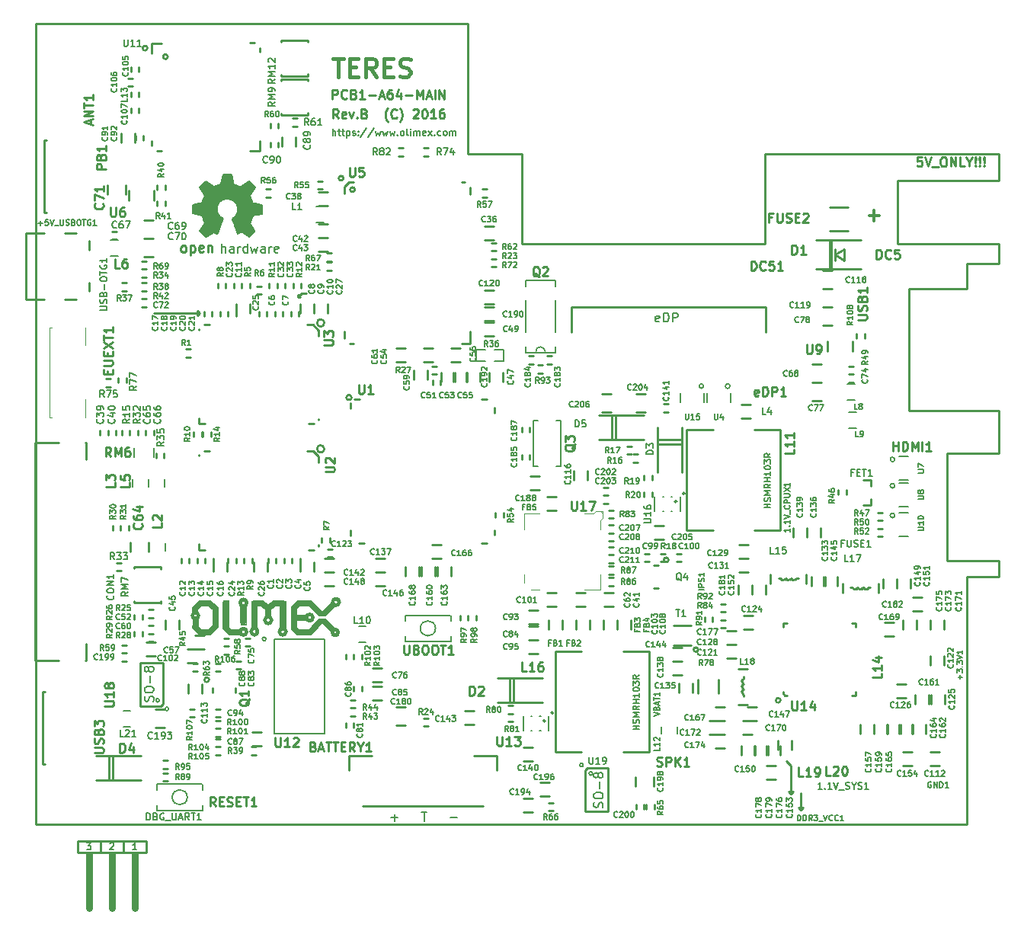
<source format=gbr>
G04 #@! TF.FileFunction,Legend,Top*
%FSLAX46Y46*%
G04 Gerber Fmt 4.6, Leading zero omitted, Abs format (unit mm)*
G04 Created by KiCad (PCBNEW no-vcs-found-undefined) date Tue Nov  8 15:57:13 2016*
%MOMM*%
%LPD*%
G01*
G04 APERTURE LIST*
%ADD10C,0.100000*%
%ADD11C,0.254000*%
%ADD12C,0.381000*%
%ADD13C,0.190500*%
%ADD14C,0.300000*%
%ADD15C,0.250000*%
%ADD16C,0.127000*%
%ADD17C,0.203200*%
%ADD18C,0.150000*%
%ADD19C,0.400000*%
%ADD20C,1.000000*%
%ADD21C,0.370000*%
%ADD22C,0.380000*%
%ADD23C,0.420000*%
%ADD24C,0.700000*%
%ADD25C,0.500000*%
%ADD26C,0.762000*%
%ADD27C,0.158750*%
%ADD28C,0.171450*%
%ADD29C,0.180000*%
G04 APERTURE END LIST*
D10*
D11*
X198458666Y-25859619D02*
X197974857Y-25859619D01*
X197926476Y-26343428D01*
X197974857Y-26295047D01*
X198071619Y-26246666D01*
X198313523Y-26246666D01*
X198410285Y-26295047D01*
X198458666Y-26343428D01*
X198507047Y-26440190D01*
X198507047Y-26682095D01*
X198458666Y-26778857D01*
X198410285Y-26827238D01*
X198313523Y-26875619D01*
X198071619Y-26875619D01*
X197974857Y-26827238D01*
X197926476Y-26778857D01*
X198797333Y-25859619D02*
X199136000Y-26875619D01*
X199474666Y-25859619D01*
X199571428Y-26972380D02*
X200345523Y-26972380D01*
X200780952Y-25859619D02*
X200974476Y-25859619D01*
X201071238Y-25908000D01*
X201168000Y-26004761D01*
X201216380Y-26198285D01*
X201216380Y-26536952D01*
X201168000Y-26730476D01*
X201071238Y-26827238D01*
X200974476Y-26875619D01*
X200780952Y-26875619D01*
X200684190Y-26827238D01*
X200587428Y-26730476D01*
X200539047Y-26536952D01*
X200539047Y-26198285D01*
X200587428Y-26004761D01*
X200684190Y-25908000D01*
X200780952Y-25859619D01*
X201651809Y-26875619D02*
X201651809Y-25859619D01*
X202232380Y-26875619D01*
X202232380Y-25859619D01*
X203200000Y-26875619D02*
X202716190Y-26875619D01*
X202716190Y-25859619D01*
X203732190Y-26391809D02*
X203732190Y-26875619D01*
X203393523Y-25859619D02*
X203732190Y-26391809D01*
X204070857Y-25859619D01*
X204409523Y-26778857D02*
X204457904Y-26827238D01*
X204409523Y-26875619D01*
X204361142Y-26827238D01*
X204409523Y-26778857D01*
X204409523Y-26875619D01*
X204409523Y-26488571D02*
X204361142Y-25908000D01*
X204409523Y-25859619D01*
X204457904Y-25908000D01*
X204409523Y-26488571D01*
X204409523Y-25859619D01*
X204893333Y-26778857D02*
X204941714Y-26827238D01*
X204893333Y-26875619D01*
X204844952Y-26827238D01*
X204893333Y-26778857D01*
X204893333Y-26875619D01*
X204893333Y-26488571D02*
X204844952Y-25908000D01*
X204893333Y-25859619D01*
X204941714Y-25908000D01*
X204893333Y-26488571D01*
X204893333Y-25859619D01*
X205377142Y-26778857D02*
X205425523Y-26827238D01*
X205377142Y-26875619D01*
X205328761Y-26827238D01*
X205377142Y-26778857D01*
X205377142Y-26875619D01*
X205377142Y-26488571D02*
X205328761Y-25908000D01*
X205377142Y-25859619D01*
X205425523Y-25908000D01*
X205377142Y-26488571D01*
X205377142Y-25859619D01*
X185293000Y-98171000D02*
X185039000Y-98425000D01*
X184785000Y-98171000D02*
X185293000Y-98171000D01*
X185039000Y-98425000D02*
X184785000Y-98171000D01*
X185039000Y-96520000D02*
X185039000Y-98425000D01*
X184150000Y-96393000D02*
X183896000Y-96647000D01*
X183642000Y-96393000D02*
X184150000Y-96393000D01*
X183896000Y-96647000D02*
X183642000Y-96393000D01*
X183896000Y-93472000D02*
X183896000Y-96647000D01*
X183769000Y-93345000D02*
X183896000Y-93472000D01*
X183388000Y-92964000D02*
X183769000Y-93345000D01*
X117983000Y-43434000D02*
X118237000Y-43180000D01*
X117983000Y-42926000D02*
X117983000Y-43434000D01*
X118237000Y-43180000D02*
X117983000Y-42926000D01*
X113157000Y-43180000D02*
X118237000Y-43180000D01*
X129413000Y-41402000D02*
X129159000Y-41402000D01*
X129159000Y-41148000D02*
X129413000Y-41402000D01*
X129159000Y-41402000D02*
X129159000Y-41148000D01*
X129540000Y-41021000D02*
X130048000Y-41021000D01*
X129159000Y-41402000D02*
X129540000Y-41021000D01*
D12*
X133011333Y-14889238D02*
X134172476Y-14889238D01*
X133591904Y-16921238D02*
X133591904Y-14889238D01*
X134849809Y-15856857D02*
X135527142Y-15856857D01*
X135817428Y-16921238D02*
X134849809Y-16921238D01*
X134849809Y-14889238D01*
X135817428Y-14889238D01*
X137849428Y-16921238D02*
X137172095Y-15953619D01*
X136688285Y-16921238D02*
X136688285Y-14889238D01*
X137462380Y-14889238D01*
X137655904Y-14986000D01*
X137752666Y-15082761D01*
X137849428Y-15276285D01*
X137849428Y-15566571D01*
X137752666Y-15760095D01*
X137655904Y-15856857D01*
X137462380Y-15953619D01*
X136688285Y-15953619D01*
X138720285Y-15856857D02*
X139397619Y-15856857D01*
X139687904Y-16921238D02*
X138720285Y-16921238D01*
X138720285Y-14889238D01*
X139687904Y-14889238D01*
X140462000Y-16824476D02*
X140752285Y-16921238D01*
X141236095Y-16921238D01*
X141429619Y-16824476D01*
X141526380Y-16727714D01*
X141623142Y-16534190D01*
X141623142Y-16340666D01*
X141526380Y-16147142D01*
X141429619Y-16050380D01*
X141236095Y-15953619D01*
X140849047Y-15856857D01*
X140655523Y-15760095D01*
X140558761Y-15663333D01*
X140462000Y-15469809D01*
X140462000Y-15276285D01*
X140558761Y-15082761D01*
X140655523Y-14986000D01*
X140849047Y-14889238D01*
X141332857Y-14889238D01*
X141623142Y-14986000D01*
D13*
X132987142Y-23458714D02*
X132987142Y-22696714D01*
X133313714Y-23458714D02*
X133313714Y-23059571D01*
X133277428Y-22987000D01*
X133204857Y-22950714D01*
X133096000Y-22950714D01*
X133023428Y-22987000D01*
X132987142Y-23023285D01*
X133567714Y-22950714D02*
X133858000Y-22950714D01*
X133676571Y-22696714D02*
X133676571Y-23349857D01*
X133712857Y-23422428D01*
X133785428Y-23458714D01*
X133858000Y-23458714D01*
X134003142Y-22950714D02*
X134293428Y-22950714D01*
X134112000Y-22696714D02*
X134112000Y-23349857D01*
X134148285Y-23422428D01*
X134220857Y-23458714D01*
X134293428Y-23458714D01*
X134547428Y-22950714D02*
X134547428Y-23712714D01*
X134547428Y-22987000D02*
X134620000Y-22950714D01*
X134765142Y-22950714D01*
X134837714Y-22987000D01*
X134874000Y-23023285D01*
X134910285Y-23095857D01*
X134910285Y-23313571D01*
X134874000Y-23386142D01*
X134837714Y-23422428D01*
X134765142Y-23458714D01*
X134620000Y-23458714D01*
X134547428Y-23422428D01*
X135200571Y-23422428D02*
X135273142Y-23458714D01*
X135418285Y-23458714D01*
X135490857Y-23422428D01*
X135527142Y-23349857D01*
X135527142Y-23313571D01*
X135490857Y-23241000D01*
X135418285Y-23204714D01*
X135309428Y-23204714D01*
X135236857Y-23168428D01*
X135200571Y-23095857D01*
X135200571Y-23059571D01*
X135236857Y-22987000D01*
X135309428Y-22950714D01*
X135418285Y-22950714D01*
X135490857Y-22987000D01*
X135853714Y-23386142D02*
X135890000Y-23422428D01*
X135853714Y-23458714D01*
X135817428Y-23422428D01*
X135853714Y-23386142D01*
X135853714Y-23458714D01*
X135853714Y-22987000D02*
X135890000Y-23023285D01*
X135853714Y-23059571D01*
X135817428Y-23023285D01*
X135853714Y-22987000D01*
X135853714Y-23059571D01*
X136760857Y-22660428D02*
X136107714Y-23640142D01*
X137559142Y-22660428D02*
X136906000Y-23640142D01*
X137740571Y-22950714D02*
X137885714Y-23458714D01*
X138030857Y-23095857D01*
X138176000Y-23458714D01*
X138321142Y-22950714D01*
X138538857Y-22950714D02*
X138684000Y-23458714D01*
X138829142Y-23095857D01*
X138974285Y-23458714D01*
X139119428Y-22950714D01*
X139337142Y-22950714D02*
X139482285Y-23458714D01*
X139627428Y-23095857D01*
X139772571Y-23458714D01*
X139917714Y-22950714D01*
X140208000Y-23386142D02*
X140244285Y-23422428D01*
X140208000Y-23458714D01*
X140171714Y-23422428D01*
X140208000Y-23386142D01*
X140208000Y-23458714D01*
X140679714Y-23458714D02*
X140607142Y-23422428D01*
X140570857Y-23386142D01*
X140534571Y-23313571D01*
X140534571Y-23095857D01*
X140570857Y-23023285D01*
X140607142Y-22987000D01*
X140679714Y-22950714D01*
X140788571Y-22950714D01*
X140861142Y-22987000D01*
X140897428Y-23023285D01*
X140933714Y-23095857D01*
X140933714Y-23313571D01*
X140897428Y-23386142D01*
X140861142Y-23422428D01*
X140788571Y-23458714D01*
X140679714Y-23458714D01*
X141369142Y-23458714D02*
X141296571Y-23422428D01*
X141260285Y-23349857D01*
X141260285Y-22696714D01*
X141659428Y-23458714D02*
X141659428Y-22950714D01*
X141659428Y-22696714D02*
X141623142Y-22733000D01*
X141659428Y-22769285D01*
X141695714Y-22733000D01*
X141659428Y-22696714D01*
X141659428Y-22769285D01*
X142022285Y-23458714D02*
X142022285Y-22950714D01*
X142022285Y-23023285D02*
X142058571Y-22987000D01*
X142131142Y-22950714D01*
X142240000Y-22950714D01*
X142312571Y-22987000D01*
X142348857Y-23059571D01*
X142348857Y-23458714D01*
X142348857Y-23059571D02*
X142385142Y-22987000D01*
X142457714Y-22950714D01*
X142566571Y-22950714D01*
X142639142Y-22987000D01*
X142675428Y-23059571D01*
X142675428Y-23458714D01*
X143328571Y-23422428D02*
X143256000Y-23458714D01*
X143110857Y-23458714D01*
X143038285Y-23422428D01*
X143002000Y-23349857D01*
X143002000Y-23059571D01*
X143038285Y-22987000D01*
X143110857Y-22950714D01*
X143256000Y-22950714D01*
X143328571Y-22987000D01*
X143364857Y-23059571D01*
X143364857Y-23132142D01*
X143002000Y-23204714D01*
X143618857Y-23458714D02*
X144018000Y-22950714D01*
X143618857Y-22950714D02*
X144018000Y-23458714D01*
X144308285Y-23386142D02*
X144344571Y-23422428D01*
X144308285Y-23458714D01*
X144272000Y-23422428D01*
X144308285Y-23386142D01*
X144308285Y-23458714D01*
X144997714Y-23422428D02*
X144925142Y-23458714D01*
X144780000Y-23458714D01*
X144707428Y-23422428D01*
X144671142Y-23386142D01*
X144634857Y-23313571D01*
X144634857Y-23095857D01*
X144671142Y-23023285D01*
X144707428Y-22987000D01*
X144780000Y-22950714D01*
X144925142Y-22950714D01*
X144997714Y-22987000D01*
X145433142Y-23458714D02*
X145360571Y-23422428D01*
X145324285Y-23386142D01*
X145288000Y-23313571D01*
X145288000Y-23095857D01*
X145324285Y-23023285D01*
X145360571Y-22987000D01*
X145433142Y-22950714D01*
X145542000Y-22950714D01*
X145614571Y-22987000D01*
X145650857Y-23023285D01*
X145687142Y-23095857D01*
X145687142Y-23313571D01*
X145650857Y-23386142D01*
X145614571Y-23422428D01*
X145542000Y-23458714D01*
X145433142Y-23458714D01*
X146013714Y-23458714D02*
X146013714Y-22950714D01*
X146013714Y-23023285D02*
X146050000Y-22987000D01*
X146122571Y-22950714D01*
X146231428Y-22950714D01*
X146304000Y-22987000D01*
X146340285Y-23059571D01*
X146340285Y-23458714D01*
X146340285Y-23059571D02*
X146376571Y-22987000D01*
X146449142Y-22950714D01*
X146558000Y-22950714D01*
X146630571Y-22987000D01*
X146666857Y-23059571D01*
X146666857Y-23458714D01*
D11*
X139137571Y-21928666D02*
X139089190Y-21880285D01*
X138992428Y-21735142D01*
X138944047Y-21638380D01*
X138895666Y-21493238D01*
X138847285Y-21251333D01*
X138847285Y-21057809D01*
X138895666Y-20815904D01*
X138944047Y-20670761D01*
X138992428Y-20574000D01*
X139089190Y-20428857D01*
X139137571Y-20380476D01*
X140105190Y-21444857D02*
X140056809Y-21493238D01*
X139911666Y-21541619D01*
X139814904Y-21541619D01*
X139669761Y-21493238D01*
X139573000Y-21396476D01*
X139524619Y-21299714D01*
X139476238Y-21106190D01*
X139476238Y-20961047D01*
X139524619Y-20767523D01*
X139573000Y-20670761D01*
X139669761Y-20574000D01*
X139814904Y-20525619D01*
X139911666Y-20525619D01*
X140056809Y-20574000D01*
X140105190Y-20622380D01*
X140443857Y-21928666D02*
X140492238Y-21880285D01*
X140589000Y-21735142D01*
X140637380Y-21638380D01*
X140685761Y-21493238D01*
X140734142Y-21251333D01*
X140734142Y-21057809D01*
X140685761Y-20815904D01*
X140637380Y-20670761D01*
X140589000Y-20574000D01*
X140492238Y-20428857D01*
X140443857Y-20380476D01*
X141943666Y-20622380D02*
X141992047Y-20574000D01*
X142088809Y-20525619D01*
X142330714Y-20525619D01*
X142427476Y-20574000D01*
X142475857Y-20622380D01*
X142524238Y-20719142D01*
X142524238Y-20815904D01*
X142475857Y-20961047D01*
X141895285Y-21541619D01*
X142524238Y-21541619D01*
X143153190Y-20525619D02*
X143249952Y-20525619D01*
X143346714Y-20574000D01*
X143395095Y-20622380D01*
X143443476Y-20719142D01*
X143491857Y-20912666D01*
X143491857Y-21154571D01*
X143443476Y-21348095D01*
X143395095Y-21444857D01*
X143346714Y-21493238D01*
X143249952Y-21541619D01*
X143153190Y-21541619D01*
X143056428Y-21493238D01*
X143008047Y-21444857D01*
X142959666Y-21348095D01*
X142911285Y-21154571D01*
X142911285Y-20912666D01*
X142959666Y-20719142D01*
X143008047Y-20622380D01*
X143056428Y-20574000D01*
X143153190Y-20525619D01*
X144459476Y-21541619D02*
X143878904Y-21541619D01*
X144169190Y-21541619D02*
X144169190Y-20525619D01*
X144072428Y-20670761D01*
X143975666Y-20767523D01*
X143878904Y-20815904D01*
X145330333Y-20525619D02*
X145136809Y-20525619D01*
X145040047Y-20574000D01*
X144991666Y-20622380D01*
X144894904Y-20767523D01*
X144846523Y-20961047D01*
X144846523Y-21348095D01*
X144894904Y-21444857D01*
X144943285Y-21493238D01*
X145040047Y-21541619D01*
X145233571Y-21541619D01*
X145330333Y-21493238D01*
X145378714Y-21444857D01*
X145427095Y-21348095D01*
X145427095Y-21106190D01*
X145378714Y-21009428D01*
X145330333Y-20961047D01*
X145233571Y-20912666D01*
X145040047Y-20912666D01*
X144943285Y-20961047D01*
X144894904Y-21009428D01*
X144846523Y-21106190D01*
X133616095Y-21541619D02*
X133277428Y-21057809D01*
X133035523Y-21541619D02*
X133035523Y-20525619D01*
X133422571Y-20525619D01*
X133519333Y-20574000D01*
X133567714Y-20622380D01*
X133616095Y-20719142D01*
X133616095Y-20864285D01*
X133567714Y-20961047D01*
X133519333Y-21009428D01*
X133422571Y-21057809D01*
X133035523Y-21057809D01*
X134438571Y-21493238D02*
X134341809Y-21541619D01*
X134148285Y-21541619D01*
X134051523Y-21493238D01*
X134003142Y-21396476D01*
X134003142Y-21009428D01*
X134051523Y-20912666D01*
X134148285Y-20864285D01*
X134341809Y-20864285D01*
X134438571Y-20912666D01*
X134486952Y-21009428D01*
X134486952Y-21106190D01*
X134003142Y-21202952D01*
X134825619Y-20864285D02*
X135067523Y-21541619D01*
X135309428Y-20864285D01*
X135696476Y-21444857D02*
X135744857Y-21493238D01*
X135696476Y-21541619D01*
X135648095Y-21493238D01*
X135696476Y-21444857D01*
X135696476Y-21541619D01*
X136518952Y-21009428D02*
X136664095Y-21057809D01*
X136712476Y-21106190D01*
X136760857Y-21202952D01*
X136760857Y-21348095D01*
X136712476Y-21444857D01*
X136664095Y-21493238D01*
X136567333Y-21541619D01*
X136180285Y-21541619D01*
X136180285Y-20525619D01*
X136518952Y-20525619D01*
X136615714Y-20574000D01*
X136664095Y-20622380D01*
X136712476Y-20719142D01*
X136712476Y-20815904D01*
X136664095Y-20912666D01*
X136615714Y-20961047D01*
X136518952Y-21009428D01*
X136180285Y-21009428D01*
X132975047Y-19382619D02*
X132975047Y-18366619D01*
X133362095Y-18366619D01*
X133458857Y-18415000D01*
X133507238Y-18463380D01*
X133555619Y-18560142D01*
X133555619Y-18705285D01*
X133507238Y-18802047D01*
X133458857Y-18850428D01*
X133362095Y-18898809D01*
X132975047Y-18898809D01*
X134571619Y-19285857D02*
X134523238Y-19334238D01*
X134378095Y-19382619D01*
X134281333Y-19382619D01*
X134136190Y-19334238D01*
X134039428Y-19237476D01*
X133991047Y-19140714D01*
X133942666Y-18947190D01*
X133942666Y-18802047D01*
X133991047Y-18608523D01*
X134039428Y-18511761D01*
X134136190Y-18415000D01*
X134281333Y-18366619D01*
X134378095Y-18366619D01*
X134523238Y-18415000D01*
X134571619Y-18463380D01*
X135345714Y-18850428D02*
X135490857Y-18898809D01*
X135539238Y-18947190D01*
X135587619Y-19043952D01*
X135587619Y-19189095D01*
X135539238Y-19285857D01*
X135490857Y-19334238D01*
X135394095Y-19382619D01*
X135007047Y-19382619D01*
X135007047Y-18366619D01*
X135345714Y-18366619D01*
X135442476Y-18415000D01*
X135490857Y-18463380D01*
X135539238Y-18560142D01*
X135539238Y-18656904D01*
X135490857Y-18753666D01*
X135442476Y-18802047D01*
X135345714Y-18850428D01*
X135007047Y-18850428D01*
X136555238Y-19382619D02*
X135974666Y-19382619D01*
X136264952Y-19382619D02*
X136264952Y-18366619D01*
X136168190Y-18511761D01*
X136071428Y-18608523D01*
X135974666Y-18656904D01*
X136990666Y-18995571D02*
X137764761Y-18995571D01*
X138200190Y-19092333D02*
X138684000Y-19092333D01*
X138103428Y-19382619D02*
X138442095Y-18366619D01*
X138780761Y-19382619D01*
X139554857Y-18366619D02*
X139361333Y-18366619D01*
X139264571Y-18415000D01*
X139216190Y-18463380D01*
X139119428Y-18608523D01*
X139071047Y-18802047D01*
X139071047Y-19189095D01*
X139119428Y-19285857D01*
X139167809Y-19334238D01*
X139264571Y-19382619D01*
X139458095Y-19382619D01*
X139554857Y-19334238D01*
X139603238Y-19285857D01*
X139651619Y-19189095D01*
X139651619Y-18947190D01*
X139603238Y-18850428D01*
X139554857Y-18802047D01*
X139458095Y-18753666D01*
X139264571Y-18753666D01*
X139167809Y-18802047D01*
X139119428Y-18850428D01*
X139071047Y-18947190D01*
X140522476Y-18705285D02*
X140522476Y-19382619D01*
X140280571Y-18318238D02*
X140038666Y-19043952D01*
X140667619Y-19043952D01*
X141054666Y-18995571D02*
X141828761Y-18995571D01*
X142312571Y-19382619D02*
X142312571Y-18366619D01*
X142651238Y-19092333D01*
X142989904Y-18366619D01*
X142989904Y-19382619D01*
X143425333Y-19092333D02*
X143909142Y-19092333D01*
X143328571Y-19382619D02*
X143667238Y-18366619D01*
X144005904Y-19382619D01*
X144344571Y-19382619D02*
X144344571Y-18366619D01*
X144828380Y-19382619D02*
X144828380Y-18366619D01*
X145408952Y-19382619D01*
X145408952Y-18366619D01*
D14*
X192595571Y-32365142D02*
X193738428Y-32365142D01*
X193167000Y-32936571D02*
X193167000Y-31793714D01*
D11*
X201250000Y-58800000D02*
X201250000Y-70700000D01*
X207000000Y-70700000D02*
X207000000Y-72500000D01*
X207000000Y-54000000D02*
X207000000Y-58800000D01*
X201250000Y-58800000D02*
X207000000Y-58800000D01*
X207000000Y-70700000D02*
X201250000Y-70700000D01*
X207000000Y-35500000D02*
X207000000Y-37700000D01*
X195750000Y-28500000D02*
X195750000Y-35500000D01*
X207000000Y-25500000D02*
X207000000Y-28500000D01*
X195750000Y-28500000D02*
X207000000Y-28500000D01*
X207000000Y-35500000D02*
X195750000Y-35500000D01*
X197000000Y-40500000D02*
X197000000Y-54000000D01*
X203500000Y-37700000D02*
X203500000Y-40500000D01*
X197000000Y-40500000D02*
X203500000Y-40500000D01*
X197000000Y-54000000D02*
X207000000Y-54000000D01*
X203500000Y-37700000D02*
X207000000Y-37700000D01*
X203500000Y-72500000D02*
X207000000Y-72500000D01*
X203500000Y-100000000D02*
X203500000Y-72500000D01*
X181000000Y-25500000D02*
X207000000Y-25500000D01*
X181000000Y-35500000D02*
X181000000Y-25500000D01*
X154000000Y-35500000D02*
X181000000Y-35500000D01*
X154000000Y-25500000D02*
X154000000Y-35500000D01*
X148000000Y-25500000D02*
X154000000Y-25500000D01*
X148000000Y-11000000D02*
X148000000Y-25500000D01*
X100000000Y-11000000D02*
X148000000Y-11000000D01*
X100000000Y-100000000D02*
X100000000Y-11000000D01*
X100000000Y-100000000D02*
X203500000Y-100000000D01*
X105538000Y-57607000D02*
X105578000Y-57607000D01*
X99878000Y-57607000D02*
X102538000Y-57607000D01*
X99878000Y-81807000D02*
X99878000Y-57607000D01*
X102538000Y-81807000D02*
X99878000Y-81807000D01*
X105578000Y-81807000D02*
X105538000Y-81807000D01*
X105578000Y-79957000D02*
X105578000Y-81807000D01*
X105578000Y-57607000D02*
X105578000Y-59457000D01*
D10*
X156000000Y-65450000D02*
X154250000Y-65450000D01*
X154250000Y-65450000D02*
X154250000Y-67200000D01*
X154250000Y-73200000D02*
X154250000Y-72200000D01*
X155000000Y-73950000D02*
X156000000Y-73950000D01*
X162750000Y-72200000D02*
X162750000Y-73950000D01*
X162750000Y-73950000D02*
X161000000Y-73950000D01*
X162750000Y-67200000D02*
X162750000Y-66200000D01*
X162750000Y-66200000D02*
X163000000Y-65950000D01*
X163000000Y-65950000D02*
X163000000Y-65450000D01*
X162750000Y-65200000D02*
X162250000Y-65200000D01*
X162250000Y-65200000D02*
X162000000Y-65450000D01*
X162000000Y-65450000D02*
X161000000Y-65450000D01*
X163000000Y-65450000D02*
X162750000Y-65200000D01*
X163000000Y-65450000D02*
X163000000Y-65200000D01*
X163000000Y-65200000D02*
X162750000Y-65200000D01*
D11*
X112872000Y-13187000D02*
X113982000Y-13187000D01*
X112872000Y-13187000D02*
X112872000Y-14287000D01*
X124872000Y-25177000D02*
X124872000Y-24067000D01*
X124872000Y-25177000D02*
X123762000Y-25177000D01*
X114674488Y-14697000D02*
G75*
G03X114674488Y-14697000I-262488J0D01*
G01*
X112394488Y-13747000D02*
G75*
G03X112394488Y-13747000I-262488J0D01*
G01*
X113462000Y-25177000D02*
X113962000Y-25177000D01*
X112872000Y-24077000D02*
X112872000Y-24567000D01*
X124872000Y-14177000D02*
X124872000Y-13757000D01*
X123792000Y-13177000D02*
X124282000Y-13177000D01*
X135458000Y-29472000D02*
G75*
G03X135458000Y-29472000I-254000J0D01*
G01*
X134188000Y-28202000D02*
G75*
G03X134188000Y-28202000I-254000J0D01*
G01*
X134300000Y-29130000D02*
X134830000Y-28600000D01*
X134300000Y-29930000D02*
X134300000Y-29130000D01*
X134305000Y-45205000D02*
X134305000Y-46005000D01*
X148295000Y-45205000D02*
X148295000Y-46600000D01*
X148295000Y-29195000D02*
X148295000Y-29995000D01*
X147700000Y-28600000D02*
X147300000Y-28600000D01*
X135300000Y-28600000D02*
X134900000Y-28600000D01*
X135300000Y-46600000D02*
X134900000Y-46600000D01*
X148300000Y-46600000D02*
X147300000Y-46600000D01*
D15*
X132059609Y-44285000D02*
G75*
G03X132059609Y-44285000I-401609J0D01*
G01*
D11*
X130800000Y-44500000D02*
X131450000Y-45150000D01*
X130170000Y-44500000D02*
X130800000Y-44500000D01*
X118700000Y-44500000D02*
X119320000Y-44500000D01*
X118150000Y-45070000D02*
X118150000Y-44950000D01*
X118150000Y-55500000D02*
X118150000Y-54880000D01*
X131450000Y-45770000D02*
X131450000Y-45150000D01*
X118775000Y-55495000D02*
X118155000Y-55495000D01*
X130945000Y-55495000D02*
X130325000Y-55495000D01*
X131450000Y-55080000D02*
X131450000Y-54950000D01*
D15*
X132059609Y-58285000D02*
G75*
G03X132059609Y-58285000I-401609J0D01*
G01*
D11*
X130800000Y-58500000D02*
X131450000Y-59150000D01*
X130170000Y-58500000D02*
X130800000Y-58500000D01*
X118700000Y-58500000D02*
X119320000Y-58500000D01*
X118150000Y-59070000D02*
X118150000Y-58950000D01*
X118150000Y-69500000D02*
X118150000Y-68880000D01*
X131450000Y-59770000D02*
X131450000Y-59150000D01*
X118775000Y-69495000D02*
X118155000Y-69495000D01*
X130945000Y-69495000D02*
X130325000Y-69495000D01*
X131450000Y-69080000D02*
X131450000Y-68950000D01*
X135082843Y-52575000D02*
G75*
G03X135082843Y-52575000I-282843J0D01*
G01*
X135000000Y-67885000D02*
X135000000Y-67305000D01*
X136480000Y-68775000D02*
X135900000Y-68775000D01*
X151000000Y-67875000D02*
X151000000Y-67295000D01*
X150100000Y-68775000D02*
X149520000Y-68775000D01*
X151000000Y-54255000D02*
X151000000Y-53675000D01*
X150100000Y-52775000D02*
X149520000Y-52775000D01*
X135980000Y-52775000D02*
X135400000Y-52775000D01*
X135000000Y-53755000D02*
X135000000Y-53175000D01*
D16*
X155321000Y-55118000D02*
X155829000Y-55118000D01*
X155321000Y-60198000D02*
X155321000Y-55118000D01*
X155829000Y-60198000D02*
X155321000Y-60198000D01*
X158369000Y-60198000D02*
X157861000Y-60198000D01*
X158369000Y-55118000D02*
X158369000Y-60198000D01*
X157861000Y-55118000D02*
X158369000Y-55118000D01*
X154432000Y-45339000D02*
X154432000Y-41783000D01*
X157734000Y-45339000D02*
X157734000Y-41783000D01*
X154432000Y-39573200D02*
X157734000Y-39573200D01*
X154432000Y-47574200D02*
X157734000Y-47574200D01*
X156083000Y-46939200D02*
G75*
G03X155575000Y-47447200I0J-508000D01*
G01*
X156591000Y-47447200D02*
G75*
G03X156083000Y-46939200I-508000J0D01*
G01*
X154432000Y-47574200D02*
X154432000Y-46939200D01*
X157734000Y-47574200D02*
X157734000Y-46939200D01*
X154432000Y-40208200D02*
X154432000Y-39573200D01*
X157734000Y-40208200D02*
X157734000Y-39624000D01*
D11*
X159507000Y-42515000D02*
X159507000Y-45315000D01*
X181107000Y-42515000D02*
X159507000Y-42515000D01*
X181107000Y-45315000D02*
X181107000Y-42515000D01*
X190754000Y-46304200D02*
X190754000Y-47434500D01*
X187947300Y-46304200D02*
X187947300Y-47434500D01*
X192786000Y-64541400D02*
X192786000Y-63830200D01*
X191947800Y-64541400D02*
X192786000Y-64541400D01*
X191947800Y-61696600D02*
X192786000Y-61696600D01*
X192786000Y-62407800D02*
X192786000Y-61696600D01*
D17*
X195971160Y-61775340D02*
X196966840Y-61775340D01*
X195971160Y-59128660D02*
X196966840Y-59128660D01*
X195453000Y-59461400D02*
G75*
G03X195453000Y-59461400I-254000J0D01*
G01*
D16*
X161868566Y-94361000D02*
G75*
G03X161868566Y-94361000I-197566J0D01*
G01*
D11*
X163570920Y-93741240D02*
X163570920Y-98536760D01*
X161307780Y-93741240D02*
X163570920Y-93741240D01*
X161041080Y-94005400D02*
X161307780Y-93741240D01*
X161041080Y-98536760D02*
X161041080Y-94005400D01*
X163570920Y-98536760D02*
X161041080Y-98536760D01*
D16*
X160839866Y-93413580D02*
G75*
G03X160839866Y-93413580I-197566J0D01*
G01*
D11*
X183073040Y-85260180D02*
X183073040Y-85460840D01*
X183073040Y-77663040D02*
X183073040Y-78061820D01*
X183471820Y-77663040D02*
X183073040Y-77663040D01*
X191068960Y-77663040D02*
X190670180Y-77663040D01*
X191068960Y-78061820D02*
X191068960Y-77663040D01*
X191068960Y-85658960D02*
X191068960Y-85260180D01*
X190670180Y-85658960D02*
X191068960Y-85658960D01*
X183271160Y-85658960D02*
X183471820Y-85658960D01*
X183073040Y-85460840D02*
X183271160Y-85658960D01*
X182753000Y-86233000D02*
G75*
G03X182753000Y-86233000I-254000J0D01*
G01*
X136300000Y-98000000D02*
X149700000Y-98000000D01*
X151200000Y-94000000D02*
X151200000Y-92400000D01*
X151200000Y-92400000D02*
X148700000Y-92400000D01*
X134800000Y-94000000D02*
X134800000Y-92400000D01*
X134800000Y-92400000D02*
X137300000Y-92400000D01*
D18*
X126486000Y-89959000D02*
X126486000Y-79459000D01*
X132086000Y-89959000D02*
X126486000Y-89959000D01*
X132086000Y-79459000D02*
X132086000Y-89959000D01*
X126486000Y-79459000D02*
X132086000Y-79459000D01*
X125592155Y-79409000D02*
G75*
G03X125592155Y-79409000I-206155J0D01*
G01*
D11*
X122174000Y-85344000D02*
X122174000Y-84836000D01*
X119634000Y-85344000D02*
X119634000Y-84836000D01*
X119253000Y-83947000D02*
G75*
G03X119253000Y-83947000I-254000J0D01*
G01*
D16*
X113500000Y-95550000D02*
X118500000Y-95550000D01*
X113500000Y-98450000D02*
X118500000Y-98450000D01*
X118540000Y-95603000D02*
X118540000Y-96161800D01*
X118540000Y-97889000D02*
X118540000Y-98447800D01*
X113485400Y-95552200D02*
X113485400Y-96161800D01*
X113485400Y-97889000D02*
X113485400Y-98447800D01*
X116839738Y-97000000D02*
G75*
G03X116839738Y-97000000I-839738J0D01*
G01*
D11*
X106720000Y-95076000D02*
X111720000Y-95076000D01*
X108090000Y-92376000D02*
X108090000Y-95076000D01*
X111720000Y-92376000D02*
X106720000Y-92376000D01*
X108530000Y-92376000D02*
X108530000Y-95076000D01*
X100783500Y-85300500D02*
X100783500Y-93301500D01*
X100783500Y-93301500D02*
X101037500Y-93301500D01*
X100783500Y-85300500D02*
X101037500Y-85300500D01*
D16*
X113735566Y-86233000D02*
G75*
G03X113735566Y-86233000I-197566J0D01*
G01*
D11*
X111638080Y-86852760D02*
X111638080Y-82057240D01*
X113901220Y-86852760D02*
X111638080Y-86852760D01*
X114167920Y-86588600D02*
X113901220Y-86852760D01*
X114167920Y-82057240D02*
X114167920Y-86588600D01*
X111638080Y-82057240D02*
X114167920Y-82057240D01*
D16*
X114764266Y-87180420D02*
G75*
G03X114764266Y-87180420I-197566J0D01*
G01*
D11*
X110921800Y-75399900D02*
X113868200Y-75399900D01*
X110921800Y-75387200D02*
X110921800Y-75209400D01*
X113868200Y-75412600D02*
X113868200Y-75196700D01*
X110921800Y-71589900D02*
X110921800Y-71399400D01*
X110921800Y-71399400D02*
X113868200Y-71399400D01*
X113868200Y-71399400D02*
X113868200Y-71615300D01*
D16*
X110914180Y-58176160D02*
X110914180Y-59171840D01*
X113113820Y-59171840D02*
X113113820Y-58176160D01*
X109143800Y-36830000D02*
X108305600Y-36830000D01*
X109143800Y-35052000D02*
X108305600Y-35052000D01*
D11*
X113157000Y-29540200D02*
X113157000Y-30670500D01*
X110350300Y-29540200D02*
X110350300Y-30670500D01*
D10*
X105513000Y-54784000D02*
X105513000Y-52784000D01*
X105513000Y-46784000D02*
X105513000Y-44784000D01*
X101763000Y-44784000D02*
X101513000Y-44784000D01*
X101513000Y-44784000D02*
X101513000Y-54784000D01*
X101513000Y-54784000D02*
X101763000Y-54784000D01*
D11*
X104462000Y-41673000D02*
X103262000Y-41673000D01*
X98862000Y-34273000D02*
X100962000Y-34273000D01*
X98862000Y-41673000D02*
X98862000Y-34273000D01*
X100962000Y-41673000D02*
X98862000Y-41673000D01*
X105962000Y-40773000D02*
X105962000Y-39773000D01*
X105962000Y-36173000D02*
X105962000Y-35173000D01*
X104462000Y-34273000D02*
X103262000Y-34273000D01*
X99962000Y-41673000D02*
X99962000Y-34273000D01*
X100969500Y-23999500D02*
X100969500Y-32000500D01*
X100969500Y-32000500D02*
X101223500Y-32000500D01*
X100969500Y-23999500D02*
X101223500Y-23999500D01*
X168141000Y-80760000D02*
X165241000Y-80760000D01*
X157741000Y-80760000D02*
X160641000Y-80760000D01*
X157741000Y-91960000D02*
X160641000Y-91960000D01*
X168141000Y-91960000D02*
X165241000Y-91960000D01*
X168141000Y-80760000D02*
X168141000Y-91960000D01*
X157741000Y-91960000D02*
X157741000Y-80760000D01*
X172346000Y-67322000D02*
X172346000Y-56122000D01*
X182746000Y-56122000D02*
X182746000Y-67322000D01*
X182746000Y-67322000D02*
X179846000Y-67322000D01*
X172346000Y-67322000D02*
X175246000Y-67322000D01*
X172346000Y-56122000D02*
X175246000Y-56122000D01*
X182746000Y-56122000D02*
X179846000Y-56122000D01*
X154813000Y-77724000D02*
X155829000Y-77724000D01*
X154813000Y-76200000D02*
X155829000Y-76200000D01*
X182753000Y-92329000D02*
X182753000Y-91313000D01*
X181229000Y-92329000D02*
X181229000Y-91313000D01*
X129413000Y-70866000D02*
X129413000Y-71882000D01*
X130937000Y-70866000D02*
X130937000Y-71882000D01*
X130937000Y-43180000D02*
X130937000Y-42164000D01*
X129413000Y-43180000D02*
X129413000Y-42164000D01*
X119761000Y-70866000D02*
X119761000Y-71882000D01*
X121285000Y-70866000D02*
X121285000Y-71882000D01*
X123825000Y-43180000D02*
X123825000Y-42164000D01*
X122301000Y-43180000D02*
X122301000Y-42164000D01*
X124206000Y-70866000D02*
X124206000Y-71882000D01*
X125730000Y-70866000D02*
X125730000Y-71882000D01*
X132461000Y-43180000D02*
X132461000Y-42164000D01*
X130937000Y-43180000D02*
X130937000Y-42164000D01*
X150876000Y-33528000D02*
X149860000Y-33528000D01*
X150876000Y-35052000D02*
X149860000Y-35052000D01*
X131445000Y-31242000D02*
X132461000Y-31242000D01*
X131445000Y-29718000D02*
X132461000Y-29718000D01*
X132461000Y-33274000D02*
X131445000Y-33274000D01*
X132461000Y-34798000D02*
X131445000Y-34798000D01*
X132461000Y-34798000D02*
X131445000Y-34798000D01*
X132461000Y-36322000D02*
X131445000Y-36322000D01*
X115951000Y-78359000D02*
X115951000Y-77343000D01*
X114427000Y-78359000D02*
X114427000Y-77343000D01*
X150368000Y-49784000D02*
X150368000Y-50800000D01*
X151892000Y-49784000D02*
X151892000Y-50800000D01*
X149860000Y-45720000D02*
X150876000Y-45720000D01*
X149860000Y-44196000D02*
X150876000Y-44196000D01*
X146558000Y-50800000D02*
X146558000Y-49784000D01*
X145034000Y-50800000D02*
X145034000Y-49784000D01*
X143129000Y-48641000D02*
X144145000Y-48641000D01*
X143129000Y-47117000D02*
X144145000Y-47117000D01*
X147955000Y-50800000D02*
X147955000Y-49784000D01*
X146431000Y-50800000D02*
X146431000Y-49784000D01*
X147193000Y-47117000D02*
X146177000Y-47117000D01*
X147193000Y-48641000D02*
X146177000Y-48641000D01*
X112268000Y-81280000D02*
X113284000Y-81280000D01*
X112268000Y-79756000D02*
X113284000Y-79756000D01*
X143510000Y-50546000D02*
X143510000Y-49530000D01*
X141986000Y-50546000D02*
X141986000Y-49530000D01*
X140081000Y-48641000D02*
X141097000Y-48641000D01*
X140081000Y-47117000D02*
X141097000Y-47117000D01*
X112522000Y-69723000D02*
X112522000Y-68707000D01*
X110490000Y-69723000D02*
X110490000Y-68707000D01*
X186309000Y-50927000D02*
X187325000Y-50927000D01*
X186309000Y-48895000D02*
X187325000Y-48895000D01*
X113030000Y-32893000D02*
X112014000Y-32893000D01*
X113030000Y-34925000D02*
X112014000Y-34925000D01*
X113030000Y-34925000D02*
X112014000Y-34925000D01*
X113030000Y-36957000D02*
X112014000Y-36957000D01*
X107950000Y-28956000D02*
X107950000Y-29972000D01*
X109982000Y-28956000D02*
X109982000Y-29972000D01*
X137414000Y-84201000D02*
X138430000Y-84201000D01*
X137414000Y-82677000D02*
X138430000Y-82677000D01*
X186309000Y-52959000D02*
X187325000Y-52959000D01*
X186309000Y-50927000D02*
X187325000Y-50927000D01*
X187452000Y-44577000D02*
X188468000Y-44577000D01*
X187452000Y-42545000D02*
X188468000Y-42545000D01*
X127381000Y-23622000D02*
X127381000Y-24638000D01*
X128905000Y-23622000D02*
X128905000Y-24638000D01*
X110998000Y-24257000D02*
X110998000Y-23241000D01*
X109474000Y-24257000D02*
X109474000Y-23241000D01*
X155829000Y-79502000D02*
X154813000Y-79502000D01*
X155829000Y-81026000D02*
X154813000Y-81026000D01*
X117856000Y-80518000D02*
X116840000Y-80518000D01*
X117856000Y-82042000D02*
X116840000Y-82042000D01*
X199390000Y-93472000D02*
X200406000Y-93472000D01*
X199390000Y-91948000D02*
X200406000Y-91948000D01*
X116967000Y-84455000D02*
X116967000Y-85471000D01*
X118491000Y-84455000D02*
X118491000Y-85471000D01*
X161290000Y-61722000D02*
X161290000Y-60706000D01*
X159766000Y-61722000D02*
X159766000Y-60706000D01*
X188468000Y-38481000D02*
X187452000Y-38481000D01*
X188468000Y-40513000D02*
X187452000Y-40513000D01*
X188468000Y-40513000D02*
X187452000Y-40513000D01*
X188468000Y-42545000D02*
X187452000Y-42545000D01*
X150876000Y-40640000D02*
X149860000Y-40640000D01*
X150876000Y-42164000D02*
X149860000Y-42164000D01*
X177800000Y-80010000D02*
X176784000Y-80010000D01*
X177800000Y-81534000D02*
X176784000Y-81534000D01*
X199390000Y-81280000D02*
X199390000Y-82296000D01*
X200914000Y-81280000D02*
X200914000Y-82296000D01*
X179705000Y-76835000D02*
X178689000Y-76835000D01*
X179705000Y-78359000D02*
X178689000Y-78359000D01*
X199517000Y-85598000D02*
X199517000Y-86614000D01*
X201041000Y-85598000D02*
X201041000Y-86614000D01*
X196723000Y-84455000D02*
X195707000Y-84455000D01*
X196723000Y-85979000D02*
X195707000Y-85979000D01*
X177800000Y-78486000D02*
X176784000Y-78486000D01*
X177800000Y-80010000D02*
X176784000Y-80010000D01*
X178181000Y-70485000D02*
X179197000Y-70485000D01*
X178181000Y-68961000D02*
X179197000Y-68961000D01*
X178181000Y-72009000D02*
X179197000Y-72009000D01*
X178181000Y-70485000D02*
X179197000Y-70485000D01*
X186182000Y-72517000D02*
X186182000Y-73533000D01*
X187706000Y-72517000D02*
X187706000Y-73533000D01*
X171450000Y-84328000D02*
X171450000Y-85344000D01*
X172974000Y-84328000D02*
X172974000Y-85344000D01*
X185674000Y-67056000D02*
X185674000Y-68072000D01*
X187198000Y-67056000D02*
X187198000Y-68072000D01*
X138811000Y-70485000D02*
X137795000Y-70485000D01*
X138811000Y-72009000D02*
X137795000Y-72009000D01*
X171831000Y-81915000D02*
X170815000Y-81915000D01*
X171831000Y-83439000D02*
X170815000Y-83439000D01*
X184150000Y-67056000D02*
X184150000Y-68072000D01*
X185674000Y-67056000D02*
X185674000Y-68072000D01*
X154178000Y-92964000D02*
X155194000Y-92964000D01*
X154178000Y-91440000D02*
X155194000Y-91440000D01*
X132080000Y-72009000D02*
X133096000Y-72009000D01*
X132080000Y-70485000D02*
X133096000Y-70485000D01*
X147701000Y-88900000D02*
X148717000Y-88900000D01*
X147701000Y-87376000D02*
X148717000Y-87376000D01*
X171831000Y-80391000D02*
X170815000Y-80391000D01*
X171831000Y-81915000D02*
X170815000Y-81915000D01*
X187579000Y-72517000D02*
X187579000Y-73533000D01*
X189103000Y-72517000D02*
X189103000Y-73533000D01*
X138811000Y-72009000D02*
X137795000Y-72009000D01*
X138811000Y-73533000D02*
X137795000Y-73533000D01*
X180086000Y-86995000D02*
X179070000Y-86995000D01*
X180086000Y-88519000D02*
X179070000Y-88519000D01*
X132080000Y-73533000D02*
X133096000Y-73533000D01*
X132080000Y-72009000D02*
X133096000Y-72009000D01*
X195707000Y-73787000D02*
X195707000Y-72771000D01*
X194183000Y-73787000D02*
X194183000Y-72771000D01*
X181229000Y-94996000D02*
X182245000Y-94996000D01*
X181229000Y-93472000D02*
X182245000Y-93472000D01*
X197231000Y-73787000D02*
X197231000Y-72771000D01*
X195707000Y-73787000D02*
X195707000Y-72771000D01*
X181102000Y-74422000D02*
X181102000Y-73406000D01*
X179578000Y-74422000D02*
X179578000Y-73406000D01*
X184023000Y-91694000D02*
X184023000Y-90678000D01*
X182499000Y-91694000D02*
X182499000Y-90678000D01*
X197358000Y-91948000D02*
X196342000Y-91948000D01*
X197358000Y-93472000D02*
X196342000Y-93472000D01*
X191643000Y-89916000D02*
X191643000Y-88900000D01*
X193167000Y-89916000D02*
X193167000Y-88900000D01*
X194691000Y-89916000D02*
X194691000Y-88900000D01*
X193167000Y-89916000D02*
X193167000Y-88900000D01*
X144399000Y-72390000D02*
X144399000Y-71374000D01*
X142875000Y-72390000D02*
X142875000Y-71374000D01*
X197739000Y-85598000D02*
X197739000Y-86614000D01*
X199263000Y-85598000D02*
X199263000Y-86614000D01*
X198882000Y-89916000D02*
X198882000Y-88900000D01*
X197358000Y-89916000D02*
X197358000Y-88900000D01*
X146177000Y-72390000D02*
X146177000Y-71374000D01*
X144653000Y-72390000D02*
X144653000Y-71374000D01*
X197485000Y-89916000D02*
X197485000Y-88900000D01*
X195961000Y-89916000D02*
X195961000Y-88900000D01*
X196088000Y-89916000D02*
X196088000Y-88900000D01*
X194564000Y-89916000D02*
X194564000Y-88900000D01*
X145034000Y-68961000D02*
X144018000Y-68961000D01*
X145034000Y-70485000D02*
X144018000Y-70485000D01*
X175514000Y-88519000D02*
X176530000Y-88519000D01*
X175514000Y-86995000D02*
X176530000Y-86995000D01*
X142621000Y-72390000D02*
X142621000Y-71374000D01*
X141097000Y-72390000D02*
X141097000Y-71374000D01*
X194310000Y-79121000D02*
X195326000Y-79121000D01*
X194310000Y-77597000D02*
X195326000Y-77597000D01*
X178562000Y-90043000D02*
X179578000Y-90043000D01*
X178562000Y-88519000D02*
X179578000Y-88519000D01*
X200914000Y-78359000D02*
X200914000Y-77343000D01*
X199390000Y-78359000D02*
X199390000Y-77343000D01*
X174879000Y-90043000D02*
X175895000Y-90043000D01*
X174879000Y-88519000D02*
X175895000Y-88519000D01*
X199390000Y-78359000D02*
X199390000Y-77343000D01*
X197866000Y-78359000D02*
X197866000Y-77343000D01*
X175514000Y-91567000D02*
X176530000Y-91567000D01*
X175514000Y-90043000D02*
X176530000Y-90043000D01*
X197866000Y-78359000D02*
X197866000Y-77343000D01*
X196342000Y-78359000D02*
X196342000Y-77343000D01*
X179959000Y-92329000D02*
X179959000Y-91313000D01*
X178435000Y-92329000D02*
X178435000Y-91313000D01*
X181356000Y-92329000D02*
X181356000Y-91313000D01*
X179832000Y-92329000D02*
X179832000Y-91313000D01*
X141097000Y-86995000D02*
X140081000Y-86995000D01*
X141097000Y-89027000D02*
X140081000Y-89027000D01*
X178054000Y-73406000D02*
X178054000Y-74422000D01*
X179578000Y-73406000D02*
X179578000Y-74422000D01*
X198501000Y-74803000D02*
X197485000Y-74803000D01*
X198501000Y-76327000D02*
X197485000Y-76327000D01*
X155956000Y-62865000D02*
X154940000Y-62865000D01*
X155956000Y-61341000D02*
X154940000Y-61341000D01*
X150876000Y-42545000D02*
X149860000Y-42545000D01*
X150876000Y-44069000D02*
X149860000Y-44069000D01*
X147828000Y-49784000D02*
X147828000Y-50800000D01*
X149352000Y-49784000D02*
X149352000Y-50800000D01*
X155194000Y-97155000D02*
X154178000Y-97155000D01*
X155194000Y-98679000D02*
X154178000Y-98679000D01*
X157099000Y-95377000D02*
X156083000Y-95377000D01*
X157099000Y-96901000D02*
X156083000Y-96901000D01*
D19*
X188280000Y-35228000D02*
X188280000Y-38228000D01*
D11*
X186730640Y-35100260D02*
X191729360Y-35100260D01*
X191729360Y-38305740D02*
X186730640Y-38305740D01*
X189865000Y-37338000D02*
X189865000Y-36068000D01*
X189865000Y-36068000D02*
X188849000Y-36703000D01*
X189865000Y-37338000D02*
X188849000Y-36703000D01*
X188849000Y-37338000D02*
X188849000Y-36068000D01*
X153107000Y-83740000D02*
X153107000Y-86440000D01*
X156297000Y-83740000D02*
X151297000Y-83740000D01*
X152667000Y-83740000D02*
X152667000Y-86440000D01*
X151297000Y-86440000D02*
X156297000Y-86440000D01*
X188230000Y-34066000D02*
X190230000Y-34066000D01*
X188230000Y-31466000D02*
X190230000Y-31466000D01*
D16*
X131140200Y-33147000D02*
X131978400Y-33147000D01*
X131140200Y-31369000D02*
X131978400Y-31369000D01*
X112649000Y-68783200D02*
X112649000Y-69621400D01*
X114427000Y-68783200D02*
X114427000Y-69621400D01*
X110744000Y-61671200D02*
X110744000Y-62509400D01*
X112522000Y-61671200D02*
X112522000Y-62509400D01*
X112522000Y-61671200D02*
X112522000Y-62509400D01*
X114300000Y-61671200D02*
X114300000Y-62509400D01*
X190195200Y-52832000D02*
X191033400Y-52832000D01*
X190195200Y-51054000D02*
X191033400Y-51054000D01*
X190322200Y-56007000D02*
X191160400Y-56007000D01*
X190322200Y-54229000D02*
X191160400Y-54229000D01*
X136702800Y-77978000D02*
X135864600Y-77978000D01*
X136702800Y-79756000D02*
X135864600Y-79756000D01*
X171323000Y-89966800D02*
X171323000Y-89128600D01*
X169545000Y-89966800D02*
X169545000Y-89128600D01*
D11*
X185640980Y-72273160D02*
X185640980Y-73268840D01*
X181643020Y-72273160D02*
X181643020Y-73268840D01*
X184741820Y-72671940D02*
X184541160Y-72671940D01*
X184541160Y-72671940D02*
X184398920Y-72811640D01*
X184256680Y-72870060D02*
X184223660Y-72870060D01*
X184081420Y-72811640D02*
X183941720Y-72671940D01*
X183941720Y-72671940D02*
X183799480Y-72811640D01*
X183657240Y-72870060D02*
X183626760Y-72870060D01*
X183484520Y-72811640D02*
X183342280Y-72671940D01*
X183342280Y-72671940D02*
X183202580Y-72811640D01*
X183060340Y-72870060D02*
X183027320Y-72870060D01*
X182885080Y-72811640D02*
X182742840Y-72671940D01*
X182742840Y-72671940D02*
X182542180Y-72671940D01*
X184258824Y-72871298D02*
G75*
G03X184398920Y-72811640I-2144J199358D01*
G01*
X184083813Y-72812276D02*
G75*
G03X184223660Y-72870060I139847J140336D01*
G01*
X183659384Y-72871298D02*
G75*
G03X183799480Y-72811640I-2144J199358D01*
G01*
X183486913Y-72812276D02*
G75*
G03X183626760Y-72870060I139847J140336D01*
G01*
X183062484Y-72871298D02*
G75*
G03X183202580Y-72811640I-2144J199358D01*
G01*
X182887473Y-72812276D02*
G75*
G03X183027320Y-72870060I139847J140336D01*
G01*
X193641980Y-73289160D02*
X193641980Y-74284840D01*
X189644020Y-73289160D02*
X189644020Y-74284840D01*
X192742820Y-73687940D02*
X192542160Y-73687940D01*
X192542160Y-73687940D02*
X192399920Y-73827640D01*
X192257680Y-73886060D02*
X192224660Y-73886060D01*
X192082420Y-73827640D02*
X191942720Y-73687940D01*
X191942720Y-73687940D02*
X191800480Y-73827640D01*
X191658240Y-73886060D02*
X191627760Y-73886060D01*
X191485520Y-73827640D02*
X191343280Y-73687940D01*
X191343280Y-73687940D02*
X191203580Y-73827640D01*
X191061340Y-73886060D02*
X191028320Y-73886060D01*
X190886080Y-73827640D02*
X190743840Y-73687940D01*
X190743840Y-73687940D02*
X190543180Y-73687940D01*
X192259824Y-73887298D02*
G75*
G03X192399920Y-73827640I-2144J199358D01*
G01*
X192084813Y-73828276D02*
G75*
G03X192224660Y-73886060I139847J140336D01*
G01*
X191660384Y-73887298D02*
G75*
G03X191800480Y-73827640I-2144J199358D01*
G01*
X191487913Y-73828276D02*
G75*
G03X191627760Y-73886060I139847J140336D01*
G01*
X191063484Y-73887298D02*
G75*
G03X191203580Y-73827640I-2144J199358D01*
G01*
X190888473Y-73828276D02*
G75*
G03X191028320Y-73886060I139847J140336D01*
G01*
X179059840Y-86707980D02*
X178064160Y-86707980D01*
X179059840Y-82710020D02*
X178064160Y-82710020D01*
X178661060Y-85808820D02*
X178661060Y-85608160D01*
X178661060Y-85608160D02*
X178521360Y-85465920D01*
X178462940Y-85323680D02*
X178462940Y-85290660D01*
X178521360Y-85148420D02*
X178661060Y-85008720D01*
X178661060Y-85008720D02*
X178521360Y-84866480D01*
X178462940Y-84724240D02*
X178462940Y-84693760D01*
X178521360Y-84551520D02*
X178661060Y-84409280D01*
X178661060Y-84409280D02*
X178521360Y-84269580D01*
X178462940Y-84127340D02*
X178462940Y-84094320D01*
X178521360Y-83952080D02*
X178661060Y-83809840D01*
X178661060Y-83809840D02*
X178661060Y-83609180D01*
X178461702Y-85325824D02*
G75*
G03X178521360Y-85465920I199358J2144D01*
G01*
X178520724Y-85150813D02*
G75*
G03X178462940Y-85290660I140336J-139847D01*
G01*
X178461702Y-84726384D02*
G75*
G03X178521360Y-84866480I199358J2144D01*
G01*
X178520724Y-84553913D02*
G75*
G03X178462940Y-84693760I140336J-139847D01*
G01*
X178461702Y-84129484D02*
G75*
G03X178521360Y-84269580I199358J2144D01*
G01*
X178520724Y-83954473D02*
G75*
G03X178462940Y-84094320I140336J-139847D01*
G01*
X173609000Y-85471000D02*
X173609000Y-83947000D01*
X175895000Y-85471000D02*
X175895000Y-83947000D01*
X173602221Y-80594000D02*
G75*
G03X173602221Y-80594000I-246221J0D01*
G01*
X170831000Y-80094000D02*
X172831000Y-80094000D01*
X170831000Y-77894000D02*
X172831000Y-77894000D01*
D17*
X177139600Y-51308000D02*
G75*
G03X177139600Y-51308000I-254000J0D01*
G01*
X177218340Y-52080160D02*
X177218340Y-53075840D01*
X174571660Y-52080160D02*
X174571660Y-53075840D01*
X195453000Y-62382400D02*
G75*
G03X195453000Y-62382400I-254000J0D01*
G01*
X195971160Y-62049660D02*
X196966840Y-62049660D01*
X195971160Y-64696340D02*
X196966840Y-64696340D01*
X195453000Y-65684400D02*
G75*
G03X195453000Y-65684400I-254000J0D01*
G01*
X195971160Y-65351660D02*
X196966840Y-65351660D01*
X195971160Y-67998340D02*
X196966840Y-67998340D01*
D18*
X157546613Y-87635080D02*
G75*
G03X157546613Y-87635080I-158053J0D01*
G01*
D17*
X154152600Y-89583260D02*
X154152600Y-87962740D01*
X156997400Y-87962740D02*
X156997400Y-89583260D01*
X156001720Y-87962740D02*
X156095700Y-87962740D01*
X155054300Y-87962740D02*
X155148280Y-87962740D01*
X156001720Y-89580720D02*
X156095700Y-89580720D01*
X155054300Y-89580720D02*
X155148280Y-89580720D01*
D18*
X156657613Y-88524080D02*
G75*
G03X156657613Y-88524080I-158053J0D01*
G01*
D17*
X174218600Y-51308000D02*
G75*
G03X174218600Y-51308000I-254000J0D01*
G01*
X174297340Y-52080160D02*
X174297340Y-53075840D01*
X171650660Y-52080160D02*
X171650660Y-53075840D01*
D18*
X172151613Y-63251080D02*
G75*
G03X172151613Y-63251080I-158053J0D01*
G01*
D17*
X168757600Y-65199260D02*
X168757600Y-63578740D01*
X171602400Y-63578740D02*
X171602400Y-65199260D01*
X170606720Y-63578740D02*
X170700700Y-63578740D01*
X169659300Y-63578740D02*
X169753280Y-63578740D01*
X170606720Y-65196720D02*
X170700700Y-65196720D01*
X169659300Y-65196720D02*
X169753280Y-65196720D01*
D18*
X171262613Y-64140080D02*
G75*
G03X171262613Y-64140080I-158053J0D01*
G01*
D16*
X144417738Y-78232000D02*
G75*
G03X144417738Y-78232000I-839738J0D01*
G01*
X141063400Y-79121000D02*
X141063400Y-79679800D01*
X141063400Y-76784200D02*
X141063400Y-77393800D01*
X146118000Y-79121000D02*
X146118000Y-79679800D01*
X146118000Y-76835000D02*
X146118000Y-77393800D01*
X141078000Y-79682000D02*
X146078000Y-79682000D01*
X141078000Y-76782000D02*
X146078000Y-76782000D01*
D11*
X126682500Y-70739000D02*
X126682500Y-70485000D01*
X126682500Y-70739000D02*
X126682500Y-70993000D01*
X125793500Y-70739000D02*
X125793500Y-70993000D01*
X125793500Y-70739000D02*
X125793500Y-70485000D01*
X127571500Y-70739000D02*
X127571500Y-70485000D01*
X127571500Y-70739000D02*
X127571500Y-70993000D01*
X126682500Y-70739000D02*
X126682500Y-70993000D01*
X126682500Y-70739000D02*
X126682500Y-70485000D01*
X128460500Y-70739000D02*
X128460500Y-70485000D01*
X128460500Y-70739000D02*
X128460500Y-70993000D01*
X127571500Y-70739000D02*
X127571500Y-70993000D01*
X127571500Y-70739000D02*
X127571500Y-70485000D01*
X129349500Y-70739000D02*
X129349500Y-70485000D01*
X129349500Y-70739000D02*
X129349500Y-70993000D01*
X128460500Y-70739000D02*
X128460500Y-70993000D01*
X128460500Y-70739000D02*
X128460500Y-70485000D01*
X125666500Y-43307000D02*
X125666500Y-43561000D01*
X125666500Y-43307000D02*
X125666500Y-43053000D01*
X126555500Y-43307000D02*
X126555500Y-43053000D01*
X126555500Y-43307000D02*
X126555500Y-43561000D01*
X126555500Y-43307000D02*
X126555500Y-43561000D01*
X126555500Y-43307000D02*
X126555500Y-43053000D01*
X127444500Y-43307000D02*
X127444500Y-43053000D01*
X127444500Y-43307000D02*
X127444500Y-43561000D01*
X127444500Y-43307000D02*
X127444500Y-43561000D01*
X127444500Y-43307000D02*
X127444500Y-43053000D01*
X128333500Y-43307000D02*
X128333500Y-43053000D01*
X128333500Y-43307000D02*
X128333500Y-43561000D01*
X128333500Y-43307000D02*
X128333500Y-43561000D01*
X128333500Y-43307000D02*
X128333500Y-43053000D01*
X129222500Y-43307000D02*
X129222500Y-43053000D01*
X129222500Y-43307000D02*
X129222500Y-43561000D01*
X122872500Y-40132000D02*
X122872500Y-39878000D01*
X122872500Y-40132000D02*
X122872500Y-40386000D01*
X121983500Y-40132000D02*
X121983500Y-40386000D01*
X121983500Y-40132000D02*
X121983500Y-39878000D01*
X117030500Y-70739000D02*
X117030500Y-70485000D01*
X117030500Y-70739000D02*
X117030500Y-70993000D01*
X116141500Y-70739000D02*
X116141500Y-70993000D01*
X116141500Y-70739000D02*
X116141500Y-70485000D01*
X117919500Y-70739000D02*
X117919500Y-70485000D01*
X117919500Y-70739000D02*
X117919500Y-70993000D01*
X117030500Y-70739000D02*
X117030500Y-70993000D01*
X117030500Y-70739000D02*
X117030500Y-70485000D01*
X118808500Y-70739000D02*
X118808500Y-70485000D01*
X118808500Y-70739000D02*
X118808500Y-70993000D01*
X117919500Y-70739000D02*
X117919500Y-70993000D01*
X117919500Y-70739000D02*
X117919500Y-70485000D01*
X119697500Y-70739000D02*
X119697500Y-70485000D01*
X119697500Y-70739000D02*
X119697500Y-70993000D01*
X118808500Y-70739000D02*
X118808500Y-70993000D01*
X118808500Y-70739000D02*
X118808500Y-70485000D01*
X118681500Y-43307000D02*
X118681500Y-43561000D01*
X118681500Y-43307000D02*
X118681500Y-43053000D01*
X119570500Y-43307000D02*
X119570500Y-43053000D01*
X119570500Y-43307000D02*
X119570500Y-43561000D01*
X119570500Y-43307000D02*
X119570500Y-43561000D01*
X119570500Y-43307000D02*
X119570500Y-43053000D01*
X120459500Y-43307000D02*
X120459500Y-43053000D01*
X120459500Y-43307000D02*
X120459500Y-43561000D01*
X120459500Y-43307000D02*
X120459500Y-43561000D01*
X120459500Y-43307000D02*
X120459500Y-43053000D01*
X121348500Y-43307000D02*
X121348500Y-43053000D01*
X121348500Y-43307000D02*
X121348500Y-43561000D01*
X121348500Y-43307000D02*
X121348500Y-43561000D01*
X121348500Y-43307000D02*
X121348500Y-43053000D01*
X122237500Y-43307000D02*
X122237500Y-43053000D01*
X122237500Y-43307000D02*
X122237500Y-43561000D01*
X121094500Y-40132000D02*
X121094500Y-40386000D01*
X121094500Y-40132000D02*
X121094500Y-39878000D01*
X121983500Y-40132000D02*
X121983500Y-39878000D01*
X121983500Y-40132000D02*
X121983500Y-40386000D01*
X122237500Y-70739000D02*
X122237500Y-70485000D01*
X122237500Y-70739000D02*
X122237500Y-70993000D01*
X121348500Y-70739000D02*
X121348500Y-70993000D01*
X121348500Y-70739000D02*
X121348500Y-70485000D01*
X124777500Y-43307000D02*
X124777500Y-43561000D01*
X124777500Y-43307000D02*
X124777500Y-43053000D01*
X125666500Y-43307000D02*
X125666500Y-43053000D01*
X125666500Y-43307000D02*
X125666500Y-43561000D01*
X126809500Y-40132000D02*
X126809500Y-40386000D01*
X126809500Y-40132000D02*
X126809500Y-39878000D01*
X127698500Y-40132000D02*
X127698500Y-39878000D01*
X127698500Y-40132000D02*
X127698500Y-40386000D01*
X128587500Y-40132000D02*
X128587500Y-39878000D01*
X128587500Y-40132000D02*
X128587500Y-40386000D01*
X127698500Y-40132000D02*
X127698500Y-40386000D01*
X127698500Y-40132000D02*
X127698500Y-39878000D01*
X108013500Y-56515000D02*
X108013500Y-56261000D01*
X108013500Y-56515000D02*
X108013500Y-56769000D01*
X107124500Y-56515000D02*
X107124500Y-56769000D01*
X107124500Y-56515000D02*
X107124500Y-56261000D01*
X108902500Y-56515000D02*
X108902500Y-56261000D01*
X108902500Y-56515000D02*
X108902500Y-56769000D01*
X108013500Y-56515000D02*
X108013500Y-56769000D01*
X108013500Y-56515000D02*
X108013500Y-56261000D01*
X144081500Y-50927000D02*
X144081500Y-51181000D01*
X144081500Y-50927000D02*
X144081500Y-50673000D01*
X144970500Y-50927000D02*
X144970500Y-50673000D01*
X144970500Y-50927000D02*
X144970500Y-51181000D01*
X112776000Y-77025500D02*
X112522000Y-77025500D01*
X112776000Y-77025500D02*
X113030000Y-77025500D01*
X112776000Y-77914500D02*
X113030000Y-77914500D01*
X112776000Y-77914500D02*
X112522000Y-77914500D01*
X112776000Y-77914500D02*
X112522000Y-77914500D01*
X112776000Y-77914500D02*
X113030000Y-77914500D01*
X112776000Y-78803500D02*
X113030000Y-78803500D01*
X112776000Y-78803500D02*
X112522000Y-78803500D01*
X112204500Y-56515000D02*
X112204500Y-56261000D01*
X112204500Y-56515000D02*
X112204500Y-56769000D01*
X111315500Y-56515000D02*
X111315500Y-56769000D01*
X111315500Y-56515000D02*
X111315500Y-56261000D01*
X113093500Y-56515000D02*
X113093500Y-56261000D01*
X113093500Y-56515000D02*
X113093500Y-56769000D01*
X112204500Y-56515000D02*
X112204500Y-56769000D01*
X112204500Y-56515000D02*
X112204500Y-56261000D01*
X108712000Y-34099500D02*
X108458000Y-34099500D01*
X108712000Y-34099500D02*
X108966000Y-34099500D01*
X108712000Y-34988500D02*
X108966000Y-34988500D01*
X108712000Y-34988500D02*
X108458000Y-34988500D01*
X112014000Y-42481500D02*
X112268000Y-42481500D01*
X112014000Y-42481500D02*
X111760000Y-42481500D01*
X112014000Y-41592500D02*
X111760000Y-41592500D01*
X112014000Y-41592500D02*
X112268000Y-41592500D01*
X190627000Y-49974500D02*
X190881000Y-49974500D01*
X190627000Y-49974500D02*
X190373000Y-49974500D01*
X190627000Y-50863500D02*
X190373000Y-50863500D01*
X190627000Y-50863500D02*
X190881000Y-50863500D01*
X123571000Y-80200500D02*
X123825000Y-80200500D01*
X123571000Y-80200500D02*
X123317000Y-80200500D01*
X123571000Y-79311500D02*
X123317000Y-79311500D01*
X123571000Y-79311500D02*
X123825000Y-79311500D01*
X135318500Y-89027000D02*
X135318500Y-88773000D01*
X135318500Y-89027000D02*
X135318500Y-89281000D01*
X134429500Y-89027000D02*
X134429500Y-89281000D01*
X134429500Y-89027000D02*
X134429500Y-88773000D01*
X122555000Y-82740500D02*
X122809000Y-82740500D01*
X122555000Y-82740500D02*
X122301000Y-82740500D01*
X122555000Y-81851500D02*
X122301000Y-81851500D01*
X122555000Y-81851500D02*
X122809000Y-81851500D01*
X135318500Y-84963000D02*
X135318500Y-85217000D01*
X135318500Y-84963000D02*
X135318500Y-84709000D01*
X136207500Y-84963000D02*
X136207500Y-84709000D01*
X136207500Y-84963000D02*
X136207500Y-85217000D01*
X120269000Y-82994500D02*
X120523000Y-82994500D01*
X120269000Y-82994500D02*
X120015000Y-82994500D01*
X120269000Y-82105500D02*
X120015000Y-82105500D01*
X120269000Y-82105500D02*
X120523000Y-82105500D01*
X126936500Y-24511000D02*
X126936500Y-24257000D01*
X126936500Y-24511000D02*
X126936500Y-24765000D01*
X126047500Y-24511000D02*
X126047500Y-24765000D01*
X126047500Y-24511000D02*
X126047500Y-24257000D01*
X111061500Y-23749000D02*
X111061500Y-24003000D01*
X111061500Y-23749000D02*
X111061500Y-23495000D01*
X111950500Y-23749000D02*
X111950500Y-23495000D01*
X111950500Y-23749000D02*
X111950500Y-24003000D01*
X120269000Y-88074500D02*
X120523000Y-88074500D01*
X120269000Y-88074500D02*
X120015000Y-88074500D01*
X120269000Y-87185500D02*
X120015000Y-87185500D01*
X120269000Y-87185500D02*
X120523000Y-87185500D01*
X167894000Y-70802500D02*
X168148000Y-70802500D01*
X167894000Y-70802500D02*
X167640000Y-70802500D01*
X167894000Y-69913500D02*
X167640000Y-69913500D01*
X167894000Y-69913500D02*
X168148000Y-69913500D01*
X171450000Y-70802500D02*
X171704000Y-70802500D01*
X171450000Y-70802500D02*
X171196000Y-70802500D01*
X171450000Y-69913500D02*
X171196000Y-69913500D01*
X171450000Y-69913500D02*
X171704000Y-69913500D01*
X111442500Y-16129000D02*
X111442500Y-15875000D01*
X111442500Y-16129000D02*
X111442500Y-16383000D01*
X110553500Y-16129000D02*
X110553500Y-16383000D01*
X110553500Y-16129000D02*
X110553500Y-15875000D01*
X110490000Y-17081500D02*
X110236000Y-17081500D01*
X110490000Y-17081500D02*
X110744000Y-17081500D01*
X110490000Y-17970500D02*
X110744000Y-17970500D01*
X110490000Y-17970500D02*
X110236000Y-17970500D01*
X110553500Y-20701000D02*
X110553500Y-20955000D01*
X110553500Y-20701000D02*
X110553500Y-20447000D01*
X111442500Y-20701000D02*
X111442500Y-20447000D01*
X111442500Y-20701000D02*
X111442500Y-20955000D01*
X132715000Y-69405500D02*
X132461000Y-69405500D01*
X132715000Y-69405500D02*
X132969000Y-69405500D01*
X132715000Y-70294500D02*
X132969000Y-70294500D01*
X132715000Y-70294500D02*
X132461000Y-70294500D01*
X176403000Y-78168500D02*
X176657000Y-78168500D01*
X176403000Y-78168500D02*
X176149000Y-78168500D01*
X176403000Y-77279500D02*
X176149000Y-77279500D01*
X176403000Y-77279500D02*
X176657000Y-77279500D01*
X157099000Y-47942500D02*
X156845000Y-47942500D01*
X157099000Y-47942500D02*
X157353000Y-47942500D01*
X157099000Y-48831500D02*
X157353000Y-48831500D01*
X157099000Y-48831500D02*
X156845000Y-48831500D01*
X155067000Y-48831500D02*
X155321000Y-48831500D01*
X155067000Y-48831500D02*
X154813000Y-48831500D01*
X155067000Y-47942500D02*
X154813000Y-47942500D01*
X155067000Y-47942500D02*
X155321000Y-47942500D01*
X153987500Y-59182000D02*
X153987500Y-58928000D01*
X153987500Y-59182000D02*
X153987500Y-59436000D01*
X154876500Y-59182000D02*
X154876500Y-59436000D01*
X154876500Y-59182000D02*
X154876500Y-58928000D01*
X153987500Y-56134000D02*
X153987500Y-56388000D01*
X153987500Y-56134000D02*
X153987500Y-55880000D01*
X154876500Y-56134000D02*
X154876500Y-55880000D01*
X154876500Y-56134000D02*
X154876500Y-56388000D01*
X109855000Y-80962500D02*
X109601000Y-80962500D01*
X109855000Y-80962500D02*
X110109000Y-80962500D01*
X109855000Y-81851500D02*
X110109000Y-81851500D01*
X109855000Y-81851500D02*
X109601000Y-81851500D01*
X167576500Y-98044000D02*
X167576500Y-97790000D01*
X167576500Y-98044000D02*
X167576500Y-98298000D01*
X166687500Y-98044000D02*
X166687500Y-98298000D01*
X166687500Y-98044000D02*
X166687500Y-97790000D01*
X111442500Y-18923000D02*
X111442500Y-18669000D01*
X111442500Y-18923000D02*
X111442500Y-19177000D01*
X110553500Y-18923000D02*
X110553500Y-19177000D01*
X110553500Y-18923000D02*
X110553500Y-18669000D01*
X116967000Y-48069500D02*
X117221000Y-48069500D01*
X116967000Y-48069500D02*
X116713000Y-48069500D01*
X116967000Y-47180500D02*
X116713000Y-47180500D01*
X116967000Y-47180500D02*
X117221000Y-47180500D01*
X122872500Y-40132000D02*
X122872500Y-40386000D01*
X122872500Y-40132000D02*
X122872500Y-39878000D01*
X123761500Y-40132000D02*
X123761500Y-39878000D01*
X123761500Y-40132000D02*
X123761500Y-40386000D01*
X124841000Y-40195500D02*
X124587000Y-40195500D01*
X124841000Y-40195500D02*
X125095000Y-40195500D01*
X124841000Y-41084500D02*
X125095000Y-41084500D01*
X124841000Y-41084500D02*
X124587000Y-41084500D01*
X131762500Y-68453000D02*
X131762500Y-68707000D01*
X131762500Y-68453000D02*
X131762500Y-68199000D01*
X132651500Y-68453000D02*
X132651500Y-68199000D01*
X132651500Y-68453000D02*
X132651500Y-68707000D01*
X121094500Y-40132000D02*
X121094500Y-39878000D01*
X121094500Y-40132000D02*
X121094500Y-40386000D01*
X120205500Y-40132000D02*
X120205500Y-40386000D01*
X120205500Y-40132000D02*
X120205500Y-39878000D01*
X124015500Y-70739000D02*
X124015500Y-70485000D01*
X124015500Y-70739000D02*
X124015500Y-70993000D01*
X123126500Y-70739000D02*
X123126500Y-70993000D01*
X123126500Y-70739000D02*
X123126500Y-70485000D01*
X118427500Y-56642000D02*
X118427500Y-56388000D01*
X118427500Y-56642000D02*
X118427500Y-56896000D01*
X117538500Y-56642000D02*
X117538500Y-56896000D01*
X117538500Y-56642000D02*
X117538500Y-56388000D01*
X125920500Y-40132000D02*
X125920500Y-40386000D01*
X125920500Y-40132000D02*
X125920500Y-39878000D01*
X126809500Y-40132000D02*
X126809500Y-39878000D01*
X126809500Y-40132000D02*
X126809500Y-40386000D01*
X129476500Y-40132000D02*
X129476500Y-39878000D01*
X129476500Y-40132000D02*
X129476500Y-40386000D01*
X128587500Y-40132000D02*
X128587500Y-40386000D01*
X128587500Y-40132000D02*
X128587500Y-39878000D01*
X123126500Y-70739000D02*
X123126500Y-70485000D01*
X123126500Y-70739000D02*
X123126500Y-70993000D01*
X122237500Y-70739000D02*
X122237500Y-70993000D01*
X122237500Y-70739000D02*
X122237500Y-70485000D01*
X119443500Y-56642000D02*
X119443500Y-56388000D01*
X119443500Y-56642000D02*
X119443500Y-56896000D01*
X118554500Y-56642000D02*
X118554500Y-56896000D01*
X118554500Y-56642000D02*
X118554500Y-56388000D01*
X109537500Y-56515000D02*
X109537500Y-56769000D01*
X109537500Y-56515000D02*
X109537500Y-56261000D01*
X110426500Y-56515000D02*
X110426500Y-56261000D01*
X110426500Y-56515000D02*
X110426500Y-56769000D01*
X169672000Y-69913500D02*
X169926000Y-69913500D01*
X169672000Y-69913500D02*
X169418000Y-69913500D01*
X169672000Y-70802500D02*
X169418000Y-70802500D01*
X169672000Y-70802500D02*
X169926000Y-70802500D01*
X132588000Y-38417500D02*
X132842000Y-38417500D01*
X132588000Y-38417500D02*
X132334000Y-38417500D01*
X132588000Y-37528500D02*
X132334000Y-37528500D01*
X132588000Y-37528500D02*
X132842000Y-37528500D01*
X150876000Y-36258500D02*
X150622000Y-36258500D01*
X150876000Y-36258500D02*
X151130000Y-36258500D01*
X150876000Y-37147500D02*
X151130000Y-37147500D01*
X150876000Y-37147500D02*
X150622000Y-37147500D01*
X143383000Y-88201500D02*
X143129000Y-88201500D01*
X143383000Y-88201500D02*
X143637000Y-88201500D01*
X143383000Y-89090500D02*
X143637000Y-89090500D01*
X143383000Y-89090500D02*
X143129000Y-89090500D01*
X112776000Y-76136500D02*
X112522000Y-76136500D01*
X112776000Y-76136500D02*
X113030000Y-76136500D01*
X112776000Y-77025500D02*
X113030000Y-77025500D01*
X112776000Y-77025500D02*
X112522000Y-77025500D01*
X110934500Y-76962000D02*
X110934500Y-77216000D01*
X110934500Y-76962000D02*
X110934500Y-76708000D01*
X111823500Y-76962000D02*
X111823500Y-76708000D01*
X111823500Y-76962000D02*
X111823500Y-77216000D01*
X144272000Y-49085500D02*
X144018000Y-49085500D01*
X144272000Y-49085500D02*
X144526000Y-49085500D01*
X144272000Y-49974500D02*
X144526000Y-49974500D01*
X144272000Y-49974500D02*
X144018000Y-49974500D01*
X112776000Y-78803500D02*
X112522000Y-78803500D01*
X112776000Y-78803500D02*
X113030000Y-78803500D01*
X112776000Y-79692500D02*
X113030000Y-79692500D01*
X112776000Y-79692500D02*
X112522000Y-79692500D01*
X111823500Y-78867000D02*
X111823500Y-78613000D01*
X111823500Y-78867000D02*
X111823500Y-79121000D01*
X110934500Y-78867000D02*
X110934500Y-79121000D01*
X110934500Y-78867000D02*
X110934500Y-78613000D01*
X108521500Y-67056000D02*
X108521500Y-67310000D01*
X108521500Y-67056000D02*
X108521500Y-66802000D01*
X109410500Y-67056000D02*
X109410500Y-66802000D01*
X109410500Y-67056000D02*
X109410500Y-67310000D01*
X109410500Y-67056000D02*
X109410500Y-67310000D01*
X109410500Y-67056000D02*
X109410500Y-66802000D01*
X110299500Y-67056000D02*
X110299500Y-66802000D01*
X110299500Y-67056000D02*
X110299500Y-67310000D01*
X110426500Y-56515000D02*
X110426500Y-56769000D01*
X110426500Y-56515000D02*
X110426500Y-56261000D01*
X111315500Y-56515000D02*
X111315500Y-56261000D01*
X111315500Y-56515000D02*
X111315500Y-56769000D01*
X109220000Y-70929500D02*
X108966000Y-70929500D01*
X109220000Y-70929500D02*
X109474000Y-70929500D01*
X109220000Y-71818500D02*
X109474000Y-71818500D01*
X109220000Y-71818500D02*
X108966000Y-71818500D01*
X112014000Y-38290500D02*
X112268000Y-38290500D01*
X112014000Y-38290500D02*
X111760000Y-38290500D01*
X112014000Y-39179500D02*
X111760000Y-39179500D01*
X112014000Y-39179500D02*
X112268000Y-39179500D01*
X114236500Y-59055000D02*
X114236500Y-58801000D01*
X114236500Y-59055000D02*
X114236500Y-59309000D01*
X113347500Y-59055000D02*
X113347500Y-59309000D01*
X113347500Y-59055000D02*
X113347500Y-58801000D01*
X109855000Y-39814500D02*
X109601000Y-39814500D01*
X109855000Y-39814500D02*
X110109000Y-39814500D01*
X109855000Y-40703500D02*
X110109000Y-40703500D01*
X109855000Y-40703500D02*
X109601000Y-40703500D01*
X112014000Y-39814500D02*
X111760000Y-39814500D01*
X112014000Y-39814500D02*
X112268000Y-39814500D01*
X112014000Y-40703500D02*
X112268000Y-40703500D01*
X112014000Y-40703500D02*
X111760000Y-40703500D01*
X124206000Y-91376500D02*
X123952000Y-91376500D01*
X124206000Y-91376500D02*
X124460000Y-91376500D01*
X124206000Y-92265500D02*
X124460000Y-92265500D01*
X124206000Y-92265500D02*
X123952000Y-92265500D01*
X113474500Y-29210000D02*
X113474500Y-29464000D01*
X113474500Y-29210000D02*
X113474500Y-28956000D01*
X114363500Y-29210000D02*
X114363500Y-28956000D01*
X114363500Y-29210000D02*
X114363500Y-29464000D01*
X114363500Y-30988000D02*
X114363500Y-30734000D01*
X114363500Y-30988000D02*
X114363500Y-31242000D01*
X113474500Y-30988000D02*
X113474500Y-31242000D01*
X113474500Y-30988000D02*
X113474500Y-30734000D01*
X112014000Y-41592500D02*
X112268000Y-41592500D01*
X112014000Y-41592500D02*
X111760000Y-41592500D01*
X112014000Y-40703500D02*
X111760000Y-40703500D01*
X112014000Y-40703500D02*
X112268000Y-40703500D01*
X135255000Y-87947500D02*
X135509000Y-87947500D01*
X135255000Y-87947500D02*
X135001000Y-87947500D01*
X135255000Y-87058500D02*
X135001000Y-87058500D01*
X135255000Y-87058500D02*
X135509000Y-87058500D01*
X135255000Y-87058500D02*
X135509000Y-87058500D01*
X135255000Y-87058500D02*
X135001000Y-87058500D01*
X135255000Y-86169500D02*
X135001000Y-86169500D01*
X135255000Y-86169500D02*
X135509000Y-86169500D01*
X190055500Y-63119000D02*
X190055500Y-62865000D01*
X190055500Y-63119000D02*
X190055500Y-63373000D01*
X189166500Y-63119000D02*
X189166500Y-63373000D01*
X189166500Y-63119000D02*
X189166500Y-62865000D01*
X193802000Y-65341500D02*
X193548000Y-65341500D01*
X193802000Y-65341500D02*
X194056000Y-65341500D01*
X193802000Y-66230500D02*
X194056000Y-66230500D01*
X193802000Y-66230500D02*
X193548000Y-66230500D01*
X190627000Y-49085500D02*
X190373000Y-49085500D01*
X190627000Y-49085500D02*
X190881000Y-49085500D01*
X190627000Y-49974500D02*
X190881000Y-49974500D01*
X190627000Y-49974500D02*
X190373000Y-49974500D01*
X193802000Y-66230500D02*
X193548000Y-66230500D01*
X193802000Y-66230500D02*
X194056000Y-66230500D01*
X193802000Y-67119500D02*
X194056000Y-67119500D01*
X193802000Y-67119500D02*
X193548000Y-67119500D01*
X193802000Y-68008500D02*
X194056000Y-68008500D01*
X193802000Y-68008500D02*
X193548000Y-68008500D01*
X193802000Y-67119500D02*
X193548000Y-67119500D01*
X193802000Y-67119500D02*
X194056000Y-67119500D01*
X151066500Y-65659000D02*
X151066500Y-65913000D01*
X151066500Y-65659000D02*
X151066500Y-65405000D01*
X151955500Y-65659000D02*
X151955500Y-65405000D01*
X151955500Y-65659000D02*
X151955500Y-65913000D01*
X131572000Y-29400500D02*
X131826000Y-29400500D01*
X131572000Y-29400500D02*
X131318000Y-29400500D01*
X131572000Y-28511500D02*
X131318000Y-28511500D01*
X131572000Y-28511500D02*
X131826000Y-28511500D01*
X125857000Y-29400500D02*
X125603000Y-29400500D01*
X125857000Y-29400500D02*
X126111000Y-29400500D01*
X125857000Y-30289500D02*
X126111000Y-30289500D01*
X125857000Y-30289500D02*
X125603000Y-30289500D01*
X149860000Y-29400500D02*
X149606000Y-29400500D01*
X149860000Y-29400500D02*
X150114000Y-29400500D01*
X149860000Y-30289500D02*
X150114000Y-30289500D01*
X149860000Y-30289500D02*
X149606000Y-30289500D01*
X109855000Y-80073500D02*
X109601000Y-80073500D01*
X109855000Y-80073500D02*
X110109000Y-80073500D01*
X109855000Y-80962500D02*
X110109000Y-80962500D01*
X109855000Y-80962500D02*
X109601000Y-80962500D01*
X126047500Y-22352000D02*
X126047500Y-22606000D01*
X126047500Y-22352000D02*
X126047500Y-22098000D01*
X126936500Y-22352000D02*
X126936500Y-22098000D01*
X126936500Y-22352000D02*
X126936500Y-22606000D01*
X128778000Y-21526500D02*
X128524000Y-21526500D01*
X128778000Y-21526500D02*
X129032000Y-21526500D01*
X128778000Y-22415500D02*
X129032000Y-22415500D01*
X128778000Y-22415500D02*
X128524000Y-22415500D01*
X117729000Y-82105500D02*
X117475000Y-82105500D01*
X117729000Y-82105500D02*
X117983000Y-82105500D01*
X117729000Y-82994500D02*
X117983000Y-82994500D01*
X117729000Y-82994500D02*
X117475000Y-82994500D01*
X168719500Y-98044000D02*
X168719500Y-97790000D01*
X168719500Y-98044000D02*
X168719500Y-98298000D01*
X167830500Y-98044000D02*
X167830500Y-98298000D01*
X167830500Y-98044000D02*
X167830500Y-97790000D01*
X157226000Y-98488500D02*
X157480000Y-98488500D01*
X157226000Y-98488500D02*
X156972000Y-98488500D01*
X157226000Y-97599500D02*
X156972000Y-97599500D01*
X157226000Y-97599500D02*
X157480000Y-97599500D01*
X132588000Y-37401500D02*
X132842000Y-37401500D01*
X132588000Y-37401500D02*
X132334000Y-37401500D01*
X132588000Y-36512500D02*
X132334000Y-36512500D01*
X132588000Y-36512500D02*
X132842000Y-36512500D01*
X112014000Y-38290500D02*
X112268000Y-38290500D01*
X112014000Y-38290500D02*
X111760000Y-38290500D01*
X112014000Y-37401500D02*
X111760000Y-37401500D01*
X112014000Y-37401500D02*
X112268000Y-37401500D01*
X143383000Y-25717500D02*
X143637000Y-25717500D01*
X143383000Y-25717500D02*
X143129000Y-25717500D01*
X143383000Y-24828500D02*
X143129000Y-24828500D01*
X143383000Y-24828500D02*
X143637000Y-24828500D01*
X108077000Y-51371500D02*
X108331000Y-51371500D01*
X108077000Y-51371500D02*
X107823000Y-51371500D01*
X108077000Y-50482500D02*
X107823000Y-50482500D01*
X108077000Y-50482500D02*
X108331000Y-50482500D01*
X109156500Y-50673000D02*
X109156500Y-50927000D01*
X109156500Y-50673000D02*
X109156500Y-50419000D01*
X110045500Y-50673000D02*
X110045500Y-50419000D01*
X110045500Y-50673000D02*
X110045500Y-50927000D01*
X152781000Y-86804500D02*
X152527000Y-86804500D01*
X152781000Y-86804500D02*
X153035000Y-86804500D01*
X152781000Y-87693500D02*
X153035000Y-87693500D01*
X152781000Y-87693500D02*
X152527000Y-87693500D01*
X152781000Y-88582500D02*
X153035000Y-88582500D01*
X152781000Y-88582500D02*
X152527000Y-88582500D01*
X152781000Y-87693500D02*
X152527000Y-87693500D01*
X152781000Y-87693500D02*
X153035000Y-87693500D01*
X140589000Y-25717500D02*
X140843000Y-25717500D01*
X140589000Y-25717500D02*
X140335000Y-25717500D01*
X140589000Y-24828500D02*
X140335000Y-24828500D01*
X140589000Y-24828500D02*
X140843000Y-24828500D01*
X176403000Y-77279500D02*
X176657000Y-77279500D01*
X176403000Y-77279500D02*
X176149000Y-77279500D01*
X176403000Y-76390500D02*
X176149000Y-76390500D01*
X176403000Y-76390500D02*
X176657000Y-76390500D01*
X114427000Y-94297500D02*
X114173000Y-94297500D01*
X114427000Y-94297500D02*
X114681000Y-94297500D01*
X114427000Y-95186500D02*
X114681000Y-95186500D01*
X114427000Y-95186500D02*
X114173000Y-95186500D01*
X175196500Y-77216000D02*
X175196500Y-76962000D01*
X175196500Y-77216000D02*
X175196500Y-77470000D01*
X174307500Y-77216000D02*
X174307500Y-77470000D01*
X174307500Y-77216000D02*
X174307500Y-76962000D01*
X176403000Y-75501500D02*
X176149000Y-75501500D01*
X176403000Y-75501500D02*
X176657000Y-75501500D01*
X176403000Y-76390500D02*
X176657000Y-76390500D01*
X176403000Y-76390500D02*
X176149000Y-76390500D01*
X156083000Y-49847500D02*
X156337000Y-49847500D01*
X156083000Y-49847500D02*
X155829000Y-49847500D01*
X156083000Y-48958500D02*
X155829000Y-48958500D01*
X156083000Y-48958500D02*
X156337000Y-48958500D01*
X114427000Y-92900500D02*
X114173000Y-92900500D01*
X114427000Y-92900500D02*
X114681000Y-92900500D01*
X114427000Y-93789500D02*
X114681000Y-93789500D01*
X114427000Y-93789500D02*
X114173000Y-93789500D01*
X148018500Y-77089000D02*
X148018500Y-76835000D01*
X148018500Y-77089000D02*
X148018500Y-77343000D01*
X147129500Y-77089000D02*
X147129500Y-77343000D01*
X147129500Y-77089000D02*
X147129500Y-76835000D01*
X148907500Y-77089000D02*
X148907500Y-76835000D01*
X148907500Y-77089000D02*
X148907500Y-77343000D01*
X148018500Y-77089000D02*
X148018500Y-77343000D01*
X148018500Y-77089000D02*
X148018500Y-76835000D01*
X150876000Y-35369500D02*
X150622000Y-35369500D01*
X150876000Y-35369500D02*
X151130000Y-35369500D01*
X150876000Y-36258500D02*
X151130000Y-36258500D01*
X150876000Y-36258500D02*
X150622000Y-36258500D01*
X150876000Y-37147500D02*
X150622000Y-37147500D01*
X150876000Y-37147500D02*
X151130000Y-37147500D01*
X150876000Y-38036500D02*
X151130000Y-38036500D01*
X150876000Y-38036500D02*
X150622000Y-38036500D01*
X125095000Y-89789000D02*
X124079000Y-89789000D01*
X125095000Y-91313000D02*
X124079000Y-91313000D01*
D20*
X122448320Y-32816800D02*
X122781060Y-33548320D01*
X122448320Y-32908240D02*
X123629420Y-33921700D01*
X122562620Y-32771080D02*
X123179840Y-33098740D01*
X122882660Y-32351980D02*
X123492260Y-32458660D01*
X123718320Y-31193740D02*
X122996960Y-31341060D01*
X123477020Y-30500320D02*
X122821700Y-30866080D01*
X122608340Y-29631640D02*
X122189240Y-30218380D01*
X122021600Y-29380180D02*
X121800620Y-30065980D01*
X120756680Y-29364940D02*
X120924320Y-29974540D01*
X120322340Y-29624020D02*
X120497600Y-29982160D01*
X119324120Y-30401260D02*
X119781320Y-30690820D01*
X119148860Y-30881320D02*
X119590820Y-31041340D01*
X118823740Y-32125920D02*
X119529860Y-31998920D01*
X119072660Y-32771080D02*
X119636540Y-32291020D01*
X119738140Y-33670240D02*
X120103900Y-32908240D01*
X124528580Y-31617920D02*
X123060460Y-31704280D01*
X123537980Y-29433520D02*
X122425460Y-30500320D01*
X121272300Y-28376880D02*
X121277380Y-29890720D01*
X119011700Y-29352240D02*
X120073420Y-30459680D01*
X118026180Y-31638240D02*
X119443500Y-31577280D01*
X119062500Y-33842960D02*
X119915940Y-32821880D01*
D18*
X120078500Y-32412940D02*
X120385840Y-32679640D01*
X119748300Y-29499560D02*
X120731280Y-29006800D01*
X121927620Y-33004760D02*
X121805700Y-32720280D01*
X122064780Y-32550100D02*
X121810780Y-32715200D01*
X120563640Y-32547560D02*
X120789700Y-32722820D01*
X120195340Y-32433260D02*
X120454420Y-32771080D01*
X119971820Y-32212280D02*
X120065800Y-32382460D01*
X119971820Y-32212280D02*
X120065800Y-32382460D01*
X119834660Y-31358840D02*
X119966740Y-32181800D01*
X120258840Y-30622240D02*
X119839740Y-31353760D01*
X121130060Y-30192980D02*
X120258840Y-30622240D01*
X121945400Y-30360620D02*
X121130060Y-30200600D01*
X122455940Y-30789880D02*
X121945400Y-30360620D01*
X122689620Y-31462980D02*
X122455940Y-30789880D01*
X122684540Y-31968440D02*
X122684540Y-31450280D01*
X122308620Y-32679640D02*
X122684540Y-31968440D01*
X122130820Y-32801560D02*
X122308620Y-32679640D01*
X118859300Y-28780740D02*
X119743220Y-29502100D01*
X119103140Y-30134560D02*
X118501160Y-29225240D01*
X119098060Y-30129480D02*
X118711980Y-31127700D01*
X117568980Y-31396940D02*
X118684040Y-31150560D01*
X117711220Y-31341060D02*
X117711220Y-31991300D01*
X122087640Y-32743140D02*
X122615960Y-34124900D01*
X122478800Y-34422080D02*
X122092720Y-33441640D01*
X123007120Y-34094420D02*
X122478800Y-34422080D01*
X123690380Y-34427160D02*
X122869960Y-33898840D01*
X122826780Y-34122360D02*
X123703080Y-34742120D01*
X123713240Y-34737040D02*
X124396500Y-34046160D01*
X124109480Y-33962340D02*
X123624340Y-34493200D01*
X124142500Y-32326580D02*
X123761500Y-33307020D01*
X124038360Y-32359600D02*
X125161040Y-32148780D01*
X125176280Y-31170880D02*
X125173740Y-32128460D01*
X125092460Y-31912560D02*
X123985020Y-32136080D01*
X123789440Y-30142180D02*
X124155200Y-31010860D01*
X124404120Y-29260800D02*
X123700540Y-30251400D01*
X123705620Y-28562300D02*
X124399040Y-29253180D01*
X122689620Y-29237940D02*
X123700540Y-28564840D01*
X122003820Y-28851860D02*
X122809000Y-29189680D01*
X121787920Y-27762200D02*
X122013980Y-28933140D01*
X120822720Y-27762200D02*
X121787920Y-27762200D01*
X120812560Y-27769820D02*
X120611900Y-28795980D01*
X119824500Y-29164280D02*
X120728740Y-28785820D01*
X118889780Y-28516580D02*
X119860060Y-29232860D01*
X118203980Y-29232860D02*
X118877080Y-28519120D01*
X118224300Y-29268420D02*
X118818660Y-30121860D01*
X118485920Y-30952440D02*
X118821200Y-30119320D01*
X117416580Y-31150560D02*
X118587520Y-30947360D01*
X117419120Y-31153100D02*
X117419120Y-32138620D01*
X117419120Y-32146240D02*
X118491000Y-32341820D01*
X118181120Y-34053780D02*
X118778020Y-33190180D01*
X118910100Y-34749740D02*
X118188740Y-34056320D01*
X119743220Y-34178240D02*
X118917720Y-34742120D01*
X119755920Y-34188400D02*
X120101360Y-34409380D01*
X120139460Y-34391600D02*
X120789700Y-32722820D01*
D21*
X123705620Y-34582100D02*
X124259340Y-34036000D01*
X123639580Y-33141920D02*
X124259340Y-34028380D01*
X120383300Y-30744160D02*
G75*
G03X120459500Y-32598360I965200J-889000D01*
G01*
X122334020Y-30916880D02*
G75*
G03X120408700Y-30718760I-1061720J-863600D01*
G01*
X121953020Y-32766000D02*
G75*
G03X122323860Y-30901640I-746760J1117600D01*
G01*
X122516900Y-34208720D02*
X121942860Y-32768540D01*
X122854720Y-34023300D02*
X122516900Y-34208720D01*
X123690380Y-34589720D02*
X122854720Y-34023300D01*
X124045980Y-32230060D02*
X123639580Y-33141920D01*
X125059440Y-32059880D02*
X124045980Y-32230060D01*
X125059440Y-31224220D02*
X125059440Y-32059880D01*
X123977400Y-30995620D02*
X125059440Y-31224220D01*
X123637040Y-30058360D02*
X123977400Y-30995620D01*
X124254260Y-29268420D02*
X123637040Y-30058360D01*
X123700540Y-28719780D02*
X124254260Y-29265880D01*
X122796300Y-29352240D02*
X123700540Y-28717800D01*
X121881900Y-28907740D02*
X122783600Y-29357320D01*
X121668540Y-27889200D02*
X121881900Y-28907740D01*
X120901460Y-27868880D02*
X121686320Y-27868880D01*
X120909080Y-27881580D02*
X120703340Y-28895040D01*
X119804180Y-29321760D02*
X120650000Y-28915360D01*
X118915180Y-28679140D02*
X119743220Y-29331920D01*
D22*
X118366540Y-29237940D02*
X118866920Y-28704540D01*
D21*
X118376700Y-29260800D02*
X118932960Y-30111700D01*
X118605300Y-31028640D02*
X118953280Y-30162500D01*
X117556280Y-31244540D02*
X118574820Y-31064200D01*
D22*
X117568980Y-31257240D02*
X117563900Y-32044640D01*
D21*
X117558820Y-32034480D02*
X118508780Y-32252920D01*
X118536720Y-32275780D02*
X118894860Y-33159700D01*
X118361460Y-34036000D02*
X118894860Y-33202880D01*
D22*
X118346220Y-34036000D02*
X118910100Y-34574480D01*
D19*
X118922800Y-34574480D02*
X119702580Y-34043620D01*
D21*
X119712740Y-34025840D02*
X120030240Y-34231580D01*
D23*
X120058180Y-34211260D02*
X120609360Y-32788860D01*
D10*
X129146300Y-75133200D02*
X130517900Y-75133200D01*
X130517900Y-75133200D02*
X130568700Y-75133200D01*
X130568700Y-75133200D02*
X131826000Y-76377800D01*
X127622300Y-75247500D02*
X127723900Y-75247500D01*
X127774700Y-75184000D02*
X127774700Y-75171300D01*
X127774700Y-75171300D02*
X126479300Y-75171300D01*
X126479300Y-75171300D02*
X126453900Y-75171300D01*
X126453900Y-75171300D02*
X125831600Y-75666600D01*
X127774700Y-78193900D02*
X127774700Y-75184000D01*
X124117100Y-75234800D02*
X124040900Y-75234800D01*
X123964700Y-75171300D02*
X125209300Y-75171300D01*
X125209300Y-75171300D02*
X125793500Y-75653900D01*
X123964700Y-78168500D02*
X123964700Y-75184000D01*
X123228100Y-77762100D02*
X123317000Y-77762100D01*
X122885200Y-77762100D02*
X122821700Y-77762100D01*
X122745500Y-77825600D02*
X123355100Y-77825600D01*
X123355100Y-77825600D02*
X123380500Y-77825600D01*
X123380500Y-77825600D02*
X123380500Y-75806300D01*
X122745500Y-75806300D02*
X122745500Y-77825600D01*
X121246900Y-75196700D02*
X121361200Y-75196700D01*
X121119900Y-75120500D02*
X121424700Y-75120500D01*
X121424700Y-75120500D02*
X121424700Y-78155800D01*
X120942100Y-75209400D02*
X120878600Y-75196700D01*
X120827800Y-75120500D02*
X120815100Y-75120500D01*
X120815100Y-75120500D02*
X120802400Y-75120500D01*
X120802400Y-75120500D02*
X120802400Y-78270100D01*
X121107200Y-75120500D02*
X120827800Y-75120500D01*
D24*
X121107200Y-78193900D02*
X121107200Y-75463400D01*
X127444500Y-75476100D02*
X127444500Y-78079600D01*
X119329200Y-75463400D02*
X118325900Y-75463400D01*
X119951500Y-76073000D02*
X119951500Y-78003400D01*
X117729000Y-76111100D02*
X117729000Y-76352400D01*
X117729000Y-78079600D02*
X118313200Y-78651100D01*
X117741700Y-78092300D02*
X117741700Y-77330300D01*
X118300500Y-78651100D02*
X119341900Y-78651100D01*
D19*
X130788659Y-77038200D02*
G75*
G03X130788659Y-77038200I-359659J0D01*
G01*
D24*
X129921000Y-77038200D02*
X128701800Y-77038200D01*
D19*
X133722135Y-75298300D02*
G75*
G03X133722135Y-75298300I-359435J0D01*
G01*
D24*
X132994400Y-75653900D02*
X132130800Y-76547600D01*
D25*
X131572000Y-76644500D02*
X132130800Y-76644500D01*
D24*
X130454400Y-75463400D02*
X131546600Y-76530200D01*
X129232500Y-75463400D02*
X130454400Y-75463400D01*
X128701800Y-75946000D02*
X129184400Y-75438000D01*
X128701800Y-75971400D02*
X128701800Y-78206600D01*
X128701800Y-78206600D02*
X129133600Y-78638400D01*
X129133600Y-78638400D02*
X130454400Y-78638400D01*
X130454400Y-78638400D02*
X131597400Y-77520800D01*
D25*
X131597400Y-77419200D02*
X132130800Y-77419200D01*
D24*
X132943600Y-78333600D02*
X132105400Y-77520800D01*
D19*
X133603266Y-78689200D02*
G75*
G03X133603266Y-78689200I-329466J0D01*
G01*
X127807729Y-78600300D02*
G75*
G03X127807729Y-78600300I-363229J0D01*
G01*
D24*
X126542800Y-75488800D02*
X127431800Y-75488800D01*
D19*
X126202518Y-77317600D02*
G75*
G03X126202518Y-77317600I-370918J0D01*
G01*
D24*
X125907800Y-75996800D02*
X126542800Y-75488800D01*
X125831600Y-76784200D02*
X125831600Y-76073000D01*
X125120400Y-75488800D02*
X125730000Y-75996800D01*
X124282200Y-75488800D02*
X125120400Y-75488800D01*
X124282200Y-78079600D02*
X124282200Y-75488800D01*
D19*
X124654559Y-78587600D02*
G75*
G03X124654559Y-78587600I-359659J0D01*
G01*
X123449218Y-75387200D02*
G75*
G03X123449218Y-75387200I-373518J0D01*
G01*
D24*
X123063000Y-75920600D02*
X123063000Y-77520800D01*
D19*
X123429324Y-78613000D02*
G75*
G03X123429324Y-78613000I-366324J0D01*
G01*
D24*
X122550200Y-78638400D02*
X121564400Y-78638400D01*
X121564400Y-78638400D02*
X121107200Y-78181200D01*
X119938800Y-78041500D02*
X119380000Y-78625700D01*
X119329200Y-75476100D02*
X119964200Y-76085700D01*
X117729000Y-76060300D02*
X118237000Y-75552300D01*
D19*
X118079147Y-76835000D02*
G75*
G03X118079147Y-76835000I-337447J0D01*
G01*
D11*
X163957000Y-65087500D02*
X163703000Y-65087500D01*
X163957000Y-65087500D02*
X164211000Y-65087500D01*
X163957000Y-65976500D02*
X164211000Y-65976500D01*
X163957000Y-65976500D02*
X163703000Y-65976500D01*
X163957000Y-72580500D02*
X163703000Y-72580500D01*
X163957000Y-72580500D02*
X164211000Y-72580500D01*
X163957000Y-73469500D02*
X164211000Y-73469500D01*
X163957000Y-73469500D02*
X163703000Y-73469500D01*
D16*
X149987000Y-48514000D02*
X148971000Y-48514000D01*
X148971000Y-48514000D02*
X148971000Y-47244000D01*
X148971000Y-47244000D02*
X149987000Y-47244000D01*
X152019000Y-48514000D02*
X152019000Y-47244000D01*
X152019000Y-47244000D02*
X151003000Y-47244000D01*
X152019000Y-48514000D02*
X151003000Y-48514000D01*
D11*
X164211000Y-74295000D02*
X163195000Y-74295000D01*
X164211000Y-75819000D02*
X163195000Y-75819000D01*
X160020000Y-75819000D02*
X161036000Y-75819000D01*
X160020000Y-74295000D02*
X161036000Y-74295000D01*
X155829000Y-79502000D02*
X154813000Y-79502000D01*
X155829000Y-77978000D02*
X154813000Y-77978000D01*
X138430000Y-84709000D02*
X137414000Y-84709000D01*
X138430000Y-86233000D02*
X137414000Y-86233000D01*
X156845000Y-75819000D02*
X157861000Y-75819000D01*
X156845000Y-74295000D02*
X157861000Y-74295000D01*
X163068000Y-78359000D02*
X163068000Y-77343000D01*
X164592000Y-78359000D02*
X164592000Y-77343000D01*
X166116000Y-78359000D02*
X166116000Y-77343000D01*
X164592000Y-78359000D02*
X164592000Y-77343000D01*
X170053000Y-53276500D02*
X170307000Y-53276500D01*
X170053000Y-53276500D02*
X169799000Y-53276500D01*
X170053000Y-54165500D02*
X169799000Y-54165500D01*
X170053000Y-54165500D02*
X170307000Y-54165500D01*
X163322000Y-63436500D02*
X163068000Y-63436500D01*
X163322000Y-63436500D02*
X163576000Y-63436500D01*
X163322000Y-62547500D02*
X163576000Y-62547500D01*
X163322000Y-62547500D02*
X163068000Y-62547500D01*
X163322000Y-64325500D02*
X163068000Y-64325500D01*
X163322000Y-64325500D02*
X163576000Y-64325500D01*
X163322000Y-63436500D02*
X163576000Y-63436500D01*
X163322000Y-63436500D02*
X163068000Y-63436500D01*
X169799000Y-68326000D02*
X168783000Y-68326000D01*
X169799000Y-66802000D02*
X168783000Y-66802000D01*
X163957000Y-52197000D02*
X162941000Y-52197000D01*
X163957000Y-54229000D02*
X162941000Y-54229000D01*
X163957000Y-66738500D02*
X163703000Y-66738500D01*
X163957000Y-66738500D02*
X164211000Y-66738500D01*
X163957000Y-67627500D02*
X164211000Y-67627500D01*
X163957000Y-67627500D02*
X163703000Y-67627500D01*
X163957000Y-68516500D02*
X163703000Y-68516500D01*
X163957000Y-68516500D02*
X164211000Y-68516500D01*
X163957000Y-67627500D02*
X164211000Y-67627500D01*
X163957000Y-67627500D02*
X163703000Y-67627500D01*
X163957000Y-69151500D02*
X163703000Y-69151500D01*
X163957000Y-69151500D02*
X164211000Y-69151500D01*
X163957000Y-70040500D02*
X164211000Y-70040500D01*
X163957000Y-70040500D02*
X163703000Y-70040500D01*
X163957000Y-70929500D02*
X163703000Y-70929500D01*
X163957000Y-70929500D02*
X164211000Y-70929500D01*
X163957000Y-70040500D02*
X164211000Y-70040500D01*
X163957000Y-70040500D02*
X163703000Y-70040500D01*
X166624000Y-59753500D02*
X166878000Y-59753500D01*
X166624000Y-59753500D02*
X166370000Y-59753500D01*
X166624000Y-58864500D02*
X166370000Y-58864500D01*
X166624000Y-58864500D02*
X166878000Y-58864500D01*
X165989000Y-57975500D02*
X166243000Y-57975500D01*
X165989000Y-57975500D02*
X165735000Y-57975500D01*
X165989000Y-58864500D02*
X165735000Y-58864500D01*
X165989000Y-58864500D02*
X166243000Y-58864500D01*
X163957000Y-71310500D02*
X163703000Y-71310500D01*
X163957000Y-71310500D02*
X164211000Y-71310500D01*
X163957000Y-72199500D02*
X164211000Y-72199500D01*
X163957000Y-72199500D02*
X163703000Y-72199500D01*
X120269000Y-89344500D02*
X120523000Y-89344500D01*
X120269000Y-89344500D02*
X120015000Y-89344500D01*
X120269000Y-88455500D02*
X120015000Y-88455500D01*
X120269000Y-88455500D02*
X120523000Y-88455500D01*
X120269000Y-89344500D02*
X120523000Y-89344500D01*
X120269000Y-89344500D02*
X120015000Y-89344500D01*
X120269000Y-90233500D02*
X120015000Y-90233500D01*
X120269000Y-90233500D02*
X120523000Y-90233500D01*
X135318500Y-81407000D02*
X135318500Y-81661000D01*
X135318500Y-81407000D02*
X135318500Y-81153000D01*
X134429500Y-81407000D02*
X134429500Y-81153000D01*
X134429500Y-81407000D02*
X134429500Y-81661000D01*
X136207500Y-81407000D02*
X136207500Y-81661000D01*
X136207500Y-81407000D02*
X136207500Y-81153000D01*
X135318500Y-81407000D02*
X135318500Y-81153000D01*
X135318500Y-81407000D02*
X135318500Y-81661000D01*
X120269000Y-90487500D02*
X120015000Y-90487500D01*
X120269000Y-90487500D02*
X120523000Y-90487500D01*
X120269000Y-91376500D02*
X120523000Y-91376500D01*
X120269000Y-91376500D02*
X120015000Y-91376500D01*
X120269000Y-92265500D02*
X120015000Y-92265500D01*
X120269000Y-92265500D02*
X120523000Y-92265500D01*
X120269000Y-91376500D02*
X120523000Y-91376500D01*
X120269000Y-91376500D02*
X120015000Y-91376500D01*
X121158000Y-81089500D02*
X120904000Y-81089500D01*
X121158000Y-81089500D02*
X121412000Y-81089500D01*
X121158000Y-80200500D02*
X121412000Y-80200500D01*
X121158000Y-80200500D02*
X120904000Y-80200500D01*
X156972000Y-78359000D02*
X156972000Y-77343000D01*
X158496000Y-78359000D02*
X158496000Y-77343000D01*
X160020000Y-78359000D02*
X160020000Y-77343000D01*
X158496000Y-78359000D02*
X158496000Y-77343000D01*
X160020000Y-78359000D02*
X160020000Y-77343000D01*
X161544000Y-78359000D02*
X161544000Y-77343000D01*
X163068000Y-78359000D02*
X163068000Y-77343000D01*
X161544000Y-78359000D02*
X161544000Y-77343000D01*
X178435000Y-54864000D02*
X179451000Y-54864000D01*
X178435000Y-53340000D02*
X179451000Y-53340000D01*
X166751000Y-54229000D02*
X167767000Y-54229000D01*
X166751000Y-52197000D02*
X167767000Y-52197000D01*
X170307000Y-70612000D02*
G75*
G03X170307000Y-70612000I-254000J0D01*
G01*
X168656000Y-71247000D02*
X169164000Y-71247000D01*
X168656000Y-73787000D02*
X169164000Y-73787000D01*
X121158000Y-79311500D02*
X120904000Y-79311500D01*
X121158000Y-79311500D02*
X121412000Y-79311500D01*
X121158000Y-80200500D02*
X121412000Y-80200500D01*
X121158000Y-80200500D02*
X120904000Y-80200500D01*
X157861000Y-63627000D02*
X156845000Y-63627000D01*
X157861000Y-65151000D02*
X156845000Y-65151000D01*
X171784000Y-57730000D02*
X169084000Y-57730000D01*
X171784000Y-60920000D02*
X171784000Y-55920000D01*
X171784000Y-57290000D02*
X169084000Y-57290000D01*
X169084000Y-55920000D02*
X169084000Y-60920000D01*
X162600000Y-57230000D02*
X167600000Y-57230000D01*
X163970000Y-54530000D02*
X163970000Y-57230000D01*
X167600000Y-54530000D02*
X162600000Y-54530000D01*
X164410000Y-54530000D02*
X164410000Y-57230000D01*
X167576500Y-61468000D02*
X167576500Y-61214000D01*
X167576500Y-61468000D02*
X167576500Y-61722000D01*
X168465500Y-61468000D02*
X168465500Y-61722000D01*
X168465500Y-61468000D02*
X168465500Y-61214000D01*
X168465500Y-63373000D02*
X168465500Y-63119000D01*
X168465500Y-63373000D02*
X168465500Y-63627000D01*
X167576500Y-63373000D02*
X167576500Y-63627000D01*
X167576500Y-63373000D02*
X167576500Y-63119000D01*
X117729000Y-80518000D02*
X118745000Y-80518000D01*
X117729000Y-78994000D02*
X118745000Y-78994000D01*
X113284000Y-87249000D02*
X114300000Y-87249000D01*
X113284000Y-89281000D02*
X114300000Y-89281000D01*
X168656000Y-95758000D02*
X168656000Y-94742000D01*
X166624000Y-95758000D02*
X166624000Y-94742000D01*
D16*
X110540800Y-87376000D02*
X109702600Y-87376000D01*
X110540800Y-89154000D02*
X109702600Y-89154000D01*
D11*
X117348000Y-87185500D02*
X117094000Y-87185500D01*
X117348000Y-87185500D02*
X117602000Y-87185500D01*
X117348000Y-88074500D02*
X117602000Y-88074500D01*
X117348000Y-88074500D02*
X117094000Y-88074500D01*
X191198500Y-45720000D02*
X191198500Y-45974000D01*
X191198500Y-45720000D02*
X191198500Y-45466000D01*
X192087500Y-45720000D02*
X192087500Y-45466000D01*
X192087500Y-45720000D02*
X192087500Y-45974000D01*
X107188000Y-103124000D02*
X107188000Y-101854000D01*
X109728000Y-103124000D02*
X109728000Y-101854000D01*
X112268000Y-103124000D02*
X104648000Y-103124000D01*
X104648000Y-103124000D02*
X104648000Y-101854000D01*
X104648000Y-101854000D02*
X112268000Y-101854000D01*
X112268000Y-101854000D02*
X112268000Y-103124000D01*
D26*
X110998000Y-103378000D02*
X110998000Y-109347000D01*
X108458000Y-103378000D02*
X108458000Y-109347000D01*
X105918000Y-103378000D02*
X105918000Y-109347000D01*
D11*
X130251200Y-17170400D02*
X130251200Y-17386300D01*
X127304800Y-17170400D02*
X130251200Y-17170400D01*
X127304800Y-17360900D02*
X127304800Y-17170400D01*
X130251200Y-21183600D02*
X130251200Y-20967700D01*
X127304800Y-21158200D02*
X127304800Y-20980400D01*
X127304800Y-21170900D02*
X130251200Y-21170900D01*
X127304800Y-16852900D02*
X130251200Y-16852900D01*
X127304800Y-16840200D02*
X127304800Y-16662400D01*
X130251200Y-16865600D02*
X130251200Y-16649700D01*
X127304800Y-13042900D02*
X127304800Y-12852400D01*
X127304800Y-12852400D02*
X130251200Y-12852400D01*
X130251200Y-12852400D02*
X130251200Y-13068300D01*
D13*
X108603142Y-74585285D02*
X108639428Y-74621571D01*
X108675714Y-74730428D01*
X108675714Y-74803000D01*
X108639428Y-74911857D01*
X108566857Y-74984428D01*
X108494285Y-75020714D01*
X108349142Y-75057000D01*
X108240285Y-75057000D01*
X108095142Y-75020714D01*
X108022571Y-74984428D01*
X107950000Y-74911857D01*
X107913714Y-74803000D01*
X107913714Y-74730428D01*
X107950000Y-74621571D01*
X107986285Y-74585285D01*
X107913714Y-74113571D02*
X107913714Y-73968428D01*
X107950000Y-73895857D01*
X108022571Y-73823285D01*
X108167714Y-73787000D01*
X108421714Y-73787000D01*
X108566857Y-73823285D01*
X108639428Y-73895857D01*
X108675714Y-73968428D01*
X108675714Y-74113571D01*
X108639428Y-74186142D01*
X108566857Y-74258714D01*
X108421714Y-74295000D01*
X108167714Y-74295000D01*
X108022571Y-74258714D01*
X107950000Y-74186142D01*
X107913714Y-74113571D01*
X108675714Y-73460428D02*
X107913714Y-73460428D01*
X108675714Y-73025000D01*
X107913714Y-73025000D01*
X108675714Y-72263000D02*
X108675714Y-72698428D01*
X108675714Y-72480714D02*
X107913714Y-72480714D01*
X108022571Y-72553285D01*
X108095142Y-72625857D01*
X108131428Y-72698428D01*
D11*
X159524095Y-64086619D02*
X159524095Y-64909095D01*
X159572476Y-65005857D01*
X159620857Y-65054238D01*
X159717619Y-65102619D01*
X159911142Y-65102619D01*
X160007904Y-65054238D01*
X160056285Y-65005857D01*
X160104666Y-64909095D01*
X160104666Y-64086619D01*
X161120666Y-65102619D02*
X160540095Y-65102619D01*
X160830380Y-65102619D02*
X160830380Y-64086619D01*
X160733619Y-64231761D01*
X160636857Y-64328523D01*
X160540095Y-64376904D01*
X161459333Y-64086619D02*
X162136666Y-64086619D01*
X161701238Y-65102619D01*
D13*
X109800571Y-12790714D02*
X109800571Y-13407571D01*
X109836857Y-13480142D01*
X109873142Y-13516428D01*
X109945714Y-13552714D01*
X110090857Y-13552714D01*
X110163428Y-13516428D01*
X110199714Y-13480142D01*
X110236000Y-13407571D01*
X110236000Y-12790714D01*
X110998000Y-13552714D02*
X110562571Y-13552714D01*
X110780285Y-13552714D02*
X110780285Y-12790714D01*
X110707714Y-12899571D01*
X110635142Y-12972142D01*
X110562571Y-13008428D01*
X111723714Y-13552714D02*
X111288285Y-13552714D01*
X111506000Y-13552714D02*
X111506000Y-12790714D01*
X111433428Y-12899571D01*
X111360857Y-12972142D01*
X111288285Y-13008428D01*
D11*
X134861904Y-27002619D02*
X134861904Y-27825095D01*
X134910285Y-27921857D01*
X134958666Y-27970238D01*
X135055428Y-28018619D01*
X135248952Y-28018619D01*
X135345714Y-27970238D01*
X135394095Y-27921857D01*
X135442476Y-27825095D01*
X135442476Y-27002619D01*
X136410095Y-27002619D02*
X135926285Y-27002619D01*
X135877904Y-27486428D01*
X135926285Y-27438047D01*
X136023047Y-27389666D01*
X136264952Y-27389666D01*
X136361714Y-27438047D01*
X136410095Y-27486428D01*
X136458476Y-27583190D01*
X136458476Y-27825095D01*
X136410095Y-27921857D01*
X136361714Y-27970238D01*
X136264952Y-28018619D01*
X136023047Y-28018619D01*
X135926285Y-27970238D01*
X135877904Y-27921857D01*
X132031619Y-46748095D02*
X132854095Y-46748095D01*
X132950857Y-46699714D01*
X132999238Y-46651333D01*
X133047619Y-46554571D01*
X133047619Y-46361047D01*
X132999238Y-46264285D01*
X132950857Y-46215904D01*
X132854095Y-46167523D01*
X132031619Y-46167523D01*
X132031619Y-45780476D02*
X132031619Y-45151523D01*
X132418666Y-45490190D01*
X132418666Y-45345047D01*
X132467047Y-45248285D01*
X132515428Y-45199904D01*
X132612190Y-45151523D01*
X132854095Y-45151523D01*
X132950857Y-45199904D01*
X132999238Y-45248285D01*
X133047619Y-45345047D01*
X133047619Y-45635333D01*
X132999238Y-45732095D01*
X132950857Y-45780476D01*
X132158619Y-60845095D02*
X132981095Y-60845095D01*
X133077857Y-60796714D01*
X133126238Y-60748333D01*
X133174619Y-60651571D01*
X133174619Y-60458047D01*
X133126238Y-60361285D01*
X133077857Y-60312904D01*
X132981095Y-60264523D01*
X132158619Y-60264523D01*
X132255380Y-59829095D02*
X132207000Y-59780714D01*
X132158619Y-59683952D01*
X132158619Y-59442047D01*
X132207000Y-59345285D01*
X132255380Y-59296904D01*
X132352142Y-59248523D01*
X132448904Y-59248523D01*
X132594047Y-59296904D01*
X133174619Y-59877476D01*
X133174619Y-59248523D01*
X135877904Y-51132619D02*
X135877904Y-51955095D01*
X135926285Y-52051857D01*
X135974666Y-52100238D01*
X136071428Y-52148619D01*
X136264952Y-52148619D01*
X136361714Y-52100238D01*
X136410095Y-52051857D01*
X136458476Y-51955095D01*
X136458476Y-51132619D01*
X137474476Y-52148619D02*
X136893904Y-52148619D01*
X137184190Y-52148619D02*
X137184190Y-51132619D01*
X137087428Y-51277761D01*
X136990666Y-51374523D01*
X136893904Y-51422904D01*
X159941380Y-57754761D02*
X159893000Y-57851523D01*
X159796238Y-57948285D01*
X159651095Y-58093428D01*
X159602714Y-58190190D01*
X159602714Y-58286952D01*
X159844619Y-58238571D02*
X159796238Y-58335333D01*
X159699476Y-58432095D01*
X159505952Y-58480476D01*
X159167285Y-58480476D01*
X158973761Y-58432095D01*
X158877000Y-58335333D01*
X158828619Y-58238571D01*
X158828619Y-58045047D01*
X158877000Y-57948285D01*
X158973761Y-57851523D01*
X159167285Y-57803142D01*
X159505952Y-57803142D01*
X159699476Y-57851523D01*
X159796238Y-57948285D01*
X159844619Y-58045047D01*
X159844619Y-58238571D01*
X158828619Y-57464476D02*
X158828619Y-56835523D01*
X159215666Y-57174190D01*
X159215666Y-57029047D01*
X159264047Y-56932285D01*
X159312428Y-56883904D01*
X159409190Y-56835523D01*
X159651095Y-56835523D01*
X159747857Y-56883904D01*
X159796238Y-56932285D01*
X159844619Y-57029047D01*
X159844619Y-57319333D01*
X159796238Y-57416095D01*
X159747857Y-57464476D01*
X155986238Y-39164380D02*
X155889476Y-39116000D01*
X155792714Y-39019238D01*
X155647571Y-38874095D01*
X155550809Y-38825714D01*
X155454047Y-38825714D01*
X155502428Y-39067619D02*
X155405666Y-39019238D01*
X155308904Y-38922476D01*
X155260523Y-38728952D01*
X155260523Y-38390285D01*
X155308904Y-38196761D01*
X155405666Y-38100000D01*
X155502428Y-38051619D01*
X155695952Y-38051619D01*
X155792714Y-38100000D01*
X155889476Y-38196761D01*
X155937857Y-38390285D01*
X155937857Y-38728952D01*
X155889476Y-38922476D01*
X155792714Y-39019238D01*
X155695952Y-39067619D01*
X155502428Y-39067619D01*
X156324904Y-38148380D02*
X156373285Y-38100000D01*
X156470047Y-38051619D01*
X156711952Y-38051619D01*
X156808714Y-38100000D01*
X156857095Y-38148380D01*
X156905476Y-38245142D01*
X156905476Y-38341904D01*
X156857095Y-38487047D01*
X156276523Y-39067619D01*
X156905476Y-39067619D01*
X180303714Y-52354238D02*
X180206952Y-52402619D01*
X180013428Y-52402619D01*
X179916666Y-52354238D01*
X179868285Y-52257476D01*
X179868285Y-51870428D01*
X179916666Y-51773666D01*
X180013428Y-51725285D01*
X180206952Y-51725285D01*
X180303714Y-51773666D01*
X180352095Y-51870428D01*
X180352095Y-51967190D01*
X179868285Y-52063952D01*
X180787523Y-52402619D02*
X180787523Y-51386619D01*
X181029428Y-51386619D01*
X181174571Y-51435000D01*
X181271333Y-51531761D01*
X181319714Y-51628523D01*
X181368095Y-51822047D01*
X181368095Y-51967190D01*
X181319714Y-52160714D01*
X181271333Y-52257476D01*
X181174571Y-52354238D01*
X181029428Y-52402619D01*
X180787523Y-52402619D01*
X181803523Y-52402619D02*
X181803523Y-51386619D01*
X182190571Y-51386619D01*
X182287333Y-51435000D01*
X182335714Y-51483380D01*
X182384095Y-51580142D01*
X182384095Y-51725285D01*
X182335714Y-51822047D01*
X182287333Y-51870428D01*
X182190571Y-51918809D01*
X181803523Y-51918809D01*
X183351714Y-52402619D02*
X182771142Y-52402619D01*
X183061428Y-52402619D02*
X183061428Y-51386619D01*
X182964666Y-51531761D01*
X182867904Y-51628523D01*
X182771142Y-51676904D01*
D18*
X169297476Y-44119761D02*
X169202238Y-44167380D01*
X169011761Y-44167380D01*
X168916523Y-44119761D01*
X168868904Y-44024523D01*
X168868904Y-43643571D01*
X168916523Y-43548333D01*
X169011761Y-43500714D01*
X169202238Y-43500714D01*
X169297476Y-43548333D01*
X169345095Y-43643571D01*
X169345095Y-43738809D01*
X168868904Y-43834047D01*
X169773666Y-44167380D02*
X169773666Y-43167380D01*
X170011761Y-43167380D01*
X170154619Y-43215000D01*
X170249857Y-43310238D01*
X170297476Y-43405476D01*
X170345095Y-43595952D01*
X170345095Y-43738809D01*
X170297476Y-43929285D01*
X170249857Y-44024523D01*
X170154619Y-44119761D01*
X170011761Y-44167380D01*
X169773666Y-44167380D01*
X170773666Y-44167380D02*
X170773666Y-43167380D01*
X171154619Y-43167380D01*
X171249857Y-43215000D01*
X171297476Y-43262619D01*
X171345095Y-43357857D01*
X171345095Y-43500714D01*
X171297476Y-43595952D01*
X171249857Y-43643571D01*
X171154619Y-43691190D01*
X170773666Y-43691190D01*
D11*
X193433095Y-37162619D02*
X193433095Y-36146619D01*
X193675000Y-36146619D01*
X193820142Y-36195000D01*
X193916904Y-36291761D01*
X193965285Y-36388523D01*
X194013666Y-36582047D01*
X194013666Y-36727190D01*
X193965285Y-36920714D01*
X193916904Y-37017476D01*
X193820142Y-37114238D01*
X193675000Y-37162619D01*
X193433095Y-37162619D01*
X195029666Y-37065857D02*
X194981285Y-37114238D01*
X194836142Y-37162619D01*
X194739380Y-37162619D01*
X194594238Y-37114238D01*
X194497476Y-37017476D01*
X194449095Y-36920714D01*
X194400714Y-36727190D01*
X194400714Y-36582047D01*
X194449095Y-36388523D01*
X194497476Y-36291761D01*
X194594238Y-36195000D01*
X194739380Y-36146619D01*
X194836142Y-36146619D01*
X194981285Y-36195000D01*
X195029666Y-36243380D01*
X195948904Y-36146619D02*
X195465095Y-36146619D01*
X195416714Y-36630428D01*
X195465095Y-36582047D01*
X195561857Y-36533666D01*
X195803761Y-36533666D01*
X195900523Y-36582047D01*
X195948904Y-36630428D01*
X195997285Y-36727190D01*
X195997285Y-36969095D01*
X195948904Y-37065857D01*
X195900523Y-37114238D01*
X195803761Y-37162619D01*
X195561857Y-37162619D01*
X195465095Y-37114238D01*
X195416714Y-37065857D01*
X191340619Y-43929904D02*
X192163095Y-43929904D01*
X192259857Y-43881523D01*
X192308238Y-43833142D01*
X192356619Y-43736380D01*
X192356619Y-43542857D01*
X192308238Y-43446095D01*
X192259857Y-43397714D01*
X192163095Y-43349333D01*
X191340619Y-43349333D01*
X192308238Y-42913904D02*
X192356619Y-42768761D01*
X192356619Y-42526857D01*
X192308238Y-42430095D01*
X192259857Y-42381714D01*
X192163095Y-42333333D01*
X192066333Y-42333333D01*
X191969571Y-42381714D01*
X191921190Y-42430095D01*
X191872809Y-42526857D01*
X191824428Y-42720380D01*
X191776047Y-42817142D01*
X191727666Y-42865523D01*
X191630904Y-42913904D01*
X191534142Y-42913904D01*
X191437380Y-42865523D01*
X191389000Y-42817142D01*
X191340619Y-42720380D01*
X191340619Y-42478476D01*
X191389000Y-42333333D01*
X191824428Y-41559238D02*
X191872809Y-41414095D01*
X191921190Y-41365714D01*
X192017952Y-41317333D01*
X192163095Y-41317333D01*
X192259857Y-41365714D01*
X192308238Y-41414095D01*
X192356619Y-41510857D01*
X192356619Y-41897904D01*
X191340619Y-41897904D01*
X191340619Y-41559238D01*
X191389000Y-41462476D01*
X191437380Y-41414095D01*
X191534142Y-41365714D01*
X191630904Y-41365714D01*
X191727666Y-41414095D01*
X191776047Y-41462476D01*
X191824428Y-41559238D01*
X191824428Y-41897904D01*
X192356619Y-40349714D02*
X192356619Y-40930285D01*
X192356619Y-40640000D02*
X191340619Y-40640000D01*
X191485761Y-40736761D01*
X191582523Y-40833523D01*
X191630904Y-40930285D01*
X185661904Y-46687619D02*
X185661904Y-47510095D01*
X185710285Y-47606857D01*
X185758666Y-47655238D01*
X185855428Y-47703619D01*
X186048952Y-47703619D01*
X186145714Y-47655238D01*
X186194095Y-47606857D01*
X186242476Y-47510095D01*
X186242476Y-46687619D01*
X186774666Y-47703619D02*
X186968190Y-47703619D01*
X187064952Y-47655238D01*
X187113333Y-47606857D01*
X187210095Y-47461714D01*
X187258476Y-47268190D01*
X187258476Y-46881142D01*
X187210095Y-46784380D01*
X187161714Y-46736000D01*
X187064952Y-46687619D01*
X186871428Y-46687619D01*
X186774666Y-46736000D01*
X186726285Y-46784380D01*
X186677904Y-46881142D01*
X186677904Y-47123047D01*
X186726285Y-47219809D01*
X186774666Y-47268190D01*
X186871428Y-47316571D01*
X187064952Y-47316571D01*
X187161714Y-47268190D01*
X187210095Y-47219809D01*
X187258476Y-47123047D01*
D13*
X190881000Y-60905571D02*
X190627000Y-60905571D01*
X190627000Y-61304714D02*
X190627000Y-60542714D01*
X190989857Y-60542714D01*
X191280142Y-60905571D02*
X191534142Y-60905571D01*
X191643000Y-61304714D02*
X191280142Y-61304714D01*
X191280142Y-60542714D01*
X191643000Y-60542714D01*
X191860714Y-60542714D02*
X192296142Y-60542714D01*
X192078428Y-61304714D02*
X192078428Y-60542714D01*
X192949285Y-61304714D02*
X192513857Y-61304714D01*
X192731571Y-61304714D02*
X192731571Y-60542714D01*
X192659000Y-60651571D01*
X192586428Y-60724142D01*
X192513857Y-60760428D01*
D27*
X198026261Y-60935809D02*
X198540309Y-60935809D01*
X198600785Y-60905571D01*
X198631023Y-60875333D01*
X198661261Y-60814857D01*
X198661261Y-60693904D01*
X198631023Y-60633428D01*
X198600785Y-60603190D01*
X198540309Y-60572952D01*
X198026261Y-60572952D01*
X198026261Y-60331047D02*
X198026261Y-59907714D01*
X198661261Y-60179857D01*
D11*
X195253428Y-58498619D02*
X195253428Y-57482619D01*
X195253428Y-57966428D02*
X195834000Y-57966428D01*
X195834000Y-58498619D02*
X195834000Y-57482619D01*
X196317809Y-58498619D02*
X196317809Y-57482619D01*
X196559714Y-57482619D01*
X196704857Y-57531000D01*
X196801619Y-57627761D01*
X196850000Y-57724523D01*
X196898380Y-57918047D01*
X196898380Y-58063190D01*
X196850000Y-58256714D01*
X196801619Y-58353476D01*
X196704857Y-58450238D01*
X196559714Y-58498619D01*
X196317809Y-58498619D01*
X197333809Y-58498619D02*
X197333809Y-57482619D01*
X197672476Y-58208333D01*
X198011142Y-57482619D01*
X198011142Y-58498619D01*
X198494952Y-58498619D02*
X198494952Y-57482619D01*
X199510952Y-58498619D02*
X198930380Y-58498619D01*
X199220666Y-58498619D02*
X199220666Y-57482619D01*
X199123904Y-57627761D01*
X199027142Y-57724523D01*
X198930380Y-57772904D01*
D13*
X161489571Y-92546714D02*
X161489571Y-93163571D01*
X161525857Y-93236142D01*
X161562142Y-93272428D01*
X161634714Y-93308714D01*
X161779857Y-93308714D01*
X161852428Y-93272428D01*
X161888714Y-93236142D01*
X161925000Y-93163571D01*
X161925000Y-92546714D01*
X162687000Y-93308714D02*
X162251571Y-93308714D01*
X162469285Y-93308714D02*
X162469285Y-92546714D01*
X162396714Y-92655571D01*
X162324142Y-92728142D01*
X162251571Y-92764428D01*
X163049857Y-93308714D02*
X163195000Y-93308714D01*
X163267571Y-93272428D01*
X163303857Y-93236142D01*
X163376428Y-93127285D01*
X163412714Y-92982142D01*
X163412714Y-92691857D01*
X163376428Y-92619285D01*
X163340142Y-92583000D01*
X163267571Y-92546714D01*
X163122428Y-92546714D01*
X163049857Y-92583000D01*
X163013571Y-92619285D01*
X162977285Y-92691857D01*
X162977285Y-92873285D01*
X163013571Y-92945857D01*
X163049857Y-92982142D01*
X163122428Y-93018428D01*
X163267571Y-93018428D01*
X163340142Y-92982142D01*
X163376428Y-92945857D01*
X163412714Y-92873285D01*
D17*
X162989018Y-98130118D02*
X163037399Y-97984975D01*
X163037399Y-97743070D01*
X162989018Y-97646308D01*
X162940637Y-97597927D01*
X162843875Y-97549546D01*
X162747113Y-97549546D01*
X162650351Y-97597927D01*
X162601970Y-97646308D01*
X162553589Y-97743070D01*
X162505208Y-97936594D01*
X162456827Y-98033356D01*
X162408446Y-98081737D01*
X162311684Y-98130118D01*
X162214922Y-98130118D01*
X162118160Y-98081737D01*
X162069780Y-98033356D01*
X162021399Y-97936594D01*
X162021399Y-97694689D01*
X162069780Y-97549546D01*
X162021399Y-96920594D02*
X162021399Y-96727070D01*
X162069780Y-96630308D01*
X162166541Y-96533546D01*
X162360065Y-96485165D01*
X162698732Y-96485165D01*
X162892256Y-96533546D01*
X162989018Y-96630308D01*
X163037399Y-96727070D01*
X163037399Y-96920594D01*
X162989018Y-97017356D01*
X162892256Y-97114118D01*
X162698732Y-97162499D01*
X162360065Y-97162499D01*
X162166541Y-97114118D01*
X162069780Y-97017356D01*
X162021399Y-96920594D01*
X162650351Y-96049737D02*
X162650351Y-95275641D01*
X162456827Y-94646689D02*
X162408446Y-94743451D01*
X162360065Y-94791832D01*
X162263303Y-94840213D01*
X162214922Y-94840213D01*
X162118160Y-94791832D01*
X162069780Y-94743451D01*
X162021399Y-94646689D01*
X162021399Y-94453165D01*
X162069780Y-94356403D01*
X162118160Y-94308022D01*
X162214922Y-94259641D01*
X162263303Y-94259641D01*
X162360065Y-94308022D01*
X162408446Y-94356403D01*
X162456827Y-94453165D01*
X162456827Y-94646689D01*
X162505208Y-94743451D01*
X162553589Y-94791832D01*
X162650351Y-94840213D01*
X162843875Y-94840213D01*
X162940637Y-94791832D01*
X162989018Y-94743451D01*
X163037399Y-94646689D01*
X163037399Y-94453165D01*
X162989018Y-94356403D01*
X162940637Y-94308022D01*
X162843875Y-94259641D01*
X162650351Y-94259641D01*
X162553589Y-94308022D01*
X162505208Y-94356403D01*
X162456827Y-94453165D01*
D11*
X169024904Y-93502238D02*
X169170047Y-93550619D01*
X169411952Y-93550619D01*
X169508714Y-93502238D01*
X169557095Y-93453857D01*
X169605476Y-93357095D01*
X169605476Y-93260333D01*
X169557095Y-93163571D01*
X169508714Y-93115190D01*
X169411952Y-93066809D01*
X169218428Y-93018428D01*
X169121666Y-92970047D01*
X169073285Y-92921666D01*
X169024904Y-92824904D01*
X169024904Y-92728142D01*
X169073285Y-92631380D01*
X169121666Y-92583000D01*
X169218428Y-92534619D01*
X169460333Y-92534619D01*
X169605476Y-92583000D01*
X170040904Y-93550619D02*
X170040904Y-92534619D01*
X170427952Y-92534619D01*
X170524714Y-92583000D01*
X170573095Y-92631380D01*
X170621476Y-92728142D01*
X170621476Y-92873285D01*
X170573095Y-92970047D01*
X170524714Y-93018428D01*
X170427952Y-93066809D01*
X170040904Y-93066809D01*
X171056904Y-93550619D02*
X171056904Y-92534619D01*
X171637476Y-93550619D02*
X171202047Y-92970047D01*
X171637476Y-92534619D02*
X171056904Y-93115190D01*
X172605095Y-93550619D02*
X172024523Y-93550619D01*
X172314809Y-93550619D02*
X172314809Y-92534619D01*
X172218047Y-92679761D01*
X172121285Y-92776523D01*
X172024523Y-92824904D01*
X184035095Y-86311619D02*
X184035095Y-87134095D01*
X184083476Y-87230857D01*
X184131857Y-87279238D01*
X184228619Y-87327619D01*
X184422142Y-87327619D01*
X184518904Y-87279238D01*
X184567285Y-87230857D01*
X184615666Y-87134095D01*
X184615666Y-86311619D01*
X185631666Y-87327619D02*
X185051095Y-87327619D01*
X185341380Y-87327619D02*
X185341380Y-86311619D01*
X185244619Y-86456761D01*
X185147857Y-86553523D01*
X185051095Y-86601904D01*
X186502523Y-86650285D02*
X186502523Y-87327619D01*
X186260619Y-86263238D02*
X186018714Y-86988952D01*
X186647666Y-86988952D01*
X130834190Y-91367428D02*
X130979333Y-91415809D01*
X131027714Y-91464190D01*
X131076095Y-91560952D01*
X131076095Y-91706095D01*
X131027714Y-91802857D01*
X130979333Y-91851238D01*
X130882571Y-91899619D01*
X130495523Y-91899619D01*
X130495523Y-90883619D01*
X130834190Y-90883619D01*
X130930952Y-90932000D01*
X130979333Y-90980380D01*
X131027714Y-91077142D01*
X131027714Y-91173904D01*
X130979333Y-91270666D01*
X130930952Y-91319047D01*
X130834190Y-91367428D01*
X130495523Y-91367428D01*
X131463142Y-91609333D02*
X131946952Y-91609333D01*
X131366380Y-91899619D02*
X131705047Y-90883619D01*
X132043714Y-91899619D01*
X132237238Y-90883619D02*
X132817809Y-90883619D01*
X132527523Y-91899619D02*
X132527523Y-90883619D01*
X133011333Y-90883619D02*
X133591904Y-90883619D01*
X133301619Y-91899619D02*
X133301619Y-90883619D01*
X133930571Y-91367428D02*
X134269238Y-91367428D01*
X134414380Y-91899619D02*
X133930571Y-91899619D01*
X133930571Y-90883619D01*
X134414380Y-90883619D01*
X135430380Y-91899619D02*
X135091714Y-91415809D01*
X134849809Y-91899619D02*
X134849809Y-90883619D01*
X135236857Y-90883619D01*
X135333619Y-90932000D01*
X135382000Y-90980380D01*
X135430380Y-91077142D01*
X135430380Y-91222285D01*
X135382000Y-91319047D01*
X135333619Y-91367428D01*
X135236857Y-91415809D01*
X134849809Y-91415809D01*
X136059333Y-91415809D02*
X136059333Y-91899619D01*
X135720666Y-90883619D02*
X136059333Y-91415809D01*
X136398000Y-90883619D01*
X137268857Y-91899619D02*
X136688285Y-91899619D01*
X136978571Y-91899619D02*
X136978571Y-90883619D01*
X136881809Y-91028761D01*
X136785047Y-91125523D01*
X136688285Y-91173904D01*
D18*
X139483333Y-99271428D02*
X140245238Y-99271428D01*
X139864285Y-99652380D02*
X139864285Y-98890476D01*
X142864285Y-98652380D02*
X143435714Y-98652380D01*
X143150000Y-99652380D02*
X143150000Y-98652380D01*
X146054761Y-99271428D02*
X146816666Y-99271428D01*
D11*
X126631095Y-90375619D02*
X126631095Y-91198095D01*
X126679476Y-91294857D01*
X126727857Y-91343238D01*
X126824619Y-91391619D01*
X127018142Y-91391619D01*
X127114904Y-91343238D01*
X127163285Y-91294857D01*
X127211666Y-91198095D01*
X127211666Y-90375619D01*
X128227666Y-91391619D02*
X127647095Y-91391619D01*
X127937380Y-91391619D02*
X127937380Y-90375619D01*
X127840619Y-90520761D01*
X127743857Y-90617523D01*
X127647095Y-90665904D01*
X128614714Y-90472380D02*
X128663095Y-90424000D01*
X128759857Y-90375619D01*
X129001761Y-90375619D01*
X129098523Y-90424000D01*
X129146904Y-90472380D01*
X129195285Y-90569142D01*
X129195285Y-90665904D01*
X129146904Y-90811047D01*
X128566333Y-91391619D01*
X129195285Y-91391619D01*
X123746380Y-86075761D02*
X123698000Y-86172523D01*
X123601238Y-86269285D01*
X123456095Y-86414428D01*
X123407714Y-86511190D01*
X123407714Y-86607952D01*
X123649619Y-86559571D02*
X123601238Y-86656333D01*
X123504476Y-86753095D01*
X123310952Y-86801476D01*
X122972285Y-86801476D01*
X122778761Y-86753095D01*
X122682000Y-86656333D01*
X122633619Y-86559571D01*
X122633619Y-86366047D01*
X122682000Y-86269285D01*
X122778761Y-86172523D01*
X122972285Y-86124142D01*
X123310952Y-86124142D01*
X123504476Y-86172523D01*
X123601238Y-86269285D01*
X123649619Y-86366047D01*
X123649619Y-86559571D01*
X123649619Y-85156523D02*
X123649619Y-85737095D01*
X123649619Y-85446809D02*
X122633619Y-85446809D01*
X122778761Y-85543571D01*
X122875523Y-85640333D01*
X122923904Y-85737095D01*
X119960571Y-97995619D02*
X119621904Y-97511809D01*
X119380000Y-97995619D02*
X119380000Y-96979619D01*
X119767047Y-96979619D01*
X119863809Y-97028000D01*
X119912190Y-97076380D01*
X119960571Y-97173142D01*
X119960571Y-97318285D01*
X119912190Y-97415047D01*
X119863809Y-97463428D01*
X119767047Y-97511809D01*
X119380000Y-97511809D01*
X120396000Y-97463428D02*
X120734666Y-97463428D01*
X120879809Y-97995619D02*
X120396000Y-97995619D01*
X120396000Y-96979619D01*
X120879809Y-96979619D01*
X121266857Y-97947238D02*
X121412000Y-97995619D01*
X121653904Y-97995619D01*
X121750666Y-97947238D01*
X121799047Y-97898857D01*
X121847428Y-97802095D01*
X121847428Y-97705333D01*
X121799047Y-97608571D01*
X121750666Y-97560190D01*
X121653904Y-97511809D01*
X121460380Y-97463428D01*
X121363619Y-97415047D01*
X121315238Y-97366666D01*
X121266857Y-97269904D01*
X121266857Y-97173142D01*
X121315238Y-97076380D01*
X121363619Y-97028000D01*
X121460380Y-96979619D01*
X121702285Y-96979619D01*
X121847428Y-97028000D01*
X122282857Y-97463428D02*
X122621523Y-97463428D01*
X122766666Y-97995619D02*
X122282857Y-97995619D01*
X122282857Y-96979619D01*
X122766666Y-96979619D01*
X123056952Y-96979619D02*
X123637523Y-96979619D01*
X123347238Y-97995619D02*
X123347238Y-96979619D01*
X124508380Y-97995619D02*
X123927809Y-97995619D01*
X124218095Y-97995619D02*
X124218095Y-96979619D01*
X124121333Y-97124761D01*
X124024571Y-97221523D01*
X123927809Y-97269904D01*
X109359095Y-92026619D02*
X109359095Y-91010619D01*
X109601000Y-91010619D01*
X109746142Y-91059000D01*
X109842904Y-91155761D01*
X109891285Y-91252523D01*
X109939666Y-91446047D01*
X109939666Y-91591190D01*
X109891285Y-91784714D01*
X109842904Y-91881476D01*
X109746142Y-91978238D01*
X109601000Y-92026619D01*
X109359095Y-92026619D01*
X110810523Y-91349285D02*
X110810523Y-92026619D01*
X110568619Y-90962238D02*
X110326714Y-91687952D01*
X110955666Y-91687952D01*
X106504619Y-92062904D02*
X107327095Y-92062904D01*
X107423857Y-92014523D01*
X107472238Y-91966142D01*
X107520619Y-91869380D01*
X107520619Y-91675857D01*
X107472238Y-91579095D01*
X107423857Y-91530714D01*
X107327095Y-91482333D01*
X106504619Y-91482333D01*
X107472238Y-91046904D02*
X107520619Y-90901761D01*
X107520619Y-90659857D01*
X107472238Y-90563095D01*
X107423857Y-90514714D01*
X107327095Y-90466333D01*
X107230333Y-90466333D01*
X107133571Y-90514714D01*
X107085190Y-90563095D01*
X107036809Y-90659857D01*
X106988428Y-90853380D01*
X106940047Y-90950142D01*
X106891666Y-90998523D01*
X106794904Y-91046904D01*
X106698142Y-91046904D01*
X106601380Y-90998523D01*
X106553000Y-90950142D01*
X106504619Y-90853380D01*
X106504619Y-90611476D01*
X106553000Y-90466333D01*
X106988428Y-89692238D02*
X107036809Y-89547095D01*
X107085190Y-89498714D01*
X107181952Y-89450333D01*
X107327095Y-89450333D01*
X107423857Y-89498714D01*
X107472238Y-89547095D01*
X107520619Y-89643857D01*
X107520619Y-90030904D01*
X106504619Y-90030904D01*
X106504619Y-89692238D01*
X106553000Y-89595476D01*
X106601380Y-89547095D01*
X106698142Y-89498714D01*
X106794904Y-89498714D01*
X106891666Y-89547095D01*
X106940047Y-89595476D01*
X106988428Y-89692238D01*
X106988428Y-90030904D01*
X106504619Y-89111666D02*
X106504619Y-88482714D01*
X106891666Y-88821380D01*
X106891666Y-88676238D01*
X106940047Y-88579476D01*
X106988428Y-88531095D01*
X107085190Y-88482714D01*
X107327095Y-88482714D01*
X107423857Y-88531095D01*
X107472238Y-88579476D01*
X107520619Y-88676238D01*
X107520619Y-88966523D01*
X107472238Y-89063285D01*
X107423857Y-89111666D01*
X107647619Y-86855904D02*
X108470095Y-86855904D01*
X108566857Y-86807523D01*
X108615238Y-86759142D01*
X108663619Y-86662380D01*
X108663619Y-86468857D01*
X108615238Y-86372095D01*
X108566857Y-86323714D01*
X108470095Y-86275333D01*
X107647619Y-86275333D01*
X108663619Y-85259333D02*
X108663619Y-85839904D01*
X108663619Y-85549619D02*
X107647619Y-85549619D01*
X107792761Y-85646380D01*
X107889523Y-85743142D01*
X107937904Y-85839904D01*
X108083047Y-84678761D02*
X108034666Y-84775523D01*
X107986285Y-84823904D01*
X107889523Y-84872285D01*
X107841142Y-84872285D01*
X107744380Y-84823904D01*
X107696000Y-84775523D01*
X107647619Y-84678761D01*
X107647619Y-84485238D01*
X107696000Y-84388476D01*
X107744380Y-84340095D01*
X107841142Y-84291714D01*
X107889523Y-84291714D01*
X107986285Y-84340095D01*
X108034666Y-84388476D01*
X108083047Y-84485238D01*
X108083047Y-84678761D01*
X108131428Y-84775523D01*
X108179809Y-84823904D01*
X108276571Y-84872285D01*
X108470095Y-84872285D01*
X108566857Y-84823904D01*
X108615238Y-84775523D01*
X108663619Y-84678761D01*
X108663619Y-84485238D01*
X108615238Y-84388476D01*
X108566857Y-84340095D01*
X108470095Y-84291714D01*
X108276571Y-84291714D01*
X108179809Y-84340095D01*
X108131428Y-84388476D01*
X108083047Y-84485238D01*
D17*
X113042458Y-86334358D02*
X113090839Y-86189215D01*
X113090839Y-85947310D01*
X113042458Y-85850548D01*
X112994077Y-85802167D01*
X112897315Y-85753786D01*
X112800553Y-85753786D01*
X112703791Y-85802167D01*
X112655410Y-85850548D01*
X112607029Y-85947310D01*
X112558648Y-86140834D01*
X112510267Y-86237596D01*
X112461886Y-86285977D01*
X112365124Y-86334358D01*
X112268362Y-86334358D01*
X112171600Y-86285977D01*
X112123220Y-86237596D01*
X112074839Y-86140834D01*
X112074839Y-85898929D01*
X112123220Y-85753786D01*
X112074839Y-85124834D02*
X112074839Y-84931310D01*
X112123220Y-84834548D01*
X112219981Y-84737786D01*
X112413505Y-84689405D01*
X112752172Y-84689405D01*
X112945696Y-84737786D01*
X113042458Y-84834548D01*
X113090839Y-84931310D01*
X113090839Y-85124834D01*
X113042458Y-85221596D01*
X112945696Y-85318358D01*
X112752172Y-85366739D01*
X112413505Y-85366739D01*
X112219981Y-85318358D01*
X112123220Y-85221596D01*
X112074839Y-85124834D01*
X112703791Y-84253977D02*
X112703791Y-83479881D01*
X112510267Y-82850929D02*
X112461886Y-82947691D01*
X112413505Y-82996072D01*
X112316743Y-83044453D01*
X112268362Y-83044453D01*
X112171600Y-82996072D01*
X112123220Y-82947691D01*
X112074839Y-82850929D01*
X112074839Y-82657405D01*
X112123220Y-82560643D01*
X112171600Y-82512262D01*
X112268362Y-82463881D01*
X112316743Y-82463881D01*
X112413505Y-82512262D01*
X112461886Y-82560643D01*
X112510267Y-82657405D01*
X112510267Y-82850929D01*
X112558648Y-82947691D01*
X112607029Y-82996072D01*
X112703791Y-83044453D01*
X112897315Y-83044453D01*
X112994077Y-82996072D01*
X113042458Y-82947691D01*
X113090839Y-82850929D01*
X113090839Y-82657405D01*
X113042458Y-82560643D01*
X112994077Y-82512262D01*
X112897315Y-82463881D01*
X112703791Y-82463881D01*
X112607029Y-82512262D01*
X112558648Y-82560643D01*
X112510267Y-82657405D01*
D13*
X110275914Y-74171628D02*
X109913057Y-74425628D01*
X110275914Y-74607057D02*
X109513914Y-74607057D01*
X109513914Y-74316771D01*
X109550200Y-74244200D01*
X109586485Y-74207914D01*
X109659057Y-74171628D01*
X109767914Y-74171628D01*
X109840485Y-74207914D01*
X109876771Y-74244200D01*
X109913057Y-74316771D01*
X109913057Y-74607057D01*
X110275914Y-73845057D02*
X109513914Y-73845057D01*
X110058200Y-73591057D01*
X109513914Y-73337057D01*
X110275914Y-73337057D01*
X109513914Y-73046771D02*
X109513914Y-72538771D01*
X110275914Y-72865342D01*
D11*
X108343095Y-59133619D02*
X108004428Y-58649809D01*
X107762523Y-59133619D02*
X107762523Y-58117619D01*
X108149571Y-58117619D01*
X108246333Y-58166000D01*
X108294714Y-58214380D01*
X108343095Y-58311142D01*
X108343095Y-58456285D01*
X108294714Y-58553047D01*
X108246333Y-58601428D01*
X108149571Y-58649809D01*
X107762523Y-58649809D01*
X108778523Y-59133619D02*
X108778523Y-58117619D01*
X109117190Y-58843333D01*
X109455857Y-58117619D01*
X109455857Y-59133619D01*
X110375095Y-58117619D02*
X110181571Y-58117619D01*
X110084809Y-58166000D01*
X110036428Y-58214380D01*
X109939666Y-58359523D01*
X109891285Y-58553047D01*
X109891285Y-58940095D01*
X109939666Y-59036857D01*
X109988047Y-59085238D01*
X110084809Y-59133619D01*
X110278333Y-59133619D01*
X110375095Y-59085238D01*
X110423476Y-59036857D01*
X110471857Y-58940095D01*
X110471857Y-58698190D01*
X110423476Y-58601428D01*
X110375095Y-58553047D01*
X110278333Y-58504666D01*
X110084809Y-58504666D01*
X109988047Y-58553047D01*
X109939666Y-58601428D01*
X109891285Y-58698190D01*
X109304666Y-38178619D02*
X108820857Y-38178619D01*
X108820857Y-37162619D01*
X110078761Y-37162619D02*
X109885238Y-37162619D01*
X109788476Y-37211000D01*
X109740095Y-37259380D01*
X109643333Y-37404523D01*
X109594952Y-37598047D01*
X109594952Y-37985095D01*
X109643333Y-38081857D01*
X109691714Y-38130238D01*
X109788476Y-38178619D01*
X109982000Y-38178619D01*
X110078761Y-38130238D01*
X110127142Y-38081857D01*
X110175523Y-37985095D01*
X110175523Y-37743190D01*
X110127142Y-37646428D01*
X110078761Y-37598047D01*
X109982000Y-37549666D01*
X109788476Y-37549666D01*
X109691714Y-37598047D01*
X109643333Y-37646428D01*
X109594952Y-37743190D01*
X108318904Y-31447619D02*
X108318904Y-32270095D01*
X108367285Y-32366857D01*
X108415666Y-32415238D01*
X108512428Y-32463619D01*
X108705952Y-32463619D01*
X108802714Y-32415238D01*
X108851095Y-32366857D01*
X108899476Y-32270095D01*
X108899476Y-31447619D01*
X109818714Y-31447619D02*
X109625190Y-31447619D01*
X109528428Y-31496000D01*
X109480047Y-31544380D01*
X109383285Y-31689523D01*
X109334904Y-31883047D01*
X109334904Y-32270095D01*
X109383285Y-32366857D01*
X109431666Y-32415238D01*
X109528428Y-32463619D01*
X109721952Y-32463619D01*
X109818714Y-32415238D01*
X109867095Y-32366857D01*
X109915476Y-32270095D01*
X109915476Y-32028190D01*
X109867095Y-31931428D01*
X109818714Y-31883047D01*
X109721952Y-31834666D01*
X109528428Y-31834666D01*
X109431666Y-31883047D01*
X109383285Y-31931428D01*
X109334904Y-32028190D01*
X108004428Y-49935190D02*
X108004428Y-49596523D01*
X108536619Y-49451380D02*
X108536619Y-49935190D01*
X107520619Y-49935190D01*
X107520619Y-49451380D01*
X107520619Y-49015952D02*
X108343095Y-49015952D01*
X108439857Y-48967571D01*
X108488238Y-48919190D01*
X108536619Y-48822428D01*
X108536619Y-48628904D01*
X108488238Y-48532142D01*
X108439857Y-48483761D01*
X108343095Y-48435380D01*
X107520619Y-48435380D01*
X108004428Y-47951571D02*
X108004428Y-47612904D01*
X108536619Y-47467761D02*
X108536619Y-47951571D01*
X107520619Y-47951571D01*
X107520619Y-47467761D01*
X107520619Y-47129095D02*
X108536619Y-46451761D01*
X107520619Y-46451761D02*
X108536619Y-47129095D01*
X107520619Y-46209857D02*
X107520619Y-45629285D01*
X108536619Y-45919571D02*
X107520619Y-45919571D01*
X108536619Y-44758428D02*
X108536619Y-45339000D01*
X108536619Y-45048714D02*
X107520619Y-45048714D01*
X107665761Y-45145476D01*
X107762523Y-45242238D01*
X107810904Y-45339000D01*
D13*
X107151714Y-42871571D02*
X107768571Y-42871571D01*
X107841142Y-42835285D01*
X107877428Y-42799000D01*
X107913714Y-42726428D01*
X107913714Y-42581285D01*
X107877428Y-42508714D01*
X107841142Y-42472428D01*
X107768571Y-42436142D01*
X107151714Y-42436142D01*
X107877428Y-42109571D02*
X107913714Y-42000714D01*
X107913714Y-41819285D01*
X107877428Y-41746714D01*
X107841142Y-41710428D01*
X107768571Y-41674142D01*
X107696000Y-41674142D01*
X107623428Y-41710428D01*
X107587142Y-41746714D01*
X107550857Y-41819285D01*
X107514571Y-41964428D01*
X107478285Y-42037000D01*
X107442000Y-42073285D01*
X107369428Y-42109571D01*
X107296857Y-42109571D01*
X107224285Y-42073285D01*
X107188000Y-42037000D01*
X107151714Y-41964428D01*
X107151714Y-41783000D01*
X107188000Y-41674142D01*
X107514571Y-41093571D02*
X107550857Y-40984714D01*
X107587142Y-40948428D01*
X107659714Y-40912142D01*
X107768571Y-40912142D01*
X107841142Y-40948428D01*
X107877428Y-40984714D01*
X107913714Y-41057285D01*
X107913714Y-41347571D01*
X107151714Y-41347571D01*
X107151714Y-41093571D01*
X107188000Y-41021000D01*
X107224285Y-40984714D01*
X107296857Y-40948428D01*
X107369428Y-40948428D01*
X107442000Y-40984714D01*
X107478285Y-41021000D01*
X107514571Y-41093571D01*
X107514571Y-41347571D01*
X107623428Y-40585571D02*
X107623428Y-40005000D01*
X107151714Y-39497000D02*
X107151714Y-39351857D01*
X107188000Y-39279285D01*
X107260571Y-39206714D01*
X107405714Y-39170428D01*
X107659714Y-39170428D01*
X107804857Y-39206714D01*
X107877428Y-39279285D01*
X107913714Y-39351857D01*
X107913714Y-39497000D01*
X107877428Y-39569571D01*
X107804857Y-39642142D01*
X107659714Y-39678428D01*
X107405714Y-39678428D01*
X107260571Y-39642142D01*
X107188000Y-39569571D01*
X107151714Y-39497000D01*
X107151714Y-38952714D02*
X107151714Y-38517285D01*
X107913714Y-38735000D02*
X107151714Y-38735000D01*
X107188000Y-37864142D02*
X107151714Y-37936714D01*
X107151714Y-38045571D01*
X107188000Y-38154428D01*
X107260571Y-38227000D01*
X107333142Y-38263285D01*
X107478285Y-38299571D01*
X107587142Y-38299571D01*
X107732285Y-38263285D01*
X107804857Y-38227000D01*
X107877428Y-38154428D01*
X107913714Y-38045571D01*
X107913714Y-37973000D01*
X107877428Y-37864142D01*
X107841142Y-37827857D01*
X107587142Y-37827857D01*
X107587142Y-37973000D01*
X107913714Y-37102142D02*
X107913714Y-37537571D01*
X107913714Y-37319857D02*
X107151714Y-37319857D01*
X107260571Y-37392428D01*
X107333142Y-37465000D01*
X107369428Y-37537571D01*
D11*
X107774619Y-27165904D02*
X106758619Y-27165904D01*
X106758619Y-26778857D01*
X106807000Y-26682095D01*
X106855380Y-26633714D01*
X106952142Y-26585333D01*
X107097285Y-26585333D01*
X107194047Y-26633714D01*
X107242428Y-26682095D01*
X107290809Y-26778857D01*
X107290809Y-27165904D01*
X107242428Y-25811238D02*
X107290809Y-25666095D01*
X107339190Y-25617714D01*
X107435952Y-25569333D01*
X107581095Y-25569333D01*
X107677857Y-25617714D01*
X107726238Y-25666095D01*
X107774619Y-25762857D01*
X107774619Y-26149904D01*
X106758619Y-26149904D01*
X106758619Y-25811238D01*
X106807000Y-25714476D01*
X106855380Y-25666095D01*
X106952142Y-25617714D01*
X107048904Y-25617714D01*
X107145666Y-25666095D01*
X107194047Y-25714476D01*
X107242428Y-25811238D01*
X107242428Y-26149904D01*
X107774619Y-24601714D02*
X107774619Y-25182285D01*
X107774619Y-24892000D02*
X106758619Y-24892000D01*
X106903761Y-24988761D01*
X107000523Y-25085523D01*
X107048904Y-25182285D01*
X106087333Y-22218952D02*
X106087333Y-21735142D01*
X106377619Y-22315714D02*
X105361619Y-21977047D01*
X106377619Y-21638380D01*
X106377619Y-21299714D02*
X105361619Y-21299714D01*
X106377619Y-20719142D01*
X105361619Y-20719142D01*
X105361619Y-20380476D02*
X105361619Y-19799904D01*
X106377619Y-20090190D02*
X105361619Y-20090190D01*
X106377619Y-18929047D02*
X106377619Y-19509619D01*
X106377619Y-19219333D02*
X105361619Y-19219333D01*
X105506761Y-19316095D01*
X105603523Y-19412857D01*
X105651904Y-19509619D01*
X154540857Y-83009619D02*
X154057047Y-83009619D01*
X154057047Y-81993619D01*
X155411714Y-83009619D02*
X154831142Y-83009619D01*
X155121428Y-83009619D02*
X155121428Y-81993619D01*
X155024666Y-82138761D01*
X154927904Y-82235523D01*
X154831142Y-82283904D01*
X156282571Y-81993619D02*
X156089047Y-81993619D01*
X155992285Y-82042000D01*
X155943904Y-82090380D01*
X155847142Y-82235523D01*
X155798761Y-82429047D01*
X155798761Y-82816095D01*
X155847142Y-82912857D01*
X155895523Y-82961238D01*
X155992285Y-83009619D01*
X156185809Y-83009619D01*
X156282571Y-82961238D01*
X156330952Y-82912857D01*
X156379333Y-82816095D01*
X156379333Y-82574190D01*
X156330952Y-82477428D01*
X156282571Y-82429047D01*
X156185809Y-82380666D01*
X155992285Y-82380666D01*
X155895523Y-82429047D01*
X155847142Y-82477428D01*
X155798761Y-82574190D01*
D18*
X167057666Y-89460000D02*
X166357666Y-89460000D01*
X166691000Y-89460000D02*
X166691000Y-89060000D01*
X167057666Y-89060000D02*
X166357666Y-89060000D01*
X167024333Y-88760000D02*
X167057666Y-88660000D01*
X167057666Y-88493333D01*
X167024333Y-88426666D01*
X166991000Y-88393333D01*
X166924333Y-88360000D01*
X166857666Y-88360000D01*
X166791000Y-88393333D01*
X166757666Y-88426666D01*
X166724333Y-88493333D01*
X166691000Y-88626666D01*
X166657666Y-88693333D01*
X166624333Y-88726666D01*
X166557666Y-88760000D01*
X166491000Y-88760000D01*
X166424333Y-88726666D01*
X166391000Y-88693333D01*
X166357666Y-88626666D01*
X166357666Y-88460000D01*
X166391000Y-88360000D01*
X167057666Y-88060000D02*
X166357666Y-88060000D01*
X166857666Y-87826666D01*
X166357666Y-87593333D01*
X167057666Y-87593333D01*
X167057666Y-86860000D02*
X166724333Y-87093333D01*
X167057666Y-87260000D02*
X166357666Y-87260000D01*
X166357666Y-86993333D01*
X166391000Y-86926666D01*
X166424333Y-86893333D01*
X166491000Y-86860000D01*
X166591000Y-86860000D01*
X166657666Y-86893333D01*
X166691000Y-86926666D01*
X166724333Y-86993333D01*
X166724333Y-87260000D01*
X167057666Y-86560000D02*
X166357666Y-86560000D01*
X166691000Y-86560000D02*
X166691000Y-86160000D01*
X167057666Y-86160000D02*
X166357666Y-86160000D01*
X167057666Y-85460000D02*
X167057666Y-85860000D01*
X167057666Y-85660000D02*
X166357666Y-85660000D01*
X166457666Y-85726666D01*
X166524333Y-85793333D01*
X166557666Y-85860000D01*
X166357666Y-85026666D02*
X166357666Y-84960000D01*
X166391000Y-84893333D01*
X166424333Y-84860000D01*
X166491000Y-84826666D01*
X166624333Y-84793333D01*
X166791000Y-84793333D01*
X166924333Y-84826666D01*
X166991000Y-84860000D01*
X167024333Y-84893333D01*
X167057666Y-84960000D01*
X167057666Y-85026666D01*
X167024333Y-85093333D01*
X166991000Y-85126666D01*
X166924333Y-85160000D01*
X166791000Y-85193333D01*
X166624333Y-85193333D01*
X166491000Y-85160000D01*
X166424333Y-85126666D01*
X166391000Y-85093333D01*
X166357666Y-85026666D01*
X166357666Y-84560000D02*
X166357666Y-84126666D01*
X166624333Y-84360000D01*
X166624333Y-84260000D01*
X166657666Y-84193333D01*
X166691000Y-84160000D01*
X166757666Y-84126666D01*
X166924333Y-84126666D01*
X166991000Y-84160000D01*
X167024333Y-84193333D01*
X167057666Y-84260000D01*
X167057666Y-84460000D01*
X167024333Y-84526666D01*
X166991000Y-84560000D01*
X167057666Y-83426666D02*
X166724333Y-83660000D01*
X167057666Y-83826666D02*
X166357666Y-83826666D01*
X166357666Y-83560000D01*
X166391000Y-83493333D01*
X166424333Y-83460000D01*
X166491000Y-83426666D01*
X166591000Y-83426666D01*
X166657666Y-83460000D01*
X166691000Y-83493333D01*
X166724333Y-83560000D01*
X166724333Y-83826666D01*
D11*
X184228619Y-58311142D02*
X184228619Y-58794952D01*
X183212619Y-58794952D01*
X184228619Y-57440285D02*
X184228619Y-58020857D01*
X184228619Y-57730571D02*
X183212619Y-57730571D01*
X183357761Y-57827333D01*
X183454523Y-57924095D01*
X183502904Y-58020857D01*
X184228619Y-56472666D02*
X184228619Y-57053238D01*
X184228619Y-56762952D02*
X183212619Y-56762952D01*
X183357761Y-56859714D01*
X183454523Y-56956476D01*
X183502904Y-57053238D01*
D18*
X181662666Y-64822000D02*
X180962666Y-64822000D01*
X181296000Y-64822000D02*
X181296000Y-64422000D01*
X181662666Y-64422000D02*
X180962666Y-64422000D01*
X181629333Y-64122000D02*
X181662666Y-64022000D01*
X181662666Y-63855333D01*
X181629333Y-63788666D01*
X181596000Y-63755333D01*
X181529333Y-63722000D01*
X181462666Y-63722000D01*
X181396000Y-63755333D01*
X181362666Y-63788666D01*
X181329333Y-63855333D01*
X181296000Y-63988666D01*
X181262666Y-64055333D01*
X181229333Y-64088666D01*
X181162666Y-64122000D01*
X181096000Y-64122000D01*
X181029333Y-64088666D01*
X180996000Y-64055333D01*
X180962666Y-63988666D01*
X180962666Y-63822000D01*
X180996000Y-63722000D01*
X181662666Y-63422000D02*
X180962666Y-63422000D01*
X181462666Y-63188666D01*
X180962666Y-62955333D01*
X181662666Y-62955333D01*
X181662666Y-62222000D02*
X181329333Y-62455333D01*
X181662666Y-62622000D02*
X180962666Y-62622000D01*
X180962666Y-62355333D01*
X180996000Y-62288666D01*
X181029333Y-62255333D01*
X181096000Y-62222000D01*
X181196000Y-62222000D01*
X181262666Y-62255333D01*
X181296000Y-62288666D01*
X181329333Y-62355333D01*
X181329333Y-62622000D01*
X181662666Y-61922000D02*
X180962666Y-61922000D01*
X181296000Y-61922000D02*
X181296000Y-61522000D01*
X181662666Y-61522000D02*
X180962666Y-61522000D01*
X181662666Y-60822000D02*
X181662666Y-61222000D01*
X181662666Y-61022000D02*
X180962666Y-61022000D01*
X181062666Y-61088666D01*
X181129333Y-61155333D01*
X181162666Y-61222000D01*
X180962666Y-60388666D02*
X180962666Y-60322000D01*
X180996000Y-60255333D01*
X181029333Y-60222000D01*
X181096000Y-60188666D01*
X181229333Y-60155333D01*
X181396000Y-60155333D01*
X181529333Y-60188666D01*
X181596000Y-60222000D01*
X181629333Y-60255333D01*
X181662666Y-60322000D01*
X181662666Y-60388666D01*
X181629333Y-60455333D01*
X181596000Y-60488666D01*
X181529333Y-60522000D01*
X181396000Y-60555333D01*
X181229333Y-60555333D01*
X181096000Y-60522000D01*
X181029333Y-60488666D01*
X180996000Y-60455333D01*
X180962666Y-60388666D01*
X180962666Y-59922000D02*
X180962666Y-59488666D01*
X181229333Y-59722000D01*
X181229333Y-59622000D01*
X181262666Y-59555333D01*
X181296000Y-59522000D01*
X181362666Y-59488666D01*
X181529333Y-59488666D01*
X181596000Y-59522000D01*
X181629333Y-59555333D01*
X181662666Y-59622000D01*
X181662666Y-59822000D01*
X181629333Y-59888666D01*
X181596000Y-59922000D01*
X181662666Y-58788666D02*
X181329333Y-59022000D01*
X181662666Y-59188666D02*
X180962666Y-59188666D01*
X180962666Y-58922000D01*
X180996000Y-58855333D01*
X181029333Y-58822000D01*
X181096000Y-58788666D01*
X181196000Y-58788666D01*
X181262666Y-58822000D01*
X181296000Y-58855333D01*
X181329333Y-58922000D01*
X181329333Y-59188666D01*
D27*
X152372785Y-77188785D02*
X152342547Y-77219023D01*
X152251833Y-77249261D01*
X152191357Y-77249261D01*
X152100642Y-77219023D01*
X152040166Y-77158547D01*
X152009928Y-77098071D01*
X151979690Y-76977119D01*
X151979690Y-76886404D01*
X152009928Y-76765452D01*
X152040166Y-76704976D01*
X152100642Y-76644500D01*
X152191357Y-76614261D01*
X152251833Y-76614261D01*
X152342547Y-76644500D01*
X152372785Y-76674738D01*
X152675166Y-77249261D02*
X152796119Y-77249261D01*
X152856595Y-77219023D01*
X152886833Y-77188785D01*
X152947309Y-77098071D01*
X152977547Y-76977119D01*
X152977547Y-76735214D01*
X152947309Y-76674738D01*
X152917071Y-76644500D01*
X152856595Y-76614261D01*
X152735642Y-76614261D01*
X152675166Y-76644500D01*
X152644928Y-76674738D01*
X152614690Y-76735214D01*
X152614690Y-76886404D01*
X152644928Y-76946880D01*
X152675166Y-76977119D01*
X152735642Y-77007357D01*
X152856595Y-77007357D01*
X152917071Y-76977119D01*
X152947309Y-76946880D01*
X152977547Y-76886404D01*
X153189214Y-76614261D02*
X153582309Y-76614261D01*
X153370642Y-76856166D01*
X153461357Y-76856166D01*
X153521833Y-76886404D01*
X153552071Y-76916642D01*
X153582309Y-76977119D01*
X153582309Y-77128309D01*
X153552071Y-77188785D01*
X153521833Y-77219023D01*
X153461357Y-77249261D01*
X153279928Y-77249261D01*
X153219452Y-77219023D01*
X153189214Y-77188785D01*
X182852785Y-98881595D02*
X182883023Y-98911833D01*
X182913261Y-99002547D01*
X182913261Y-99063023D01*
X182883023Y-99153738D01*
X182822547Y-99214214D01*
X182762071Y-99244452D01*
X182641119Y-99274690D01*
X182550404Y-99274690D01*
X182429452Y-99244452D01*
X182368976Y-99214214D01*
X182308500Y-99153738D01*
X182278261Y-99063023D01*
X182278261Y-99002547D01*
X182308500Y-98911833D01*
X182338738Y-98881595D01*
X182913261Y-98276833D02*
X182913261Y-98639690D01*
X182913261Y-98458261D02*
X182278261Y-98458261D01*
X182368976Y-98518738D01*
X182429452Y-98579214D01*
X182459690Y-98639690D01*
X182278261Y-98065166D02*
X182278261Y-97641833D01*
X182913261Y-97913976D01*
X182278261Y-97127785D02*
X182278261Y-97248738D01*
X182308500Y-97309214D01*
X182338738Y-97339452D01*
X182429452Y-97399928D01*
X182550404Y-97430166D01*
X182792309Y-97430166D01*
X182852785Y-97399928D01*
X182883023Y-97369690D01*
X182913261Y-97309214D01*
X182913261Y-97188261D01*
X182883023Y-97127785D01*
X182852785Y-97097547D01*
X182792309Y-97067309D01*
X182641119Y-97067309D01*
X182580642Y-97097547D01*
X182550404Y-97127785D01*
X182520166Y-97188261D01*
X182520166Y-97309214D01*
X182550404Y-97369690D01*
X182580642Y-97399928D01*
X182641119Y-97430166D01*
D18*
D27*
X130401785Y-73638833D02*
X130432023Y-73669071D01*
X130462261Y-73759785D01*
X130462261Y-73820261D01*
X130432023Y-73910976D01*
X130371547Y-73971452D01*
X130311071Y-74001690D01*
X130190119Y-74031928D01*
X130099404Y-74031928D01*
X129978452Y-74001690D01*
X129917976Y-73971452D01*
X129857500Y-73910976D01*
X129827261Y-73820261D01*
X129827261Y-73759785D01*
X129857500Y-73669071D01*
X129887738Y-73638833D01*
X129827261Y-73064309D02*
X129827261Y-73366690D01*
X130129642Y-73396928D01*
X130099404Y-73366690D01*
X130069166Y-73306214D01*
X130069166Y-73155023D01*
X130099404Y-73094547D01*
X130129642Y-73064309D01*
X130190119Y-73034071D01*
X130341309Y-73034071D01*
X130401785Y-73064309D01*
X130432023Y-73094547D01*
X130462261Y-73155023D01*
X130462261Y-73306214D01*
X130432023Y-73366690D01*
X130401785Y-73396928D01*
X132941785Y-40667214D02*
X132972023Y-40697452D01*
X133002261Y-40788166D01*
X133002261Y-40848642D01*
X132972023Y-40939357D01*
X132911547Y-40999833D01*
X132851071Y-41030071D01*
X132730119Y-41060309D01*
X132639404Y-41060309D01*
X132518452Y-41030071D01*
X132457976Y-40999833D01*
X132397500Y-40939357D01*
X132367261Y-40848642D01*
X132367261Y-40788166D01*
X132397500Y-40697452D01*
X132427738Y-40667214D01*
X133002261Y-40062452D02*
X133002261Y-40425309D01*
X133002261Y-40243880D02*
X132367261Y-40243880D01*
X132457976Y-40304357D01*
X132518452Y-40364833D01*
X132548690Y-40425309D01*
X132367261Y-39669357D02*
X132367261Y-39608880D01*
X132397500Y-39548404D01*
X132427738Y-39518166D01*
X132488214Y-39487928D01*
X132609166Y-39457690D01*
X132760357Y-39457690D01*
X132881309Y-39487928D01*
X132941785Y-39518166D01*
X132972023Y-39548404D01*
X133002261Y-39608880D01*
X133002261Y-39669357D01*
X132972023Y-39729833D01*
X132941785Y-39760071D01*
X132881309Y-39790309D01*
X132760357Y-39820547D01*
X132609166Y-39820547D01*
X132488214Y-39790309D01*
X132427738Y-39760071D01*
X132397500Y-39729833D01*
X132367261Y-39669357D01*
X120749785Y-74195214D02*
X120780023Y-74225452D01*
X120810261Y-74316166D01*
X120810261Y-74376642D01*
X120780023Y-74467357D01*
X120719547Y-74527833D01*
X120659071Y-74558071D01*
X120538119Y-74588309D01*
X120447404Y-74588309D01*
X120326452Y-74558071D01*
X120265976Y-74527833D01*
X120205500Y-74467357D01*
X120175261Y-74376642D01*
X120175261Y-74316166D01*
X120205500Y-74225452D01*
X120235738Y-74195214D01*
X120810261Y-73590452D02*
X120810261Y-73953309D01*
X120810261Y-73771880D02*
X120175261Y-73771880D01*
X120265976Y-73832357D01*
X120326452Y-73892833D01*
X120356690Y-73953309D01*
X120175261Y-73046166D02*
X120175261Y-73167119D01*
X120205500Y-73227595D01*
X120235738Y-73257833D01*
X120326452Y-73318309D01*
X120447404Y-73348547D01*
X120689309Y-73348547D01*
X120749785Y-73318309D01*
X120780023Y-73288071D01*
X120810261Y-73227595D01*
X120810261Y-73106642D01*
X120780023Y-73046166D01*
X120749785Y-73015928D01*
X120689309Y-72985690D01*
X120538119Y-72985690D01*
X120477642Y-73015928D01*
X120447404Y-73046166D01*
X120417166Y-73106642D01*
X120417166Y-73227595D01*
X120447404Y-73288071D01*
X120477642Y-73318309D01*
X120538119Y-73348547D01*
X117574785Y-44731214D02*
X117605023Y-44761452D01*
X117635261Y-44852166D01*
X117635261Y-44912642D01*
X117605023Y-45003357D01*
X117544547Y-45063833D01*
X117484071Y-45094071D01*
X117363119Y-45124309D01*
X117272404Y-45124309D01*
X117151452Y-45094071D01*
X117090976Y-45063833D01*
X117030500Y-45003357D01*
X117000261Y-44912642D01*
X117000261Y-44852166D01*
X117030500Y-44761452D01*
X117060738Y-44731214D01*
X117060738Y-44489309D02*
X117030500Y-44459071D01*
X117000261Y-44398595D01*
X117000261Y-44247404D01*
X117030500Y-44186928D01*
X117060738Y-44156690D01*
X117121214Y-44126452D01*
X117181690Y-44126452D01*
X117272404Y-44156690D01*
X117635261Y-44519547D01*
X117635261Y-44126452D01*
X117635261Y-43521690D02*
X117635261Y-43884547D01*
X117635261Y-43703119D02*
X117000261Y-43703119D01*
X117090976Y-43763595D01*
X117151452Y-43824071D01*
X117181690Y-43884547D01*
X125321785Y-74195214D02*
X125352023Y-74225452D01*
X125382261Y-74316166D01*
X125382261Y-74376642D01*
X125352023Y-74467357D01*
X125291547Y-74527833D01*
X125231071Y-74558071D01*
X125110119Y-74588309D01*
X125019404Y-74588309D01*
X124898452Y-74558071D01*
X124837976Y-74527833D01*
X124777500Y-74467357D01*
X124747261Y-74376642D01*
X124747261Y-74316166D01*
X124777500Y-74225452D01*
X124807738Y-74195214D01*
X124807738Y-73953309D02*
X124777500Y-73923071D01*
X124747261Y-73862595D01*
X124747261Y-73711404D01*
X124777500Y-73650928D01*
X124807738Y-73620690D01*
X124868214Y-73590452D01*
X124928690Y-73590452D01*
X125019404Y-73620690D01*
X125382261Y-73983547D01*
X125382261Y-73590452D01*
X124747261Y-73046166D02*
X124747261Y-73167119D01*
X124777500Y-73227595D01*
X124807738Y-73257833D01*
X124898452Y-73318309D01*
X125019404Y-73348547D01*
X125261309Y-73348547D01*
X125321785Y-73318309D01*
X125352023Y-73288071D01*
X125382261Y-73227595D01*
X125382261Y-73106642D01*
X125352023Y-73046166D01*
X125321785Y-73015928D01*
X125261309Y-72985690D01*
X125110119Y-72985690D01*
X125049642Y-73015928D01*
X125019404Y-73046166D01*
X124989166Y-73106642D01*
X124989166Y-73227595D01*
X125019404Y-73288071D01*
X125049642Y-73318309D01*
X125110119Y-73348547D01*
X133957785Y-40667214D02*
X133988023Y-40697452D01*
X134018261Y-40788166D01*
X134018261Y-40848642D01*
X133988023Y-40939357D01*
X133927547Y-40999833D01*
X133867071Y-41030071D01*
X133746119Y-41060309D01*
X133655404Y-41060309D01*
X133534452Y-41030071D01*
X133473976Y-40999833D01*
X133413500Y-40939357D01*
X133383261Y-40848642D01*
X133383261Y-40788166D01*
X133413500Y-40697452D01*
X133443738Y-40667214D01*
X133443738Y-40425309D02*
X133413500Y-40395071D01*
X133383261Y-40334595D01*
X133383261Y-40183404D01*
X133413500Y-40122928D01*
X133443738Y-40092690D01*
X133504214Y-40062452D01*
X133564690Y-40062452D01*
X133655404Y-40092690D01*
X134018261Y-40455547D01*
X134018261Y-40062452D01*
X133383261Y-39850785D02*
X133383261Y-39427452D01*
X134018261Y-39699595D01*
X149959785Y-32992785D02*
X149929547Y-33023023D01*
X149838833Y-33053261D01*
X149778357Y-33053261D01*
X149687642Y-33023023D01*
X149627166Y-32962547D01*
X149596928Y-32902071D01*
X149566690Y-32781119D01*
X149566690Y-32690404D01*
X149596928Y-32569452D01*
X149627166Y-32508976D01*
X149687642Y-32448500D01*
X149778357Y-32418261D01*
X149838833Y-32418261D01*
X149929547Y-32448500D01*
X149959785Y-32478738D01*
X150171452Y-32418261D02*
X150564547Y-32418261D01*
X150352880Y-32660166D01*
X150443595Y-32660166D01*
X150504071Y-32690404D01*
X150534309Y-32720642D01*
X150564547Y-32781119D01*
X150564547Y-32932309D01*
X150534309Y-32992785D01*
X150504071Y-33023023D01*
X150443595Y-33053261D01*
X150262166Y-33053261D01*
X150201690Y-33023023D01*
X150171452Y-32992785D01*
X151108833Y-32418261D02*
X150987880Y-32418261D01*
X150927404Y-32448500D01*
X150897166Y-32478738D01*
X150836690Y-32569452D01*
X150806452Y-32690404D01*
X150806452Y-32932309D01*
X150836690Y-32992785D01*
X150866928Y-33023023D01*
X150927404Y-33053261D01*
X151048357Y-33053261D01*
X151108833Y-33023023D01*
X151139071Y-32992785D01*
X151169309Y-32932309D01*
X151169309Y-32781119D01*
X151139071Y-32720642D01*
X151108833Y-32690404D01*
X151048357Y-32660166D01*
X150927404Y-32660166D01*
X150866928Y-32690404D01*
X150836690Y-32720642D01*
X150806452Y-32781119D01*
X128242785Y-30452785D02*
X128212547Y-30483023D01*
X128121833Y-30513261D01*
X128061357Y-30513261D01*
X127970642Y-30483023D01*
X127910166Y-30422547D01*
X127879928Y-30362071D01*
X127849690Y-30241119D01*
X127849690Y-30150404D01*
X127879928Y-30029452D01*
X127910166Y-29968976D01*
X127970642Y-29908500D01*
X128061357Y-29878261D01*
X128121833Y-29878261D01*
X128212547Y-29908500D01*
X128242785Y-29938738D01*
X128454452Y-29878261D02*
X128847547Y-29878261D01*
X128635880Y-30120166D01*
X128726595Y-30120166D01*
X128787071Y-30150404D01*
X128817309Y-30180642D01*
X128847547Y-30241119D01*
X128847547Y-30392309D01*
X128817309Y-30452785D01*
X128787071Y-30483023D01*
X128726595Y-30513261D01*
X128545166Y-30513261D01*
X128484690Y-30483023D01*
X128454452Y-30452785D01*
X129210404Y-30150404D02*
X129149928Y-30120166D01*
X129119690Y-30089928D01*
X129089452Y-30029452D01*
X129089452Y-29999214D01*
X129119690Y-29938738D01*
X129149928Y-29908500D01*
X129210404Y-29878261D01*
X129331357Y-29878261D01*
X129391833Y-29908500D01*
X129422071Y-29938738D01*
X129452309Y-29999214D01*
X129452309Y-30029452D01*
X129422071Y-30089928D01*
X129391833Y-30120166D01*
X129331357Y-30150404D01*
X129210404Y-30150404D01*
X129149928Y-30180642D01*
X129119690Y-30210880D01*
X129089452Y-30271357D01*
X129089452Y-30392309D01*
X129119690Y-30452785D01*
X129149928Y-30483023D01*
X129210404Y-30513261D01*
X129331357Y-30513261D01*
X129391833Y-30483023D01*
X129422071Y-30452785D01*
X129452309Y-30392309D01*
X129452309Y-30271357D01*
X129422071Y-30210880D01*
X129391833Y-30180642D01*
X129331357Y-30150404D01*
X129004785Y-35151785D02*
X128974547Y-35182023D01*
X128883833Y-35212261D01*
X128823357Y-35212261D01*
X128732642Y-35182023D01*
X128672166Y-35121547D01*
X128641928Y-35061071D01*
X128611690Y-34940119D01*
X128611690Y-34849404D01*
X128641928Y-34728452D01*
X128672166Y-34667976D01*
X128732642Y-34607500D01*
X128823357Y-34577261D01*
X128883833Y-34577261D01*
X128974547Y-34607500D01*
X129004785Y-34637738D01*
X129549071Y-34788928D02*
X129549071Y-35212261D01*
X129397880Y-34547023D02*
X129246690Y-35000595D01*
X129639785Y-35000595D01*
X129851452Y-34637738D02*
X129881690Y-34607500D01*
X129942166Y-34577261D01*
X130093357Y-34577261D01*
X130153833Y-34607500D01*
X130184071Y-34637738D01*
X130214309Y-34698214D01*
X130214309Y-34758690D01*
X130184071Y-34849404D01*
X129821214Y-35212261D01*
X130214309Y-35212261D01*
X129004785Y-36167785D02*
X128974547Y-36198023D01*
X128883833Y-36228261D01*
X128823357Y-36228261D01*
X128732642Y-36198023D01*
X128672166Y-36137547D01*
X128641928Y-36077071D01*
X128611690Y-35956119D01*
X128611690Y-35865404D01*
X128641928Y-35744452D01*
X128672166Y-35683976D01*
X128732642Y-35623500D01*
X128823357Y-35593261D01*
X128883833Y-35593261D01*
X128974547Y-35623500D01*
X129004785Y-35653738D01*
X129549071Y-35804928D02*
X129549071Y-36228261D01*
X129397880Y-35563023D02*
X129246690Y-36016595D01*
X129639785Y-36016595D01*
X129821214Y-35593261D02*
X130214309Y-35593261D01*
X130002642Y-35835166D01*
X130093357Y-35835166D01*
X130153833Y-35865404D01*
X130184071Y-35895642D01*
X130214309Y-35956119D01*
X130214309Y-36107309D01*
X130184071Y-36167785D01*
X130153833Y-36198023D01*
X130093357Y-36228261D01*
X129911928Y-36228261D01*
X129851452Y-36198023D01*
X129821214Y-36167785D01*
X115415785Y-75846214D02*
X115446023Y-75876452D01*
X115476261Y-75967166D01*
X115476261Y-76027642D01*
X115446023Y-76118357D01*
X115385547Y-76178833D01*
X115325071Y-76209071D01*
X115204119Y-76239309D01*
X115113404Y-76239309D01*
X114992452Y-76209071D01*
X114931976Y-76178833D01*
X114871500Y-76118357D01*
X114841261Y-76027642D01*
X114841261Y-75967166D01*
X114871500Y-75876452D01*
X114901738Y-75846214D01*
X115052928Y-75301928D02*
X115476261Y-75301928D01*
X114811023Y-75453119D02*
X115264595Y-75604309D01*
X115264595Y-75211214D01*
X114841261Y-74666928D02*
X114841261Y-74969309D01*
X115143642Y-74999547D01*
X115113404Y-74969309D01*
X115083166Y-74908833D01*
X115083166Y-74757642D01*
X115113404Y-74697166D01*
X115143642Y-74666928D01*
X115204119Y-74636690D01*
X115355309Y-74636690D01*
X115415785Y-74666928D01*
X115446023Y-74697166D01*
X115476261Y-74757642D01*
X115476261Y-74908833D01*
X115446023Y-74969309D01*
X115415785Y-74999547D01*
X153007785Y-50700214D02*
X153038023Y-50730452D01*
X153068261Y-50821166D01*
X153068261Y-50881642D01*
X153038023Y-50972357D01*
X152977547Y-51032833D01*
X152917071Y-51063071D01*
X152796119Y-51093309D01*
X152705404Y-51093309D01*
X152584452Y-51063071D01*
X152523976Y-51032833D01*
X152463500Y-50972357D01*
X152433261Y-50881642D01*
X152433261Y-50821166D01*
X152463500Y-50730452D01*
X152493738Y-50700214D01*
X152644928Y-50155928D02*
X153068261Y-50155928D01*
X152403023Y-50307119D02*
X152856595Y-50458309D01*
X152856595Y-50065214D01*
X152433261Y-49883785D02*
X152433261Y-49460452D01*
X153068261Y-49732595D01*
X152372785Y-45184785D02*
X152342547Y-45215023D01*
X152251833Y-45245261D01*
X152191357Y-45245261D01*
X152100642Y-45215023D01*
X152040166Y-45154547D01*
X152009928Y-45094071D01*
X151979690Y-44973119D01*
X151979690Y-44882404D01*
X152009928Y-44761452D01*
X152040166Y-44700976D01*
X152100642Y-44640500D01*
X152191357Y-44610261D01*
X152251833Y-44610261D01*
X152342547Y-44640500D01*
X152372785Y-44670738D01*
X152917071Y-44821928D02*
X152917071Y-45245261D01*
X152765880Y-44580023D02*
X152614690Y-45033595D01*
X153007785Y-45033595D01*
X153279928Y-45245261D02*
X153400880Y-45245261D01*
X153461357Y-45215023D01*
X153491595Y-45184785D01*
X153552071Y-45094071D01*
X153582309Y-44973119D01*
X153582309Y-44731214D01*
X153552071Y-44670738D01*
X153521833Y-44640500D01*
X153461357Y-44610261D01*
X153340404Y-44610261D01*
X153279928Y-44640500D01*
X153249690Y-44670738D01*
X153219452Y-44731214D01*
X153219452Y-44882404D01*
X153249690Y-44942880D01*
X153279928Y-44973119D01*
X153340404Y-45003357D01*
X153461357Y-45003357D01*
X153521833Y-44973119D01*
X153552071Y-44942880D01*
X153582309Y-44882404D01*
X145260785Y-52550785D02*
X145230547Y-52581023D01*
X145139833Y-52611261D01*
X145079357Y-52611261D01*
X144988642Y-52581023D01*
X144928166Y-52520547D01*
X144897928Y-52460071D01*
X144867690Y-52339119D01*
X144867690Y-52248404D01*
X144897928Y-52127452D01*
X144928166Y-52066976D01*
X144988642Y-52006500D01*
X145079357Y-51976261D01*
X145139833Y-51976261D01*
X145230547Y-52006500D01*
X145260785Y-52036738D01*
X145835309Y-51976261D02*
X145532928Y-51976261D01*
X145502690Y-52278642D01*
X145532928Y-52248404D01*
X145593404Y-52218166D01*
X145744595Y-52218166D01*
X145805071Y-52248404D01*
X145835309Y-52278642D01*
X145865547Y-52339119D01*
X145865547Y-52490309D01*
X145835309Y-52550785D01*
X145805071Y-52581023D01*
X145744595Y-52611261D01*
X145593404Y-52611261D01*
X145532928Y-52581023D01*
X145502690Y-52550785D01*
X146077214Y-51976261D02*
X146470309Y-51976261D01*
X146258642Y-52218166D01*
X146349357Y-52218166D01*
X146409833Y-52248404D01*
X146440071Y-52278642D01*
X146470309Y-52339119D01*
X146470309Y-52490309D01*
X146440071Y-52550785D01*
X146409833Y-52581023D01*
X146349357Y-52611261D01*
X146167928Y-52611261D01*
X146107452Y-52581023D01*
X146077214Y-52550785D01*
X138910785Y-48414214D02*
X138941023Y-48444452D01*
X138971261Y-48535166D01*
X138971261Y-48595642D01*
X138941023Y-48686357D01*
X138880547Y-48746833D01*
X138820071Y-48777071D01*
X138699119Y-48807309D01*
X138608404Y-48807309D01*
X138487452Y-48777071D01*
X138426976Y-48746833D01*
X138366500Y-48686357D01*
X138336261Y-48595642D01*
X138336261Y-48535166D01*
X138366500Y-48444452D01*
X138396738Y-48414214D01*
X138336261Y-47839690D02*
X138336261Y-48142071D01*
X138638642Y-48172309D01*
X138608404Y-48142071D01*
X138578166Y-48081595D01*
X138578166Y-47930404D01*
X138608404Y-47869928D01*
X138638642Y-47839690D01*
X138699119Y-47809452D01*
X138850309Y-47809452D01*
X138910785Y-47839690D01*
X138941023Y-47869928D01*
X138971261Y-47930404D01*
X138971261Y-48081595D01*
X138941023Y-48142071D01*
X138910785Y-48172309D01*
X138547928Y-47265166D02*
X138971261Y-47265166D01*
X138306023Y-47416357D02*
X138759595Y-47567547D01*
X138759595Y-47174452D01*
X147292785Y-52550785D02*
X147262547Y-52581023D01*
X147171833Y-52611261D01*
X147111357Y-52611261D01*
X147020642Y-52581023D01*
X146960166Y-52520547D01*
X146929928Y-52460071D01*
X146899690Y-52339119D01*
X146899690Y-52248404D01*
X146929928Y-52127452D01*
X146960166Y-52066976D01*
X147020642Y-52006500D01*
X147111357Y-51976261D01*
X147171833Y-51976261D01*
X147262547Y-52006500D01*
X147292785Y-52036738D01*
X147867309Y-51976261D02*
X147564928Y-51976261D01*
X147534690Y-52278642D01*
X147564928Y-52248404D01*
X147625404Y-52218166D01*
X147776595Y-52218166D01*
X147837071Y-52248404D01*
X147867309Y-52278642D01*
X147897547Y-52339119D01*
X147897547Y-52490309D01*
X147867309Y-52550785D01*
X147837071Y-52581023D01*
X147776595Y-52611261D01*
X147625404Y-52611261D01*
X147564928Y-52581023D01*
X147534690Y-52550785D01*
X148472071Y-51976261D02*
X148169690Y-51976261D01*
X148139452Y-52278642D01*
X148169690Y-52248404D01*
X148230166Y-52218166D01*
X148381357Y-52218166D01*
X148441833Y-52248404D01*
X148472071Y-52278642D01*
X148502309Y-52339119D01*
X148502309Y-52490309D01*
X148472071Y-52550785D01*
X148441833Y-52581023D01*
X148381357Y-52611261D01*
X148230166Y-52611261D01*
X148169690Y-52581023D01*
X148139452Y-52550785D01*
X148816785Y-48160214D02*
X148847023Y-48190452D01*
X148877261Y-48281166D01*
X148877261Y-48341642D01*
X148847023Y-48432357D01*
X148786547Y-48492833D01*
X148726071Y-48523071D01*
X148605119Y-48553309D01*
X148514404Y-48553309D01*
X148393452Y-48523071D01*
X148332976Y-48492833D01*
X148272500Y-48432357D01*
X148242261Y-48341642D01*
X148242261Y-48281166D01*
X148272500Y-48190452D01*
X148302738Y-48160214D01*
X148242261Y-47585690D02*
X148242261Y-47888071D01*
X148544642Y-47918309D01*
X148514404Y-47888071D01*
X148484166Y-47827595D01*
X148484166Y-47676404D01*
X148514404Y-47615928D01*
X148544642Y-47585690D01*
X148605119Y-47555452D01*
X148756309Y-47555452D01*
X148816785Y-47585690D01*
X148847023Y-47615928D01*
X148877261Y-47676404D01*
X148877261Y-47827595D01*
X148847023Y-47888071D01*
X148816785Y-47918309D01*
X148242261Y-47011166D02*
X148242261Y-47132119D01*
X148272500Y-47192595D01*
X148302738Y-47222833D01*
X148393452Y-47283309D01*
X148514404Y-47313547D01*
X148756309Y-47313547D01*
X148816785Y-47283309D01*
X148847023Y-47253071D01*
X148877261Y-47192595D01*
X148877261Y-47071642D01*
X148847023Y-47011166D01*
X148816785Y-46980928D01*
X148756309Y-46950690D01*
X148605119Y-46950690D01*
X148544642Y-46980928D01*
X148514404Y-47011166D01*
X148484166Y-47071642D01*
X148484166Y-47192595D01*
X148514404Y-47253071D01*
X148544642Y-47283309D01*
X148605119Y-47313547D01*
X114653785Y-80871785D02*
X114623547Y-80902023D01*
X114532833Y-80932261D01*
X114472357Y-80932261D01*
X114381642Y-80902023D01*
X114321166Y-80841547D01*
X114290928Y-80781071D01*
X114260690Y-80660119D01*
X114260690Y-80569404D01*
X114290928Y-80448452D01*
X114321166Y-80387976D01*
X114381642Y-80327500D01*
X114472357Y-80297261D01*
X114532833Y-80297261D01*
X114623547Y-80327500D01*
X114653785Y-80357738D01*
X115228309Y-80297261D02*
X114925928Y-80297261D01*
X114895690Y-80599642D01*
X114925928Y-80569404D01*
X114986404Y-80539166D01*
X115137595Y-80539166D01*
X115198071Y-80569404D01*
X115228309Y-80599642D01*
X115258547Y-80660119D01*
X115258547Y-80811309D01*
X115228309Y-80871785D01*
X115198071Y-80902023D01*
X115137595Y-80932261D01*
X114986404Y-80932261D01*
X114925928Y-80902023D01*
X114895690Y-80871785D01*
X115470214Y-80297261D02*
X115893547Y-80297261D01*
X115621404Y-80932261D01*
X141450785Y-51335214D02*
X141481023Y-51365452D01*
X141511261Y-51456166D01*
X141511261Y-51516642D01*
X141481023Y-51607357D01*
X141420547Y-51667833D01*
X141360071Y-51698071D01*
X141239119Y-51728309D01*
X141148404Y-51728309D01*
X141027452Y-51698071D01*
X140966976Y-51667833D01*
X140906500Y-51607357D01*
X140876261Y-51516642D01*
X140876261Y-51456166D01*
X140906500Y-51365452D01*
X140936738Y-51335214D01*
X140876261Y-50760690D02*
X140876261Y-51063071D01*
X141178642Y-51093309D01*
X141148404Y-51063071D01*
X141118166Y-51002595D01*
X141118166Y-50851404D01*
X141148404Y-50790928D01*
X141178642Y-50760690D01*
X141239119Y-50730452D01*
X141390309Y-50730452D01*
X141450785Y-50760690D01*
X141481023Y-50790928D01*
X141511261Y-50851404D01*
X141511261Y-51002595D01*
X141481023Y-51063071D01*
X141450785Y-51093309D01*
X141511261Y-50428071D02*
X141511261Y-50307119D01*
X141481023Y-50246642D01*
X141450785Y-50216404D01*
X141360071Y-50155928D01*
X141239119Y-50125690D01*
X140997214Y-50125690D01*
X140936738Y-50155928D01*
X140906500Y-50186166D01*
X140876261Y-50246642D01*
X140876261Y-50367595D01*
X140906500Y-50428071D01*
X140936738Y-50458309D01*
X140997214Y-50488547D01*
X141148404Y-50488547D01*
X141208880Y-50458309D01*
X141239119Y-50428071D01*
X141269357Y-50367595D01*
X141269357Y-50246642D01*
X141239119Y-50186166D01*
X141208880Y-50155928D01*
X141148404Y-50125690D01*
X137894785Y-48414214D02*
X137925023Y-48444452D01*
X137955261Y-48535166D01*
X137955261Y-48595642D01*
X137925023Y-48686357D01*
X137864547Y-48746833D01*
X137804071Y-48777071D01*
X137683119Y-48807309D01*
X137592404Y-48807309D01*
X137471452Y-48777071D01*
X137410976Y-48746833D01*
X137350500Y-48686357D01*
X137320261Y-48595642D01*
X137320261Y-48535166D01*
X137350500Y-48444452D01*
X137380738Y-48414214D01*
X137320261Y-47869928D02*
X137320261Y-47990880D01*
X137350500Y-48051357D01*
X137380738Y-48081595D01*
X137471452Y-48142071D01*
X137592404Y-48172309D01*
X137834309Y-48172309D01*
X137894785Y-48142071D01*
X137925023Y-48111833D01*
X137955261Y-48051357D01*
X137955261Y-47930404D01*
X137925023Y-47869928D01*
X137894785Y-47839690D01*
X137834309Y-47809452D01*
X137683119Y-47809452D01*
X137622642Y-47839690D01*
X137592404Y-47869928D01*
X137562166Y-47930404D01*
X137562166Y-48051357D01*
X137592404Y-48111833D01*
X137622642Y-48142071D01*
X137683119Y-48172309D01*
X137955261Y-47204690D02*
X137955261Y-47567547D01*
X137955261Y-47386119D02*
X137320261Y-47386119D01*
X137410976Y-47446595D01*
X137471452Y-47507071D01*
X137501690Y-47567547D01*
D11*
X111741857Y-66566142D02*
X111790238Y-66614523D01*
X111838619Y-66759666D01*
X111838619Y-66856428D01*
X111790238Y-67001571D01*
X111693476Y-67098333D01*
X111596714Y-67146714D01*
X111403190Y-67195095D01*
X111258047Y-67195095D01*
X111064523Y-67146714D01*
X110967761Y-67098333D01*
X110871000Y-67001571D01*
X110822619Y-66856428D01*
X110822619Y-66759666D01*
X110871000Y-66614523D01*
X110919380Y-66566142D01*
X110822619Y-65695285D02*
X110822619Y-65888809D01*
X110871000Y-65985571D01*
X110919380Y-66033952D01*
X111064523Y-66130714D01*
X111258047Y-66179095D01*
X111645095Y-66179095D01*
X111741857Y-66130714D01*
X111790238Y-66082333D01*
X111838619Y-65985571D01*
X111838619Y-65792047D01*
X111790238Y-65695285D01*
X111741857Y-65646904D01*
X111645095Y-65598523D01*
X111403190Y-65598523D01*
X111306428Y-65646904D01*
X111258047Y-65695285D01*
X111209666Y-65792047D01*
X111209666Y-65985571D01*
X111258047Y-66082333D01*
X111306428Y-66130714D01*
X111403190Y-66179095D01*
X111161285Y-64727666D02*
X111838619Y-64727666D01*
X110774238Y-64969571D02*
X111499952Y-65211476D01*
X111499952Y-64582523D01*
D27*
X183487785Y-50137785D02*
X183457547Y-50168023D01*
X183366833Y-50198261D01*
X183306357Y-50198261D01*
X183215642Y-50168023D01*
X183155166Y-50107547D01*
X183124928Y-50047071D01*
X183094690Y-49926119D01*
X183094690Y-49835404D01*
X183124928Y-49714452D01*
X183155166Y-49653976D01*
X183215642Y-49593500D01*
X183306357Y-49563261D01*
X183366833Y-49563261D01*
X183457547Y-49593500D01*
X183487785Y-49623738D01*
X184032071Y-49563261D02*
X183911119Y-49563261D01*
X183850642Y-49593500D01*
X183820404Y-49623738D01*
X183759928Y-49714452D01*
X183729690Y-49835404D01*
X183729690Y-50077309D01*
X183759928Y-50137785D01*
X183790166Y-50168023D01*
X183850642Y-50198261D01*
X183971595Y-50198261D01*
X184032071Y-50168023D01*
X184062309Y-50137785D01*
X184092547Y-50077309D01*
X184092547Y-49926119D01*
X184062309Y-49865642D01*
X184032071Y-49835404D01*
X183971595Y-49805166D01*
X183850642Y-49805166D01*
X183790166Y-49835404D01*
X183759928Y-49865642D01*
X183729690Y-49926119D01*
X184455404Y-49835404D02*
X184394928Y-49805166D01*
X184364690Y-49774928D01*
X184334452Y-49714452D01*
X184334452Y-49684214D01*
X184364690Y-49623738D01*
X184394928Y-49593500D01*
X184455404Y-49563261D01*
X184576357Y-49563261D01*
X184636833Y-49593500D01*
X184667071Y-49623738D01*
X184697309Y-49684214D01*
X184697309Y-49714452D01*
X184667071Y-49774928D01*
X184636833Y-49805166D01*
X184576357Y-49835404D01*
X184455404Y-49835404D01*
X184394928Y-49865642D01*
X184364690Y-49895880D01*
X184334452Y-49956357D01*
X184334452Y-50077309D01*
X184364690Y-50137785D01*
X184394928Y-50168023D01*
X184455404Y-50198261D01*
X184576357Y-50198261D01*
X184636833Y-50168023D01*
X184667071Y-50137785D01*
X184697309Y-50077309D01*
X184697309Y-49956357D01*
X184667071Y-49895880D01*
X184636833Y-49865642D01*
X184576357Y-49835404D01*
D13*
X115207142Y-33800142D02*
X115170857Y-33836428D01*
X115062000Y-33872714D01*
X114989428Y-33872714D01*
X114880571Y-33836428D01*
X114808000Y-33763857D01*
X114771714Y-33691285D01*
X114735428Y-33546142D01*
X114735428Y-33437285D01*
X114771714Y-33292142D01*
X114808000Y-33219571D01*
X114880571Y-33147000D01*
X114989428Y-33110714D01*
X115062000Y-33110714D01*
X115170857Y-33147000D01*
X115207142Y-33183285D01*
X115860285Y-33110714D02*
X115715142Y-33110714D01*
X115642571Y-33147000D01*
X115606285Y-33183285D01*
X115533714Y-33292142D01*
X115497428Y-33437285D01*
X115497428Y-33727571D01*
X115533714Y-33800142D01*
X115570000Y-33836428D01*
X115642571Y-33872714D01*
X115787714Y-33872714D01*
X115860285Y-33836428D01*
X115896571Y-33800142D01*
X115932857Y-33727571D01*
X115932857Y-33546142D01*
X115896571Y-33473571D01*
X115860285Y-33437285D01*
X115787714Y-33401000D01*
X115642571Y-33401000D01*
X115570000Y-33437285D01*
X115533714Y-33473571D01*
X115497428Y-33546142D01*
X116295714Y-33872714D02*
X116440857Y-33872714D01*
X116513428Y-33836428D01*
X116549714Y-33800142D01*
X116622285Y-33691285D01*
X116658571Y-33546142D01*
X116658571Y-33255857D01*
X116622285Y-33183285D01*
X116586000Y-33147000D01*
X116513428Y-33110714D01*
X116368285Y-33110714D01*
X116295714Y-33147000D01*
X116259428Y-33183285D01*
X116223142Y-33255857D01*
X116223142Y-33437285D01*
X116259428Y-33509857D01*
X116295714Y-33546142D01*
X116368285Y-33582428D01*
X116513428Y-33582428D01*
X116586000Y-33546142D01*
X116622285Y-33509857D01*
X116658571Y-33437285D01*
X115207142Y-34943142D02*
X115170857Y-34979428D01*
X115062000Y-35015714D01*
X114989428Y-35015714D01*
X114880571Y-34979428D01*
X114808000Y-34906857D01*
X114771714Y-34834285D01*
X114735428Y-34689142D01*
X114735428Y-34580285D01*
X114771714Y-34435142D01*
X114808000Y-34362571D01*
X114880571Y-34290000D01*
X114989428Y-34253714D01*
X115062000Y-34253714D01*
X115170857Y-34290000D01*
X115207142Y-34326285D01*
X115461142Y-34253714D02*
X115969142Y-34253714D01*
X115642571Y-35015714D01*
X116404571Y-34253714D02*
X116477142Y-34253714D01*
X116549714Y-34290000D01*
X116586000Y-34326285D01*
X116622285Y-34398857D01*
X116658571Y-34544000D01*
X116658571Y-34725428D01*
X116622285Y-34870571D01*
X116586000Y-34943142D01*
X116549714Y-34979428D01*
X116477142Y-35015714D01*
X116404571Y-35015714D01*
X116332000Y-34979428D01*
X116295714Y-34943142D01*
X116259428Y-34870571D01*
X116223142Y-34725428D01*
X116223142Y-34544000D01*
X116259428Y-34398857D01*
X116295714Y-34326285D01*
X116332000Y-34290000D01*
X116404571Y-34253714D01*
D11*
X107423857Y-31006142D02*
X107472238Y-31054523D01*
X107520619Y-31199666D01*
X107520619Y-31296428D01*
X107472238Y-31441571D01*
X107375476Y-31538333D01*
X107278714Y-31586714D01*
X107085190Y-31635095D01*
X106940047Y-31635095D01*
X106746523Y-31586714D01*
X106649761Y-31538333D01*
X106553000Y-31441571D01*
X106504619Y-31296428D01*
X106504619Y-31199666D01*
X106553000Y-31054523D01*
X106601380Y-31006142D01*
X106504619Y-30667476D02*
X106504619Y-29990142D01*
X107520619Y-30425571D01*
X107520619Y-29070904D02*
X107520619Y-29651476D01*
X107520619Y-29361190D02*
X106504619Y-29361190D01*
X106649761Y-29457952D01*
X106746523Y-29554714D01*
X106794904Y-29651476D01*
D27*
X140053785Y-83665785D02*
X140023547Y-83696023D01*
X139932833Y-83726261D01*
X139872357Y-83726261D01*
X139781642Y-83696023D01*
X139721166Y-83635547D01*
X139690928Y-83575071D01*
X139660690Y-83454119D01*
X139660690Y-83363404D01*
X139690928Y-83242452D01*
X139721166Y-83181976D01*
X139781642Y-83121500D01*
X139872357Y-83091261D01*
X139932833Y-83091261D01*
X140023547Y-83121500D01*
X140053785Y-83151738D01*
X140265452Y-83091261D02*
X140688785Y-83091261D01*
X140416642Y-83726261D01*
X141202833Y-83091261D02*
X141081880Y-83091261D01*
X141021404Y-83121500D01*
X140991166Y-83151738D01*
X140930690Y-83242452D01*
X140900452Y-83363404D01*
X140900452Y-83605309D01*
X140930690Y-83665785D01*
X140960928Y-83696023D01*
X141021404Y-83726261D01*
X141142357Y-83726261D01*
X141202833Y-83696023D01*
X141233071Y-83665785D01*
X141263309Y-83605309D01*
X141263309Y-83454119D01*
X141233071Y-83393642D01*
X141202833Y-83363404D01*
X141142357Y-83333166D01*
X141021404Y-83333166D01*
X140960928Y-83363404D01*
X140930690Y-83393642D01*
X140900452Y-83454119D01*
X186281785Y-53947785D02*
X186251547Y-53978023D01*
X186160833Y-54008261D01*
X186100357Y-54008261D01*
X186009642Y-53978023D01*
X185949166Y-53917547D01*
X185918928Y-53857071D01*
X185888690Y-53736119D01*
X185888690Y-53645404D01*
X185918928Y-53524452D01*
X185949166Y-53463976D01*
X186009642Y-53403500D01*
X186100357Y-53373261D01*
X186160833Y-53373261D01*
X186251547Y-53403500D01*
X186281785Y-53433738D01*
X186493452Y-53373261D02*
X186916785Y-53373261D01*
X186644642Y-54008261D01*
X187098214Y-53373261D02*
X187521547Y-53373261D01*
X187249404Y-54008261D01*
X184757785Y-44168785D02*
X184727547Y-44199023D01*
X184636833Y-44229261D01*
X184576357Y-44229261D01*
X184485642Y-44199023D01*
X184425166Y-44138547D01*
X184394928Y-44078071D01*
X184364690Y-43957119D01*
X184364690Y-43866404D01*
X184394928Y-43745452D01*
X184425166Y-43684976D01*
X184485642Y-43624500D01*
X184576357Y-43594261D01*
X184636833Y-43594261D01*
X184727547Y-43624500D01*
X184757785Y-43654738D01*
X184969452Y-43594261D02*
X185392785Y-43594261D01*
X185120642Y-44229261D01*
X185725404Y-43866404D02*
X185664928Y-43836166D01*
X185634690Y-43805928D01*
X185604452Y-43745452D01*
X185604452Y-43715214D01*
X185634690Y-43654738D01*
X185664928Y-43624500D01*
X185725404Y-43594261D01*
X185846357Y-43594261D01*
X185906833Y-43624500D01*
X185937071Y-43654738D01*
X185967309Y-43715214D01*
X185967309Y-43745452D01*
X185937071Y-43805928D01*
X185906833Y-43836166D01*
X185846357Y-43866404D01*
X185725404Y-43866404D01*
X185664928Y-43896642D01*
X185634690Y-43926880D01*
X185604452Y-43987357D01*
X185604452Y-44108309D01*
X185634690Y-44168785D01*
X185664928Y-44199023D01*
X185725404Y-44229261D01*
X185846357Y-44229261D01*
X185906833Y-44199023D01*
X185937071Y-44168785D01*
X185967309Y-44108309D01*
X185967309Y-43987357D01*
X185937071Y-43926880D01*
X185906833Y-43896642D01*
X185846357Y-43866404D01*
D13*
X130447142Y-24492857D02*
X130483428Y-24529142D01*
X130519714Y-24638000D01*
X130519714Y-24710571D01*
X130483428Y-24819428D01*
X130410857Y-24892000D01*
X130338285Y-24928285D01*
X130193142Y-24964571D01*
X130084285Y-24964571D01*
X129939142Y-24928285D01*
X129866571Y-24892000D01*
X129794000Y-24819428D01*
X129757714Y-24710571D01*
X129757714Y-24638000D01*
X129794000Y-24529142D01*
X129830285Y-24492857D01*
X130084285Y-24057428D02*
X130048000Y-24130000D01*
X130011714Y-24166285D01*
X129939142Y-24202571D01*
X129902857Y-24202571D01*
X129830285Y-24166285D01*
X129794000Y-24130000D01*
X129757714Y-24057428D01*
X129757714Y-23912285D01*
X129794000Y-23839714D01*
X129830285Y-23803428D01*
X129902857Y-23767142D01*
X129939142Y-23767142D01*
X130011714Y-23803428D01*
X130048000Y-23839714D01*
X130084285Y-23912285D01*
X130084285Y-24057428D01*
X130120571Y-24130000D01*
X130156857Y-24166285D01*
X130229428Y-24202571D01*
X130374571Y-24202571D01*
X130447142Y-24166285D01*
X130483428Y-24130000D01*
X130519714Y-24057428D01*
X130519714Y-23912285D01*
X130483428Y-23839714D01*
X130447142Y-23803428D01*
X130374571Y-23767142D01*
X130229428Y-23767142D01*
X130156857Y-23803428D01*
X130120571Y-23839714D01*
X130084285Y-23912285D01*
X130519714Y-23404285D02*
X130519714Y-23259142D01*
X130483428Y-23186571D01*
X130447142Y-23150285D01*
X130338285Y-23077714D01*
X130193142Y-23041428D01*
X129902857Y-23041428D01*
X129830285Y-23077714D01*
X129794000Y-23114000D01*
X129757714Y-23186571D01*
X129757714Y-23331714D01*
X129794000Y-23404285D01*
X129830285Y-23440571D01*
X129902857Y-23476857D01*
X130084285Y-23476857D01*
X130156857Y-23440571D01*
X130193142Y-23404285D01*
X130229428Y-23331714D01*
X130229428Y-23186571D01*
X130193142Y-23114000D01*
X130156857Y-23077714D01*
X130084285Y-23041428D01*
D27*
X107922785Y-23649214D02*
X107953023Y-23679452D01*
X107983261Y-23770166D01*
X107983261Y-23830642D01*
X107953023Y-23921357D01*
X107892547Y-23981833D01*
X107832071Y-24012071D01*
X107711119Y-24042309D01*
X107620404Y-24042309D01*
X107499452Y-24012071D01*
X107438976Y-23981833D01*
X107378500Y-23921357D01*
X107348261Y-23830642D01*
X107348261Y-23770166D01*
X107378500Y-23679452D01*
X107408738Y-23649214D01*
X107983261Y-23346833D02*
X107983261Y-23225880D01*
X107953023Y-23165404D01*
X107922785Y-23135166D01*
X107832071Y-23074690D01*
X107711119Y-23044452D01*
X107469214Y-23044452D01*
X107408738Y-23074690D01*
X107378500Y-23104928D01*
X107348261Y-23165404D01*
X107348261Y-23286357D01*
X107378500Y-23346833D01*
X107408738Y-23377071D01*
X107469214Y-23407309D01*
X107620404Y-23407309D01*
X107680880Y-23377071D01*
X107711119Y-23346833D01*
X107741357Y-23286357D01*
X107741357Y-23165404D01*
X107711119Y-23104928D01*
X107680880Y-23074690D01*
X107620404Y-23044452D01*
X107983261Y-22439690D02*
X107983261Y-22802547D01*
X107983261Y-22621119D02*
X107348261Y-22621119D01*
X107438976Y-22681595D01*
X107499452Y-22742071D01*
X107529690Y-22802547D01*
X152372785Y-80490785D02*
X152342547Y-80521023D01*
X152251833Y-80551261D01*
X152191357Y-80551261D01*
X152100642Y-80521023D01*
X152040166Y-80460547D01*
X152009928Y-80400071D01*
X151979690Y-80279119D01*
X151979690Y-80188404D01*
X152009928Y-80067452D01*
X152040166Y-80006976D01*
X152100642Y-79946500D01*
X152191357Y-79916261D01*
X152251833Y-79916261D01*
X152342547Y-79946500D01*
X152372785Y-79976738D01*
X152675166Y-80551261D02*
X152796119Y-80551261D01*
X152856595Y-80521023D01*
X152886833Y-80490785D01*
X152947309Y-80400071D01*
X152977547Y-80279119D01*
X152977547Y-80037214D01*
X152947309Y-79976738D01*
X152917071Y-79946500D01*
X152856595Y-79916261D01*
X152735642Y-79916261D01*
X152675166Y-79946500D01*
X152644928Y-79976738D01*
X152614690Y-80037214D01*
X152614690Y-80188404D01*
X152644928Y-80248880D01*
X152675166Y-80279119D01*
X152735642Y-80309357D01*
X152856595Y-80309357D01*
X152917071Y-80279119D01*
X152947309Y-80248880D01*
X152977547Y-80188404D01*
X153552071Y-79916261D02*
X153249690Y-79916261D01*
X153219452Y-80218642D01*
X153249690Y-80188404D01*
X153310166Y-80158166D01*
X153461357Y-80158166D01*
X153521833Y-80188404D01*
X153552071Y-80218642D01*
X153582309Y-80279119D01*
X153582309Y-80430309D01*
X153552071Y-80490785D01*
X153521833Y-80521023D01*
X153461357Y-80551261D01*
X153310166Y-80551261D01*
X153249690Y-80521023D01*
X153219452Y-80490785D01*
X113970404Y-81760785D02*
X113940166Y-81791023D01*
X113849452Y-81821261D01*
X113788976Y-81821261D01*
X113698261Y-81791023D01*
X113637785Y-81730547D01*
X113607547Y-81670071D01*
X113577309Y-81549119D01*
X113577309Y-81458404D01*
X113607547Y-81337452D01*
X113637785Y-81276976D01*
X113698261Y-81216500D01*
X113788976Y-81186261D01*
X113849452Y-81186261D01*
X113940166Y-81216500D01*
X113970404Y-81246738D01*
X114575166Y-81821261D02*
X114212309Y-81821261D01*
X114393738Y-81821261D02*
X114393738Y-81186261D01*
X114333261Y-81276976D01*
X114272785Y-81337452D01*
X114212309Y-81367690D01*
X114968261Y-81186261D02*
X115028738Y-81186261D01*
X115089214Y-81216500D01*
X115119452Y-81246738D01*
X115149690Y-81307214D01*
X115179928Y-81428166D01*
X115179928Y-81579357D01*
X115149690Y-81700309D01*
X115119452Y-81760785D01*
X115089214Y-81791023D01*
X115028738Y-81821261D01*
X114968261Y-81821261D01*
X114907785Y-81791023D01*
X114877547Y-81760785D01*
X114847309Y-81700309D01*
X114817071Y-81579357D01*
X114817071Y-81428166D01*
X114847309Y-81307214D01*
X114877547Y-81246738D01*
X114907785Y-81216500D01*
X114968261Y-81186261D01*
X115421833Y-81246738D02*
X115452071Y-81216500D01*
X115512547Y-81186261D01*
X115663738Y-81186261D01*
X115724214Y-81216500D01*
X115754452Y-81246738D01*
X115784690Y-81307214D01*
X115784690Y-81367690D01*
X115754452Y-81458404D01*
X115391595Y-81821261D01*
X115784690Y-81821261D01*
X199187404Y-94587785D02*
X199157166Y-94618023D01*
X199066452Y-94648261D01*
X199005976Y-94648261D01*
X198915261Y-94618023D01*
X198854785Y-94557547D01*
X198824547Y-94497071D01*
X198794309Y-94376119D01*
X198794309Y-94285404D01*
X198824547Y-94164452D01*
X198854785Y-94103976D01*
X198915261Y-94043500D01*
X199005976Y-94013261D01*
X199066452Y-94013261D01*
X199157166Y-94043500D01*
X199187404Y-94073738D01*
X199792166Y-94648261D02*
X199429309Y-94648261D01*
X199610738Y-94648261D02*
X199610738Y-94013261D01*
X199550261Y-94103976D01*
X199489785Y-94164452D01*
X199429309Y-94194690D01*
X200396928Y-94648261D02*
X200034071Y-94648261D01*
X200215500Y-94648261D02*
X200215500Y-94013261D01*
X200155023Y-94103976D01*
X200094547Y-94164452D01*
X200034071Y-94194690D01*
X200638833Y-94073738D02*
X200669071Y-94043500D01*
X200729547Y-94013261D01*
X200880738Y-94013261D01*
X200941214Y-94043500D01*
X200971452Y-94073738D01*
X201001690Y-94134214D01*
X201001690Y-94194690D01*
X200971452Y-94285404D01*
X200608595Y-94648261D01*
X201001690Y-94648261D01*
X118971785Y-88340595D02*
X119002023Y-88370833D01*
X119032261Y-88461547D01*
X119032261Y-88522023D01*
X119002023Y-88612738D01*
X118941547Y-88673214D01*
X118881071Y-88703452D01*
X118760119Y-88733690D01*
X118669404Y-88733690D01*
X118548452Y-88703452D01*
X118487976Y-88673214D01*
X118427500Y-88612738D01*
X118397261Y-88522023D01*
X118397261Y-88461547D01*
X118427500Y-88370833D01*
X118457738Y-88340595D01*
X119032261Y-87735833D02*
X119032261Y-88098690D01*
X119032261Y-87917261D02*
X118397261Y-87917261D01*
X118487976Y-87977738D01*
X118548452Y-88038214D01*
X118578690Y-88098690D01*
X119032261Y-87131071D02*
X119032261Y-87493928D01*
X119032261Y-87312500D02*
X118397261Y-87312500D01*
X118487976Y-87372976D01*
X118548452Y-87433452D01*
X118578690Y-87493928D01*
X118397261Y-86919404D02*
X118397261Y-86526309D01*
X118639166Y-86737976D01*
X118639166Y-86647261D01*
X118669404Y-86586785D01*
X118699642Y-86556547D01*
X118760119Y-86526309D01*
X118911309Y-86526309D01*
X118971785Y-86556547D01*
X119002023Y-86586785D01*
X119032261Y-86647261D01*
X119032261Y-86828690D01*
X119002023Y-86889166D01*
X118971785Y-86919404D01*
X159357785Y-61797595D02*
X159388023Y-61827833D01*
X159418261Y-61918547D01*
X159418261Y-61979023D01*
X159388023Y-62069738D01*
X159327547Y-62130214D01*
X159267071Y-62160452D01*
X159146119Y-62190690D01*
X159055404Y-62190690D01*
X158934452Y-62160452D01*
X158873976Y-62130214D01*
X158813500Y-62069738D01*
X158783261Y-61979023D01*
X158783261Y-61918547D01*
X158813500Y-61827833D01*
X158843738Y-61797595D01*
X159418261Y-61192833D02*
X159418261Y-61555690D01*
X159418261Y-61374261D02*
X158783261Y-61374261D01*
X158873976Y-61434738D01*
X158934452Y-61495214D01*
X158964690Y-61555690D01*
X159418261Y-60588071D02*
X159418261Y-60950928D01*
X159418261Y-60769500D02*
X158783261Y-60769500D01*
X158873976Y-60829976D01*
X158934452Y-60890452D01*
X158964690Y-60950928D01*
X158783261Y-60043785D02*
X158783261Y-60164738D01*
X158813500Y-60225214D01*
X158843738Y-60255452D01*
X158934452Y-60315928D01*
X159055404Y-60346166D01*
X159297309Y-60346166D01*
X159357785Y-60315928D01*
X159388023Y-60285690D01*
X159418261Y-60225214D01*
X159418261Y-60104261D01*
X159388023Y-60043785D01*
X159357785Y-60013547D01*
X159297309Y-59983309D01*
X159146119Y-59983309D01*
X159085642Y-60013547D01*
X159055404Y-60043785D01*
X159025166Y-60104261D01*
X159025166Y-60225214D01*
X159055404Y-60285690D01*
X159085642Y-60315928D01*
X159146119Y-60346166D01*
X190424404Y-39723785D02*
X190394166Y-39754023D01*
X190303452Y-39784261D01*
X190242976Y-39784261D01*
X190152261Y-39754023D01*
X190091785Y-39693547D01*
X190061547Y-39633071D01*
X190031309Y-39512119D01*
X190031309Y-39421404D01*
X190061547Y-39300452D01*
X190091785Y-39239976D01*
X190152261Y-39179500D01*
X190242976Y-39149261D01*
X190303452Y-39149261D01*
X190394166Y-39179500D01*
X190424404Y-39209738D01*
X191029166Y-39784261D02*
X190666309Y-39784261D01*
X190847738Y-39784261D02*
X190847738Y-39149261D01*
X190787261Y-39239976D01*
X190726785Y-39300452D01*
X190666309Y-39330690D01*
X191633928Y-39784261D02*
X191271071Y-39784261D01*
X191452500Y-39784261D02*
X191452500Y-39149261D01*
X191392023Y-39239976D01*
X191331547Y-39300452D01*
X191271071Y-39330690D01*
X191996785Y-39421404D02*
X191936309Y-39391166D01*
X191906071Y-39360928D01*
X191875833Y-39300452D01*
X191875833Y-39270214D01*
X191906071Y-39209738D01*
X191936309Y-39179500D01*
X191996785Y-39149261D01*
X192117738Y-39149261D01*
X192178214Y-39179500D01*
X192208452Y-39209738D01*
X192238690Y-39270214D01*
X192238690Y-39300452D01*
X192208452Y-39360928D01*
X192178214Y-39391166D01*
X192117738Y-39421404D01*
X191996785Y-39421404D01*
X191936309Y-39451642D01*
X191906071Y-39481880D01*
X191875833Y-39542357D01*
X191875833Y-39663309D01*
X191906071Y-39723785D01*
X191936309Y-39754023D01*
X191996785Y-39784261D01*
X192117738Y-39784261D01*
X192178214Y-39754023D01*
X192208452Y-39723785D01*
X192238690Y-39663309D01*
X192238690Y-39542357D01*
X192208452Y-39481880D01*
X192178214Y-39451642D01*
X192117738Y-39421404D01*
X184201404Y-42517785D02*
X184171166Y-42548023D01*
X184080452Y-42578261D01*
X184019976Y-42578261D01*
X183929261Y-42548023D01*
X183868785Y-42487547D01*
X183838547Y-42427071D01*
X183808309Y-42306119D01*
X183808309Y-42215404D01*
X183838547Y-42094452D01*
X183868785Y-42033976D01*
X183929261Y-41973500D01*
X184019976Y-41943261D01*
X184080452Y-41943261D01*
X184171166Y-41973500D01*
X184201404Y-42003738D01*
X184806166Y-42578261D02*
X184443309Y-42578261D01*
X184624738Y-42578261D02*
X184624738Y-41943261D01*
X184564261Y-42033976D01*
X184503785Y-42094452D01*
X184443309Y-42124690D01*
X185410928Y-42578261D02*
X185048071Y-42578261D01*
X185229500Y-42578261D02*
X185229500Y-41943261D01*
X185169023Y-42033976D01*
X185108547Y-42094452D01*
X185048071Y-42124690D01*
X185713309Y-42578261D02*
X185834261Y-42578261D01*
X185894738Y-42548023D01*
X185924976Y-42517785D01*
X185985452Y-42427071D01*
X186015690Y-42306119D01*
X186015690Y-42064214D01*
X185985452Y-42003738D01*
X185955214Y-41973500D01*
X185894738Y-41943261D01*
X185773785Y-41943261D01*
X185713309Y-41973500D01*
X185683071Y-42003738D01*
X185652833Y-42064214D01*
X185652833Y-42215404D01*
X185683071Y-42275880D01*
X185713309Y-42306119D01*
X185773785Y-42336357D01*
X185894738Y-42336357D01*
X185955214Y-42306119D01*
X185985452Y-42275880D01*
X186015690Y-42215404D01*
X149657404Y-40104785D02*
X149627166Y-40135023D01*
X149536452Y-40165261D01*
X149475976Y-40165261D01*
X149385261Y-40135023D01*
X149324785Y-40074547D01*
X149294547Y-40014071D01*
X149264309Y-39893119D01*
X149264309Y-39802404D01*
X149294547Y-39681452D01*
X149324785Y-39620976D01*
X149385261Y-39560500D01*
X149475976Y-39530261D01*
X149536452Y-39530261D01*
X149627166Y-39560500D01*
X149657404Y-39590738D01*
X150262166Y-40165261D02*
X149899309Y-40165261D01*
X150080738Y-40165261D02*
X150080738Y-39530261D01*
X150020261Y-39620976D01*
X149959785Y-39681452D01*
X149899309Y-39711690D01*
X150504071Y-39590738D02*
X150534309Y-39560500D01*
X150594785Y-39530261D01*
X150745976Y-39530261D01*
X150806452Y-39560500D01*
X150836690Y-39590738D01*
X150866928Y-39651214D01*
X150866928Y-39711690D01*
X150836690Y-39802404D01*
X150473833Y-40165261D01*
X150866928Y-40165261D01*
X151260023Y-39530261D02*
X151320500Y-39530261D01*
X151380976Y-39560500D01*
X151411214Y-39590738D01*
X151441452Y-39651214D01*
X151471690Y-39772166D01*
X151471690Y-39923357D01*
X151441452Y-40044309D01*
X151411214Y-40104785D01*
X151380976Y-40135023D01*
X151320500Y-40165261D01*
X151260023Y-40165261D01*
X151199547Y-40135023D01*
X151169309Y-40104785D01*
X151139071Y-40044309D01*
X151108833Y-39923357D01*
X151108833Y-39772166D01*
X151139071Y-39651214D01*
X151169309Y-39590738D01*
X151199547Y-39560500D01*
X151260023Y-39530261D01*
X173914404Y-81125785D02*
X173884166Y-81156023D01*
X173793452Y-81186261D01*
X173732976Y-81186261D01*
X173642261Y-81156023D01*
X173581785Y-81095547D01*
X173551547Y-81035071D01*
X173521309Y-80914119D01*
X173521309Y-80823404D01*
X173551547Y-80702452D01*
X173581785Y-80641976D01*
X173642261Y-80581500D01*
X173732976Y-80551261D01*
X173793452Y-80551261D01*
X173884166Y-80581500D01*
X173914404Y-80611738D01*
X174519166Y-81186261D02*
X174156309Y-81186261D01*
X174337738Y-81186261D02*
X174337738Y-80551261D01*
X174277261Y-80641976D01*
X174216785Y-80702452D01*
X174156309Y-80732690D01*
X174761071Y-80611738D02*
X174791309Y-80581500D01*
X174851785Y-80551261D01*
X175002976Y-80551261D01*
X175063452Y-80581500D01*
X175093690Y-80611738D01*
X175123928Y-80672214D01*
X175123928Y-80732690D01*
X175093690Y-80823404D01*
X174730833Y-81186261D01*
X175123928Y-81186261D01*
X175728690Y-81186261D02*
X175365833Y-81186261D01*
X175547261Y-81186261D02*
X175547261Y-80551261D01*
X175486785Y-80641976D01*
X175426309Y-80702452D01*
X175365833Y-80732690D01*
X201902785Y-82244595D02*
X201933023Y-82274833D01*
X201963261Y-82365547D01*
X201963261Y-82426023D01*
X201933023Y-82516738D01*
X201872547Y-82577214D01*
X201812071Y-82607452D01*
X201691119Y-82637690D01*
X201600404Y-82637690D01*
X201479452Y-82607452D01*
X201418976Y-82577214D01*
X201358500Y-82516738D01*
X201328261Y-82426023D01*
X201328261Y-82365547D01*
X201358500Y-82274833D01*
X201388738Y-82244595D01*
X201963261Y-81639833D02*
X201963261Y-82002690D01*
X201963261Y-81821261D02*
X201328261Y-81821261D01*
X201418976Y-81881738D01*
X201479452Y-81942214D01*
X201509690Y-82002690D01*
X201388738Y-81397928D02*
X201358500Y-81367690D01*
X201328261Y-81307214D01*
X201328261Y-81156023D01*
X201358500Y-81095547D01*
X201388738Y-81065309D01*
X201449214Y-81035071D01*
X201509690Y-81035071D01*
X201600404Y-81065309D01*
X201963261Y-81428166D01*
X201963261Y-81035071D01*
X201388738Y-80793166D02*
X201358500Y-80762928D01*
X201328261Y-80702452D01*
X201328261Y-80551261D01*
X201358500Y-80490785D01*
X201388738Y-80460547D01*
X201449214Y-80430309D01*
X201509690Y-80430309D01*
X201600404Y-80460547D01*
X201963261Y-80823404D01*
X201963261Y-80430309D01*
X178867404Y-76299785D02*
X178837166Y-76330023D01*
X178746452Y-76360261D01*
X178685976Y-76360261D01*
X178595261Y-76330023D01*
X178534785Y-76269547D01*
X178504547Y-76209071D01*
X178474309Y-76088119D01*
X178474309Y-75997404D01*
X178504547Y-75876452D01*
X178534785Y-75815976D01*
X178595261Y-75755500D01*
X178685976Y-75725261D01*
X178746452Y-75725261D01*
X178837166Y-75755500D01*
X178867404Y-75785738D01*
X179472166Y-76360261D02*
X179109309Y-76360261D01*
X179290738Y-76360261D02*
X179290738Y-75725261D01*
X179230261Y-75815976D01*
X179169785Y-75876452D01*
X179109309Y-75906690D01*
X179714071Y-75785738D02*
X179744309Y-75755500D01*
X179804785Y-75725261D01*
X179955976Y-75725261D01*
X180016452Y-75755500D01*
X180046690Y-75785738D01*
X180076928Y-75846214D01*
X180076928Y-75906690D01*
X180046690Y-75997404D01*
X179683833Y-76360261D01*
X180076928Y-76360261D01*
X180621214Y-75936928D02*
X180621214Y-76360261D01*
X180470023Y-75695023D02*
X180318833Y-76148595D01*
X180711928Y-76148595D01*
X202029785Y-86816595D02*
X202060023Y-86846833D01*
X202090261Y-86937547D01*
X202090261Y-86998023D01*
X202060023Y-87088738D01*
X201999547Y-87149214D01*
X201939071Y-87179452D01*
X201818119Y-87209690D01*
X201727404Y-87209690D01*
X201606452Y-87179452D01*
X201545976Y-87149214D01*
X201485500Y-87088738D01*
X201455261Y-86998023D01*
X201455261Y-86937547D01*
X201485500Y-86846833D01*
X201515738Y-86816595D01*
X202090261Y-86211833D02*
X202090261Y-86574690D01*
X202090261Y-86393261D02*
X201455261Y-86393261D01*
X201545976Y-86453738D01*
X201606452Y-86514214D01*
X201636690Y-86574690D01*
X201515738Y-85969928D02*
X201485500Y-85939690D01*
X201455261Y-85879214D01*
X201455261Y-85728023D01*
X201485500Y-85667547D01*
X201515738Y-85637309D01*
X201576214Y-85607071D01*
X201636690Y-85607071D01*
X201727404Y-85637309D01*
X202090261Y-86000166D01*
X202090261Y-85607071D01*
X201455261Y-85032547D02*
X201455261Y-85334928D01*
X201757642Y-85365166D01*
X201727404Y-85334928D01*
X201697166Y-85274452D01*
X201697166Y-85123261D01*
X201727404Y-85062785D01*
X201757642Y-85032547D01*
X201818119Y-85002309D01*
X201969309Y-85002309D01*
X202029785Y-85032547D01*
X202060023Y-85062785D01*
X202090261Y-85123261D01*
X202090261Y-85274452D01*
X202060023Y-85334928D01*
X202029785Y-85365166D01*
X195377404Y-86967785D02*
X195347166Y-86998023D01*
X195256452Y-87028261D01*
X195195976Y-87028261D01*
X195105261Y-86998023D01*
X195044785Y-86937547D01*
X195014547Y-86877071D01*
X194984309Y-86756119D01*
X194984309Y-86665404D01*
X195014547Y-86544452D01*
X195044785Y-86483976D01*
X195105261Y-86423500D01*
X195195976Y-86393261D01*
X195256452Y-86393261D01*
X195347166Y-86423500D01*
X195377404Y-86453738D01*
X195982166Y-87028261D02*
X195619309Y-87028261D01*
X195800738Y-87028261D02*
X195800738Y-86393261D01*
X195740261Y-86483976D01*
X195679785Y-86544452D01*
X195619309Y-86574690D01*
X196224071Y-86453738D02*
X196254309Y-86423500D01*
X196314785Y-86393261D01*
X196465976Y-86393261D01*
X196526452Y-86423500D01*
X196556690Y-86453738D01*
X196586928Y-86514214D01*
X196586928Y-86574690D01*
X196556690Y-86665404D01*
X196193833Y-87028261D01*
X196586928Y-87028261D01*
X197131214Y-86393261D02*
X197010261Y-86393261D01*
X196949785Y-86423500D01*
X196919547Y-86453738D01*
X196859071Y-86544452D01*
X196828833Y-86665404D01*
X196828833Y-86907309D01*
X196859071Y-86967785D01*
X196889309Y-86998023D01*
X196949785Y-87028261D01*
X197070738Y-87028261D01*
X197131214Y-86998023D01*
X197161452Y-86967785D01*
X197191690Y-86907309D01*
X197191690Y-86756119D01*
X197161452Y-86695642D01*
X197131214Y-86665404D01*
X197070738Y-86635166D01*
X196949785Y-86635166D01*
X196889309Y-86665404D01*
X196859071Y-86695642D01*
X196828833Y-86756119D01*
X173914404Y-79982785D02*
X173884166Y-80013023D01*
X173793452Y-80043261D01*
X173732976Y-80043261D01*
X173642261Y-80013023D01*
X173581785Y-79952547D01*
X173551547Y-79892071D01*
X173521309Y-79771119D01*
X173521309Y-79680404D01*
X173551547Y-79559452D01*
X173581785Y-79498976D01*
X173642261Y-79438500D01*
X173732976Y-79408261D01*
X173793452Y-79408261D01*
X173884166Y-79438500D01*
X173914404Y-79468738D01*
X174519166Y-80043261D02*
X174156309Y-80043261D01*
X174337738Y-80043261D02*
X174337738Y-79408261D01*
X174277261Y-79498976D01*
X174216785Y-79559452D01*
X174156309Y-79589690D01*
X174761071Y-79468738D02*
X174791309Y-79438500D01*
X174851785Y-79408261D01*
X175002976Y-79408261D01*
X175063452Y-79438500D01*
X175093690Y-79468738D01*
X175123928Y-79529214D01*
X175123928Y-79589690D01*
X175093690Y-79680404D01*
X174730833Y-80043261D01*
X175123928Y-80043261D01*
X175486785Y-79680404D02*
X175426309Y-79650166D01*
X175396071Y-79619928D01*
X175365833Y-79559452D01*
X175365833Y-79529214D01*
X175396071Y-79468738D01*
X175426309Y-79438500D01*
X175486785Y-79408261D01*
X175607738Y-79408261D01*
X175668214Y-79438500D01*
X175698452Y-79468738D01*
X175728690Y-79529214D01*
X175728690Y-79559452D01*
X175698452Y-79619928D01*
X175668214Y-79650166D01*
X175607738Y-79680404D01*
X175486785Y-79680404D01*
X175426309Y-79710642D01*
X175396071Y-79740880D01*
X175365833Y-79801357D01*
X175365833Y-79922309D01*
X175396071Y-79982785D01*
X175426309Y-80013023D01*
X175486785Y-80043261D01*
X175607738Y-80043261D01*
X175668214Y-80013023D01*
X175698452Y-79982785D01*
X175728690Y-79922309D01*
X175728690Y-79801357D01*
X175698452Y-79740880D01*
X175668214Y-79710642D01*
X175607738Y-79680404D01*
X175057404Y-70076785D02*
X175027166Y-70107023D01*
X174936452Y-70137261D01*
X174875976Y-70137261D01*
X174785261Y-70107023D01*
X174724785Y-70046547D01*
X174694547Y-69986071D01*
X174664309Y-69865119D01*
X174664309Y-69774404D01*
X174694547Y-69653452D01*
X174724785Y-69592976D01*
X174785261Y-69532500D01*
X174875976Y-69502261D01*
X174936452Y-69502261D01*
X175027166Y-69532500D01*
X175057404Y-69562738D01*
X175662166Y-70137261D02*
X175299309Y-70137261D01*
X175480738Y-70137261D02*
X175480738Y-69502261D01*
X175420261Y-69592976D01*
X175359785Y-69653452D01*
X175299309Y-69683690D01*
X175904071Y-69562738D02*
X175934309Y-69532500D01*
X175994785Y-69502261D01*
X176145976Y-69502261D01*
X176206452Y-69532500D01*
X176236690Y-69562738D01*
X176266928Y-69623214D01*
X176266928Y-69683690D01*
X176236690Y-69774404D01*
X175873833Y-70137261D01*
X176266928Y-70137261D01*
X176569309Y-70137261D02*
X176690261Y-70137261D01*
X176750738Y-70107023D01*
X176780976Y-70076785D01*
X176841452Y-69986071D01*
X176871690Y-69865119D01*
X176871690Y-69623214D01*
X176841452Y-69562738D01*
X176811214Y-69532500D01*
X176750738Y-69502261D01*
X176629785Y-69502261D01*
X176569309Y-69532500D01*
X176539071Y-69562738D01*
X176508833Y-69623214D01*
X176508833Y-69774404D01*
X176539071Y-69834880D01*
X176569309Y-69865119D01*
X176629785Y-69895357D01*
X176750738Y-69895357D01*
X176811214Y-69865119D01*
X176841452Y-69834880D01*
X176871690Y-69774404D01*
X175184404Y-71473785D02*
X175154166Y-71504023D01*
X175063452Y-71534261D01*
X175002976Y-71534261D01*
X174912261Y-71504023D01*
X174851785Y-71443547D01*
X174821547Y-71383071D01*
X174791309Y-71262119D01*
X174791309Y-71171404D01*
X174821547Y-71050452D01*
X174851785Y-70989976D01*
X174912261Y-70929500D01*
X175002976Y-70899261D01*
X175063452Y-70899261D01*
X175154166Y-70929500D01*
X175184404Y-70959738D01*
X175789166Y-71534261D02*
X175426309Y-71534261D01*
X175607738Y-71534261D02*
X175607738Y-70899261D01*
X175547261Y-70989976D01*
X175486785Y-71050452D01*
X175426309Y-71080690D01*
X176000833Y-70899261D02*
X176393928Y-70899261D01*
X176182261Y-71141166D01*
X176272976Y-71141166D01*
X176333452Y-71171404D01*
X176363690Y-71201642D01*
X176393928Y-71262119D01*
X176393928Y-71413309D01*
X176363690Y-71473785D01*
X176333452Y-71504023D01*
X176272976Y-71534261D01*
X176091547Y-71534261D01*
X176031071Y-71504023D01*
X176000833Y-71473785D01*
X176998690Y-71534261D02*
X176635833Y-71534261D01*
X176817261Y-71534261D02*
X176817261Y-70899261D01*
X176756785Y-70989976D01*
X176696309Y-71050452D01*
X176635833Y-71080690D01*
X187932785Y-70306595D02*
X187963023Y-70336833D01*
X187993261Y-70427547D01*
X187993261Y-70488023D01*
X187963023Y-70578738D01*
X187902547Y-70639214D01*
X187842071Y-70669452D01*
X187721119Y-70699690D01*
X187630404Y-70699690D01*
X187509452Y-70669452D01*
X187448976Y-70639214D01*
X187388500Y-70578738D01*
X187358261Y-70488023D01*
X187358261Y-70427547D01*
X187388500Y-70336833D01*
X187418738Y-70306595D01*
X187993261Y-69701833D02*
X187993261Y-70064690D01*
X187993261Y-69883261D02*
X187358261Y-69883261D01*
X187448976Y-69943738D01*
X187509452Y-70004214D01*
X187539690Y-70064690D01*
X187358261Y-69490166D02*
X187358261Y-69097071D01*
X187600166Y-69308738D01*
X187600166Y-69218023D01*
X187630404Y-69157547D01*
X187660642Y-69127309D01*
X187721119Y-69097071D01*
X187872309Y-69097071D01*
X187932785Y-69127309D01*
X187963023Y-69157547D01*
X187993261Y-69218023D01*
X187993261Y-69399452D01*
X187963023Y-69459928D01*
X187932785Y-69490166D01*
X187358261Y-68885404D02*
X187358261Y-68492309D01*
X187600166Y-68703976D01*
X187600166Y-68613261D01*
X187630404Y-68552785D01*
X187660642Y-68522547D01*
X187721119Y-68492309D01*
X187872309Y-68492309D01*
X187932785Y-68522547D01*
X187963023Y-68552785D01*
X187993261Y-68613261D01*
X187993261Y-68794690D01*
X187963023Y-68855166D01*
X187932785Y-68885404D01*
X169215404Y-84808785D02*
X169185166Y-84839023D01*
X169094452Y-84869261D01*
X169033976Y-84869261D01*
X168943261Y-84839023D01*
X168882785Y-84778547D01*
X168852547Y-84718071D01*
X168822309Y-84597119D01*
X168822309Y-84506404D01*
X168852547Y-84385452D01*
X168882785Y-84324976D01*
X168943261Y-84264500D01*
X169033976Y-84234261D01*
X169094452Y-84234261D01*
X169185166Y-84264500D01*
X169215404Y-84294738D01*
X169820166Y-84869261D02*
X169457309Y-84869261D01*
X169638738Y-84869261D02*
X169638738Y-84234261D01*
X169578261Y-84324976D01*
X169517785Y-84385452D01*
X169457309Y-84415690D01*
X170031833Y-84234261D02*
X170424928Y-84234261D01*
X170213261Y-84476166D01*
X170303976Y-84476166D01*
X170364452Y-84506404D01*
X170394690Y-84536642D01*
X170424928Y-84597119D01*
X170424928Y-84748309D01*
X170394690Y-84808785D01*
X170364452Y-84839023D01*
X170303976Y-84869261D01*
X170122547Y-84869261D01*
X170062071Y-84839023D01*
X170031833Y-84808785D01*
X170999452Y-84234261D02*
X170697071Y-84234261D01*
X170666833Y-84536642D01*
X170697071Y-84506404D01*
X170757547Y-84476166D01*
X170908738Y-84476166D01*
X170969214Y-84506404D01*
X170999452Y-84536642D01*
X171029690Y-84597119D01*
X171029690Y-84748309D01*
X170999452Y-84808785D01*
X170969214Y-84839023D01*
X170908738Y-84869261D01*
X170757547Y-84869261D01*
X170697071Y-84839023D01*
X170666833Y-84808785D01*
X186662785Y-65480595D02*
X186693023Y-65510833D01*
X186723261Y-65601547D01*
X186723261Y-65662023D01*
X186693023Y-65752738D01*
X186632547Y-65813214D01*
X186572071Y-65843452D01*
X186451119Y-65873690D01*
X186360404Y-65873690D01*
X186239452Y-65843452D01*
X186178976Y-65813214D01*
X186118500Y-65752738D01*
X186088261Y-65662023D01*
X186088261Y-65601547D01*
X186118500Y-65510833D01*
X186148738Y-65480595D01*
X186723261Y-64875833D02*
X186723261Y-65238690D01*
X186723261Y-65057261D02*
X186088261Y-65057261D01*
X186178976Y-65117738D01*
X186239452Y-65178214D01*
X186269690Y-65238690D01*
X186088261Y-64664166D02*
X186088261Y-64271071D01*
X186330166Y-64482738D01*
X186330166Y-64392023D01*
X186360404Y-64331547D01*
X186390642Y-64301309D01*
X186451119Y-64271071D01*
X186602309Y-64271071D01*
X186662785Y-64301309D01*
X186693023Y-64331547D01*
X186723261Y-64392023D01*
X186723261Y-64573452D01*
X186693023Y-64633928D01*
X186662785Y-64664166D01*
X186088261Y-63726785D02*
X186088261Y-63847738D01*
X186118500Y-63908214D01*
X186148738Y-63938452D01*
X186239452Y-63998928D01*
X186360404Y-64029166D01*
X186602309Y-64029166D01*
X186662785Y-63998928D01*
X186693023Y-63968690D01*
X186723261Y-63908214D01*
X186723261Y-63787261D01*
X186693023Y-63726785D01*
X186662785Y-63696547D01*
X186602309Y-63666309D01*
X186451119Y-63666309D01*
X186390642Y-63696547D01*
X186360404Y-63726785D01*
X186330166Y-63787261D01*
X186330166Y-63908214D01*
X186360404Y-63968690D01*
X186390642Y-63998928D01*
X186451119Y-64029166D01*
X137592404Y-69949785D02*
X137562166Y-69980023D01*
X137471452Y-70010261D01*
X137410976Y-70010261D01*
X137320261Y-69980023D01*
X137259785Y-69919547D01*
X137229547Y-69859071D01*
X137199309Y-69738119D01*
X137199309Y-69647404D01*
X137229547Y-69526452D01*
X137259785Y-69465976D01*
X137320261Y-69405500D01*
X137410976Y-69375261D01*
X137471452Y-69375261D01*
X137562166Y-69405500D01*
X137592404Y-69435738D01*
X138197166Y-70010261D02*
X137834309Y-70010261D01*
X138015738Y-70010261D02*
X138015738Y-69375261D01*
X137955261Y-69465976D01*
X137894785Y-69526452D01*
X137834309Y-69556690D01*
X138408833Y-69375261D02*
X138801928Y-69375261D01*
X138590261Y-69617166D01*
X138680976Y-69617166D01*
X138741452Y-69647404D01*
X138771690Y-69677642D01*
X138801928Y-69738119D01*
X138801928Y-69889309D01*
X138771690Y-69949785D01*
X138741452Y-69980023D01*
X138680976Y-70010261D01*
X138499547Y-70010261D01*
X138439071Y-69980023D01*
X138408833Y-69949785D01*
X139013595Y-69375261D02*
X139436928Y-69375261D01*
X139164785Y-70010261D01*
X169644785Y-83260595D02*
X169675023Y-83290833D01*
X169705261Y-83381547D01*
X169705261Y-83442023D01*
X169675023Y-83532738D01*
X169614547Y-83593214D01*
X169554071Y-83623452D01*
X169433119Y-83653690D01*
X169342404Y-83653690D01*
X169221452Y-83623452D01*
X169160976Y-83593214D01*
X169100500Y-83532738D01*
X169070261Y-83442023D01*
X169070261Y-83381547D01*
X169100500Y-83290833D01*
X169130738Y-83260595D01*
X169705261Y-82655833D02*
X169705261Y-83018690D01*
X169705261Y-82837261D02*
X169070261Y-82837261D01*
X169160976Y-82897738D01*
X169221452Y-82958214D01*
X169251690Y-83018690D01*
X169070261Y-82444166D02*
X169070261Y-82051071D01*
X169312166Y-82262738D01*
X169312166Y-82172023D01*
X169342404Y-82111547D01*
X169372642Y-82081309D01*
X169433119Y-82051071D01*
X169584309Y-82051071D01*
X169644785Y-82081309D01*
X169675023Y-82111547D01*
X169705261Y-82172023D01*
X169705261Y-82353452D01*
X169675023Y-82413928D01*
X169644785Y-82444166D01*
X169342404Y-81688214D02*
X169312166Y-81748690D01*
X169281928Y-81778928D01*
X169221452Y-81809166D01*
X169191214Y-81809166D01*
X169130738Y-81778928D01*
X169100500Y-81748690D01*
X169070261Y-81688214D01*
X169070261Y-81567261D01*
X169100500Y-81506785D01*
X169130738Y-81476547D01*
X169191214Y-81446309D01*
X169221452Y-81446309D01*
X169281928Y-81476547D01*
X169312166Y-81506785D01*
X169342404Y-81567261D01*
X169342404Y-81688214D01*
X169372642Y-81748690D01*
X169402880Y-81778928D01*
X169463357Y-81809166D01*
X169584309Y-81809166D01*
X169644785Y-81778928D01*
X169675023Y-81748690D01*
X169705261Y-81688214D01*
X169705261Y-81567261D01*
X169675023Y-81506785D01*
X169644785Y-81476547D01*
X169584309Y-81446309D01*
X169463357Y-81446309D01*
X169402880Y-81476547D01*
X169372642Y-81506785D01*
X169342404Y-81567261D01*
X185138785Y-65480595D02*
X185169023Y-65510833D01*
X185199261Y-65601547D01*
X185199261Y-65662023D01*
X185169023Y-65752738D01*
X185108547Y-65813214D01*
X185048071Y-65843452D01*
X184927119Y-65873690D01*
X184836404Y-65873690D01*
X184715452Y-65843452D01*
X184654976Y-65813214D01*
X184594500Y-65752738D01*
X184564261Y-65662023D01*
X184564261Y-65601547D01*
X184594500Y-65510833D01*
X184624738Y-65480595D01*
X185199261Y-64875833D02*
X185199261Y-65238690D01*
X185199261Y-65057261D02*
X184564261Y-65057261D01*
X184654976Y-65117738D01*
X184715452Y-65178214D01*
X184745690Y-65238690D01*
X184564261Y-64664166D02*
X184564261Y-64271071D01*
X184806166Y-64482738D01*
X184806166Y-64392023D01*
X184836404Y-64331547D01*
X184866642Y-64301309D01*
X184927119Y-64271071D01*
X185078309Y-64271071D01*
X185138785Y-64301309D01*
X185169023Y-64331547D01*
X185199261Y-64392023D01*
X185199261Y-64573452D01*
X185169023Y-64633928D01*
X185138785Y-64664166D01*
X185199261Y-63968690D02*
X185199261Y-63847738D01*
X185169023Y-63787261D01*
X185138785Y-63757023D01*
X185048071Y-63696547D01*
X184927119Y-63666309D01*
X184685214Y-63666309D01*
X184624738Y-63696547D01*
X184594500Y-63726785D01*
X184564261Y-63787261D01*
X184564261Y-63908214D01*
X184594500Y-63968690D01*
X184624738Y-63998928D01*
X184685214Y-64029166D01*
X184836404Y-64029166D01*
X184896880Y-63998928D01*
X184927119Y-63968690D01*
X184957357Y-63908214D01*
X184957357Y-63787261D01*
X184927119Y-63726785D01*
X184896880Y-63696547D01*
X184836404Y-63666309D01*
X153975404Y-93952785D02*
X153945166Y-93983023D01*
X153854452Y-94013261D01*
X153793976Y-94013261D01*
X153703261Y-93983023D01*
X153642785Y-93922547D01*
X153612547Y-93862071D01*
X153582309Y-93741119D01*
X153582309Y-93650404D01*
X153612547Y-93529452D01*
X153642785Y-93468976D01*
X153703261Y-93408500D01*
X153793976Y-93378261D01*
X153854452Y-93378261D01*
X153945166Y-93408500D01*
X153975404Y-93438738D01*
X154580166Y-94013261D02*
X154217309Y-94013261D01*
X154398738Y-94013261D02*
X154398738Y-93378261D01*
X154338261Y-93468976D01*
X154277785Y-93529452D01*
X154217309Y-93559690D01*
X155124452Y-93589928D02*
X155124452Y-94013261D01*
X154973261Y-93348023D02*
X154822071Y-93801595D01*
X155215166Y-93801595D01*
X155578023Y-93378261D02*
X155638500Y-93378261D01*
X155698976Y-93408500D01*
X155729214Y-93438738D01*
X155759452Y-93499214D01*
X155789690Y-93620166D01*
X155789690Y-93771357D01*
X155759452Y-93892309D01*
X155729214Y-93952785D01*
X155698976Y-93983023D01*
X155638500Y-94013261D01*
X155578023Y-94013261D01*
X155517547Y-93983023D01*
X155487309Y-93952785D01*
X155457071Y-93892309D01*
X155426833Y-93771357D01*
X155426833Y-93620166D01*
X155457071Y-93499214D01*
X155487309Y-93438738D01*
X155517547Y-93408500D01*
X155578023Y-93378261D01*
X134671404Y-72235785D02*
X134641166Y-72266023D01*
X134550452Y-72296261D01*
X134489976Y-72296261D01*
X134399261Y-72266023D01*
X134338785Y-72205547D01*
X134308547Y-72145071D01*
X134278309Y-72024119D01*
X134278309Y-71933404D01*
X134308547Y-71812452D01*
X134338785Y-71751976D01*
X134399261Y-71691500D01*
X134489976Y-71661261D01*
X134550452Y-71661261D01*
X134641166Y-71691500D01*
X134671404Y-71721738D01*
X135276166Y-72296261D02*
X134913309Y-72296261D01*
X135094738Y-72296261D02*
X135094738Y-71661261D01*
X135034261Y-71751976D01*
X134973785Y-71812452D01*
X134913309Y-71842690D01*
X135820452Y-71872928D02*
X135820452Y-72296261D01*
X135669261Y-71631023D02*
X135518071Y-72084595D01*
X135911166Y-72084595D01*
X136122833Y-71721738D02*
X136153071Y-71691500D01*
X136213547Y-71661261D01*
X136364738Y-71661261D01*
X136425214Y-71691500D01*
X136455452Y-71721738D01*
X136485690Y-71782214D01*
X136485690Y-71842690D01*
X136455452Y-71933404D01*
X136092595Y-72296261D01*
X136485690Y-72296261D01*
X144831404Y-88491785D02*
X144801166Y-88522023D01*
X144710452Y-88552261D01*
X144649976Y-88552261D01*
X144559261Y-88522023D01*
X144498785Y-88461547D01*
X144468547Y-88401071D01*
X144438309Y-88280119D01*
X144438309Y-88189404D01*
X144468547Y-88068452D01*
X144498785Y-88007976D01*
X144559261Y-87947500D01*
X144649976Y-87917261D01*
X144710452Y-87917261D01*
X144801166Y-87947500D01*
X144831404Y-87977738D01*
X145436166Y-88552261D02*
X145073309Y-88552261D01*
X145254738Y-88552261D02*
X145254738Y-87917261D01*
X145194261Y-88007976D01*
X145133785Y-88068452D01*
X145073309Y-88098690D01*
X145980452Y-88128928D02*
X145980452Y-88552261D01*
X145829261Y-87887023D02*
X145678071Y-88340595D01*
X146071166Y-88340595D01*
X146252595Y-87917261D02*
X146645690Y-87917261D01*
X146434023Y-88159166D01*
X146524738Y-88159166D01*
X146585214Y-88189404D01*
X146615452Y-88219642D01*
X146645690Y-88280119D01*
X146645690Y-88431309D01*
X146615452Y-88491785D01*
X146585214Y-88522023D01*
X146524738Y-88552261D01*
X146343309Y-88552261D01*
X146282833Y-88522023D01*
X146252595Y-88491785D01*
X168199404Y-80236785D02*
X168169166Y-80267023D01*
X168078452Y-80297261D01*
X168017976Y-80297261D01*
X167927261Y-80267023D01*
X167866785Y-80206547D01*
X167836547Y-80146071D01*
X167806309Y-80025119D01*
X167806309Y-79934404D01*
X167836547Y-79813452D01*
X167866785Y-79752976D01*
X167927261Y-79692500D01*
X168017976Y-79662261D01*
X168078452Y-79662261D01*
X168169166Y-79692500D01*
X168199404Y-79722738D01*
X168804166Y-80297261D02*
X168441309Y-80297261D01*
X168622738Y-80297261D02*
X168622738Y-79662261D01*
X168562261Y-79752976D01*
X168501785Y-79813452D01*
X168441309Y-79843690D01*
X169348452Y-79873928D02*
X169348452Y-80297261D01*
X169197261Y-79632023D02*
X169046071Y-80085595D01*
X169439166Y-80085595D01*
X169953214Y-79873928D02*
X169953214Y-80297261D01*
X169802023Y-79632023D02*
X169650833Y-80085595D01*
X170043928Y-80085595D01*
X188948785Y-70306595D02*
X188979023Y-70336833D01*
X189009261Y-70427547D01*
X189009261Y-70488023D01*
X188979023Y-70578738D01*
X188918547Y-70639214D01*
X188858071Y-70669452D01*
X188737119Y-70699690D01*
X188646404Y-70699690D01*
X188525452Y-70669452D01*
X188464976Y-70639214D01*
X188404500Y-70578738D01*
X188374261Y-70488023D01*
X188374261Y-70427547D01*
X188404500Y-70336833D01*
X188434738Y-70306595D01*
X189009261Y-69701833D02*
X189009261Y-70064690D01*
X189009261Y-69883261D02*
X188374261Y-69883261D01*
X188464976Y-69943738D01*
X188525452Y-70004214D01*
X188555690Y-70064690D01*
X188585928Y-69157547D02*
X189009261Y-69157547D01*
X188344023Y-69308738D02*
X188797595Y-69459928D01*
X188797595Y-69066833D01*
X188374261Y-68522547D02*
X188374261Y-68824928D01*
X188676642Y-68855166D01*
X188646404Y-68824928D01*
X188616166Y-68764452D01*
X188616166Y-68613261D01*
X188646404Y-68552785D01*
X188676642Y-68522547D01*
X188737119Y-68492309D01*
X188888309Y-68492309D01*
X188948785Y-68522547D01*
X188979023Y-68552785D01*
X189009261Y-68613261D01*
X189009261Y-68764452D01*
X188979023Y-68824928D01*
X188948785Y-68855166D01*
X138989404Y-74521785D02*
X138959166Y-74552023D01*
X138868452Y-74582261D01*
X138807976Y-74582261D01*
X138717261Y-74552023D01*
X138656785Y-74491547D01*
X138626547Y-74431071D01*
X138596309Y-74310119D01*
X138596309Y-74219404D01*
X138626547Y-74098452D01*
X138656785Y-74037976D01*
X138717261Y-73977500D01*
X138807976Y-73947261D01*
X138868452Y-73947261D01*
X138959166Y-73977500D01*
X138989404Y-74007738D01*
X139594166Y-74582261D02*
X139231309Y-74582261D01*
X139412738Y-74582261D02*
X139412738Y-73947261D01*
X139352261Y-74037976D01*
X139291785Y-74098452D01*
X139231309Y-74128690D01*
X140138452Y-74158928D02*
X140138452Y-74582261D01*
X139987261Y-73917023D02*
X139836071Y-74370595D01*
X140229166Y-74370595D01*
X140743214Y-73947261D02*
X140622261Y-73947261D01*
X140561785Y-73977500D01*
X140531547Y-74007738D01*
X140471071Y-74098452D01*
X140440833Y-74219404D01*
X140440833Y-74461309D01*
X140471071Y-74521785D01*
X140501309Y-74552023D01*
X140561785Y-74582261D01*
X140682738Y-74582261D01*
X140743214Y-74552023D01*
X140773452Y-74521785D01*
X140803690Y-74461309D01*
X140803690Y-74310119D01*
X140773452Y-74249642D01*
X140743214Y-74219404D01*
X140682738Y-74189166D01*
X140561785Y-74189166D01*
X140501309Y-74219404D01*
X140471071Y-74249642D01*
X140440833Y-74310119D01*
X181915404Y-87983785D02*
X181885166Y-88014023D01*
X181794452Y-88044261D01*
X181733976Y-88044261D01*
X181643261Y-88014023D01*
X181582785Y-87953547D01*
X181552547Y-87893071D01*
X181522309Y-87772119D01*
X181522309Y-87681404D01*
X181552547Y-87560452D01*
X181582785Y-87499976D01*
X181643261Y-87439500D01*
X181733976Y-87409261D01*
X181794452Y-87409261D01*
X181885166Y-87439500D01*
X181915404Y-87469738D01*
X182520166Y-88044261D02*
X182157309Y-88044261D01*
X182338738Y-88044261D02*
X182338738Y-87409261D01*
X182278261Y-87499976D01*
X182217785Y-87560452D01*
X182157309Y-87590690D01*
X183064452Y-87620928D02*
X183064452Y-88044261D01*
X182913261Y-87379023D02*
X182762071Y-87832595D01*
X183155166Y-87832595D01*
X183336595Y-87409261D02*
X183759928Y-87409261D01*
X183487785Y-88044261D01*
X134671404Y-73251785D02*
X134641166Y-73282023D01*
X134550452Y-73312261D01*
X134489976Y-73312261D01*
X134399261
... [282237 chars truncated]
</source>
